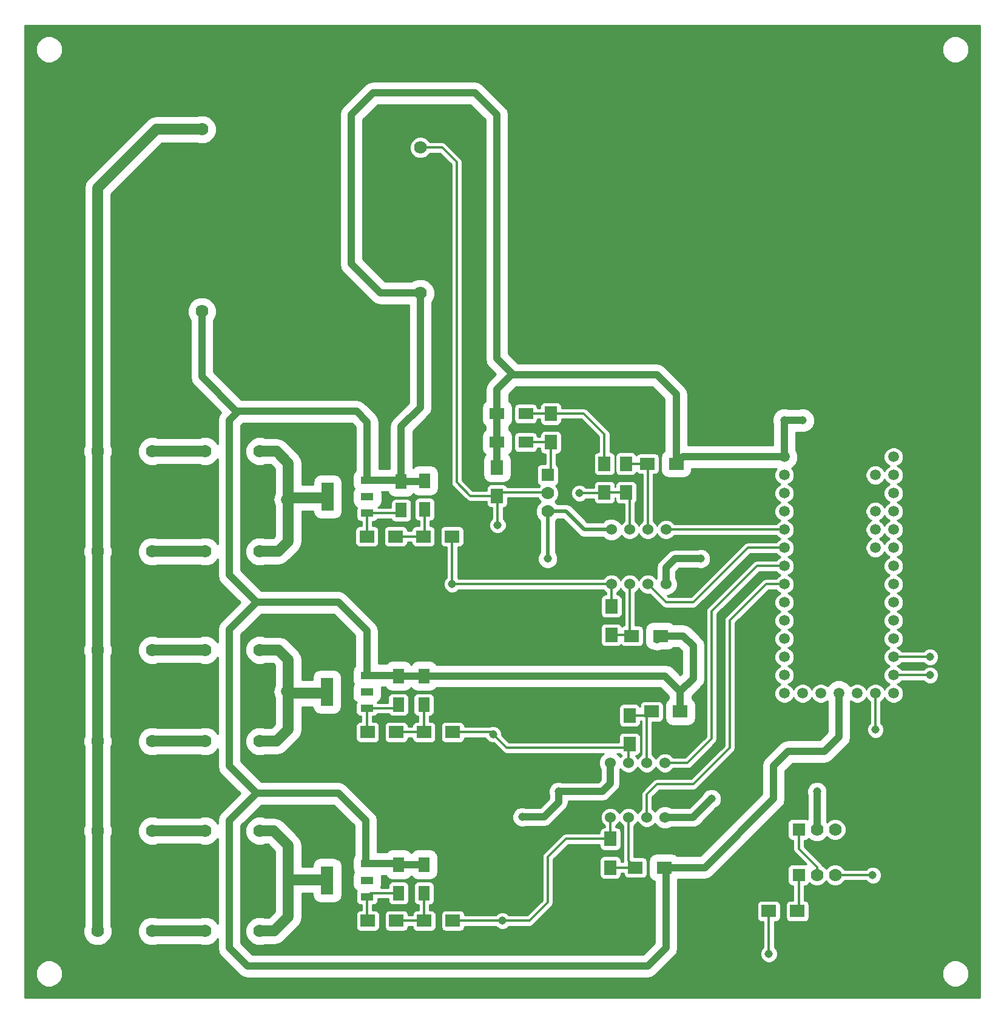
<source format=gbl>
G04 #@! TF.FileFunction,Copper,L2,Bot,Signal*
%FSLAX46Y46*%
G04 Gerber Fmt 4.6, Leading zero omitted, Abs format (unit mm)*
G04 Created by KiCad (PCBNEW (2015-01-16 BZR 5376)-product) date 3/26/2015 6:11:03 PM*
%MOMM*%
G01*
G04 APERTURE LIST*
%ADD10C,0.100000*%
%ADD11C,1.778000*%
%ADD12C,1.143000*%
%ADD13R,1.778000X1.778000*%
%ADD14C,1.500000*%
%ADD15R,2.000000X1.700000*%
%ADD16C,1.780000*%
%ADD17C,1.524000*%
%ADD18R,1.700000X2.000000*%
%ADD19R,1.800000X4.000000*%
%ADD20R,1.800000X1.000000*%
%ADD21R,2.000000X1.600000*%
%ADD22R,1.600000X2.000000*%
%ADD23C,0.300000*%
%ADD24C,1.000000*%
%ADD25C,0.500000*%
%ADD26C,1.500000*%
%ADD27C,0.254000*%
G04 APERTURE END LIST*
D10*
D11*
X33700000Y-93190000D03*
X41320000Y-93190000D03*
D12*
X134112000Y-140716000D03*
X119380000Y-141732000D03*
X116840000Y-144272000D03*
X117856000Y-108204000D03*
X92964000Y-144272000D03*
X98044000Y-140716000D03*
X96520000Y-108204000D03*
X132080000Y-88900000D03*
X129540000Y-88900000D03*
X127390000Y-163400000D03*
X60325000Y-153035000D03*
X60325000Y-99695000D03*
X149860000Y-124460000D03*
X60325000Y-127000000D03*
X149860000Y-121920000D03*
X141870000Y-152400000D03*
X142240000Y-132080000D03*
D11*
X136630000Y-146010000D03*
X134090000Y-146010000D03*
D13*
X131550000Y-146010000D03*
D11*
X33700000Y-107190000D03*
X41320000Y-107190000D03*
X33700000Y-133690000D03*
X41320000Y-133690000D03*
X33700000Y-120940000D03*
X41320000Y-120940000D03*
X33700000Y-160190000D03*
X41320000Y-160190000D03*
X33700000Y-146190000D03*
X41320000Y-146190000D03*
X48700000Y-93190000D03*
X56320000Y-93190000D03*
X48700000Y-120940000D03*
X56320000Y-120940000D03*
X48700000Y-160190000D03*
X56320000Y-160190000D03*
X48700000Y-107190000D03*
X56320000Y-107190000D03*
X48700000Y-133690000D03*
X56320000Y-133690000D03*
X48700000Y-146190000D03*
X56320000Y-146190000D03*
D14*
X129540000Y-93980000D03*
X129540000Y-96520000D03*
X129540000Y-99060000D03*
X129540000Y-101600000D03*
X129540000Y-104140000D03*
X129540000Y-106680000D03*
X129540000Y-109220000D03*
X129540000Y-111760000D03*
X129540000Y-114300000D03*
X129540000Y-116840000D03*
X129540000Y-119380000D03*
X129540000Y-121920000D03*
X129540000Y-124460000D03*
X129540000Y-127000000D03*
X132080000Y-127000000D03*
X134620000Y-127000000D03*
X137160000Y-127000000D03*
X139700000Y-127000000D03*
X142240000Y-127000000D03*
X144780000Y-127000000D03*
X144780000Y-124460000D03*
X144780000Y-121920000D03*
X144780000Y-119380000D03*
X144780000Y-116840000D03*
X144780000Y-114300000D03*
X144780000Y-111760000D03*
X144780000Y-109220000D03*
X144780000Y-106680000D03*
X144780000Y-104140000D03*
X144780000Y-101600000D03*
X144780000Y-99060000D03*
X144780000Y-96520000D03*
X144780000Y-93980000D03*
X142240000Y-96520000D03*
X142240000Y-101600000D03*
X142240000Y-104140000D03*
X142240000Y-106680000D03*
D15*
X131370000Y-157400000D03*
X127370000Y-157400000D03*
D11*
X136630000Y-152360000D03*
X134090000Y-152360000D03*
D13*
X131550000Y-152360000D03*
D11*
X96520000Y-101600000D03*
X96520000Y-99060000D03*
D13*
X96520000Y-96520000D03*
D16*
X78740000Y-50800000D03*
X78740000Y-71120000D03*
X48260000Y-73660000D03*
X48260000Y-48260000D03*
D17*
X105410000Y-111760000D03*
X107950000Y-111760000D03*
X110490000Y-111760000D03*
X113030000Y-111760000D03*
X105410000Y-104140000D03*
X107950000Y-104140000D03*
X110490000Y-104140000D03*
X113030000Y-104140000D03*
X105260000Y-144325000D03*
X107800000Y-144325000D03*
X110340000Y-144325000D03*
X112880000Y-144325000D03*
X105260000Y-136705000D03*
X107800000Y-136705000D03*
X110340000Y-136705000D03*
X112880000Y-136705000D03*
D12*
X89535000Y-103505000D03*
X100965000Y-99060000D03*
X83185000Y-111760000D03*
X88900000Y-132715000D03*
X90170000Y-158750000D03*
D18*
X89450000Y-99440000D03*
X89450000Y-95440000D03*
X96950000Y-91940000D03*
X96950000Y-87940000D03*
D15*
X71287000Y-105091000D03*
X75287000Y-105091000D03*
X71382000Y-132417000D03*
X75382000Y-132417000D03*
X71402000Y-158738000D03*
X75402000Y-158738000D03*
D18*
X104450000Y-94940000D03*
X104450000Y-98940000D03*
D15*
X79161000Y-105091000D03*
X83161000Y-105091000D03*
X79256000Y-132417000D03*
X83256000Y-132417000D03*
X79276000Y-158738000D03*
X83276000Y-158738000D03*
D18*
X107450000Y-98940000D03*
X107450000Y-94940000D03*
X105410000Y-114840000D03*
X105410000Y-118840000D03*
X107950000Y-134080000D03*
X107950000Y-130080000D03*
X105260000Y-147325000D03*
X105260000Y-151325000D03*
D15*
X114450000Y-94940000D03*
X110450000Y-94940000D03*
X112260000Y-118975000D03*
X108260000Y-118975000D03*
X115030000Y-129540000D03*
X111030000Y-129540000D03*
X112760000Y-151325000D03*
X108760000Y-151325000D03*
D19*
X65785000Y-99555000D03*
D20*
X71335000Y-97255000D03*
X71335000Y-99555000D03*
X71335000Y-101855000D03*
D19*
X65728000Y-126777000D03*
D20*
X71278000Y-124477000D03*
X71278000Y-126777000D03*
X71278000Y-129077000D03*
D19*
X65748000Y-153098000D03*
D20*
X71298000Y-150798000D03*
X71298000Y-153098000D03*
X71298000Y-155398000D03*
D21*
X93450000Y-91940000D03*
X89450000Y-91940000D03*
D22*
X76073000Y-101431000D03*
X76073000Y-97431000D03*
X75668000Y-128575000D03*
X75668000Y-124575000D03*
X75688000Y-154896000D03*
X75688000Y-150896000D03*
D21*
X93450000Y-87940000D03*
X89450000Y-87940000D03*
D22*
X79335000Y-101305000D03*
X79335000Y-97305000D03*
X79224000Y-128575000D03*
X79224000Y-124575000D03*
X79244000Y-154896000D03*
X79244000Y-150896000D03*
D23*
X79244000Y-158706000D02*
X79244000Y-154896000D01*
X79276000Y-158738000D02*
X79244000Y-158706000D01*
X75402000Y-158738000D02*
X79276000Y-158738000D01*
D24*
X78740000Y-71120000D02*
X73152000Y-71120000D01*
X89408000Y-80264000D02*
X91694000Y-82550000D01*
X89408000Y-46228000D02*
X89408000Y-80264000D01*
X86360000Y-43180000D02*
X89408000Y-46228000D01*
X72136000Y-43180000D02*
X86360000Y-43180000D01*
X69088000Y-46228000D02*
X72136000Y-43180000D01*
X69088000Y-67056000D02*
X69088000Y-46228000D01*
X73152000Y-71120000D02*
X69088000Y-67056000D01*
X112260000Y-118975000D02*
X115419000Y-118975000D01*
X116840000Y-124904000D02*
X115030000Y-126714000D01*
X116840000Y-120396000D02*
X116840000Y-124904000D01*
X115419000Y-118975000D02*
X116840000Y-120396000D01*
X115030000Y-126714000D02*
X115030000Y-129540000D01*
X112891000Y-124575000D02*
X115030000Y-126714000D01*
X79224000Y-124575000D02*
X112891000Y-124575000D01*
X112760000Y-151325000D02*
X118423000Y-151325000D01*
X137160000Y-133096000D02*
X137160000Y-127000000D01*
X135128000Y-135128000D02*
X137160000Y-133096000D01*
X130048000Y-135128000D02*
X135128000Y-135128000D01*
X128016000Y-137160000D02*
X130048000Y-135128000D01*
X128016000Y-141732000D02*
X128016000Y-137160000D01*
X118423000Y-151325000D02*
X128016000Y-141732000D01*
X48260000Y-73660000D02*
X48260000Y-82804000D01*
X48260000Y-82804000D02*
X53213000Y-87757000D01*
X52070000Y-110490000D02*
X55880000Y-114300000D01*
X55880000Y-114300000D02*
X52070000Y-118110000D01*
X55880000Y-114300000D02*
X67310000Y-114300000D01*
X67310000Y-114300000D02*
X71278000Y-118268000D01*
X71278000Y-118268000D02*
X71278000Y-124302000D01*
X52070000Y-137160000D02*
X55880000Y-140970000D01*
X52070000Y-161290000D02*
X52070000Y-162560000D01*
X52070000Y-144780000D02*
X55880000Y-140970000D01*
X113030000Y-162560000D02*
X113030000Y-151595000D01*
X110490000Y-165100000D02*
X113030000Y-162560000D01*
X55880000Y-165100000D02*
X110490000Y-165100000D01*
X52070000Y-146050000D02*
X52070000Y-161290000D01*
X52070000Y-146050000D02*
X52070000Y-144780000D01*
X52070000Y-162560000D02*
X54610000Y-165100000D01*
X54610000Y-165100000D02*
X55880000Y-165100000D01*
X79244000Y-150896000D02*
X75688000Y-150896000D01*
X129540000Y-88900000D02*
X132080000Y-88900000D01*
X129540000Y-93980000D02*
X129540000Y-88900000D01*
X111760000Y-119475000D02*
X112260000Y-118975000D01*
X112530000Y-119245000D02*
X112260000Y-118975000D01*
X112260000Y-118975000D02*
X112625000Y-118975000D01*
X129540000Y-93980000D02*
X115410000Y-93980000D01*
X115410000Y-93980000D02*
X114450000Y-94940000D01*
X71120000Y-150620000D02*
X71120000Y-144780000D01*
X67310000Y-140970000D02*
X57150000Y-140970000D01*
X67310000Y-140970000D02*
X71120000Y-144780000D01*
X71120000Y-150620000D02*
X71298000Y-150798000D01*
X52070000Y-135890000D02*
X52070000Y-137160000D01*
X52070000Y-118110000D02*
X52070000Y-135890000D01*
X55880000Y-140970000D02*
X57150000Y-140970000D01*
X55880000Y-140970000D02*
X57150000Y-140970000D01*
X113030000Y-151595000D02*
X112760000Y-151325000D01*
X71335000Y-97255000D02*
X71335000Y-89115000D01*
X52070000Y-88900000D02*
X52070000Y-110490000D01*
X53340000Y-87630000D02*
X53213000Y-87757000D01*
X53213000Y-87757000D02*
X52070000Y-88900000D01*
X69850000Y-87630000D02*
X53340000Y-87630000D01*
X71335000Y-89115000D02*
X69850000Y-87630000D01*
X71278000Y-124302000D02*
X71120000Y-124460000D01*
X71120000Y-124460000D02*
X71278000Y-124477000D01*
X89450000Y-87940000D02*
X89450000Y-84540000D01*
X89450000Y-84540000D02*
X91440000Y-82550000D01*
X91440000Y-82550000D02*
X91694000Y-82550000D01*
X91694000Y-82550000D02*
X100330000Y-82550000D01*
X114450000Y-85240000D02*
X114450000Y-94940000D01*
X101600000Y-82550000D02*
X110490000Y-82550000D01*
X110490000Y-82550000D02*
X111760000Y-82550000D01*
X111760000Y-82550000D02*
X114450000Y-85240000D01*
X100330000Y-82550000D02*
X101600000Y-82550000D01*
X78740000Y-87060000D02*
X76073000Y-89727000D01*
X76073000Y-89727000D02*
X76073000Y-97431000D01*
X78740000Y-71120000D02*
X78740000Y-87060000D01*
X89450000Y-87940000D02*
X89450000Y-91940000D01*
X89450000Y-91940000D02*
X89450000Y-95440000D01*
X75897000Y-97255000D02*
X76073000Y-97431000D01*
X71335000Y-97255000D02*
X75897000Y-97255000D01*
X79209000Y-97431000D02*
X79335000Y-97305000D01*
X76073000Y-97431000D02*
X79209000Y-97431000D01*
X75570000Y-124477000D02*
X75668000Y-124575000D01*
X71278000Y-124477000D02*
X75570000Y-124477000D01*
X75668000Y-124575000D02*
X79224000Y-124575000D01*
X75590000Y-150798000D02*
X75688000Y-150896000D01*
X71298000Y-150798000D02*
X75590000Y-150798000D01*
D23*
X75382000Y-132417000D02*
X79256000Y-132417000D01*
X79224000Y-132385000D02*
X79256000Y-132417000D01*
X79224000Y-128575000D02*
X79224000Y-132385000D01*
X75287000Y-105091000D02*
X79161000Y-105091000D01*
X79335000Y-104917000D02*
X79161000Y-105091000D01*
X79335000Y-101305000D02*
X79335000Y-104917000D01*
X93450000Y-87940000D02*
X96950000Y-87940000D01*
X101550000Y-87940000D02*
X104450000Y-90840000D01*
X104450000Y-90840000D02*
X104450000Y-94940000D01*
X96950000Y-87940000D02*
X101550000Y-87940000D01*
X71298000Y-158634000D02*
X71402000Y-158738000D01*
X71298000Y-155398000D02*
X71298000Y-158634000D01*
X71800000Y-154896000D02*
X71298000Y-155398000D01*
X75688000Y-154896000D02*
X71800000Y-154896000D01*
X71278000Y-132313000D02*
X71382000Y-132417000D01*
X71278000Y-129077000D02*
X71278000Y-132313000D01*
X75166000Y-129077000D02*
X75668000Y-128575000D01*
X71278000Y-129077000D02*
X75166000Y-129077000D01*
X75649000Y-101855000D02*
X76073000Y-101431000D01*
X71335000Y-101855000D02*
X75649000Y-101855000D01*
X71287000Y-101903000D02*
X71335000Y-101855000D01*
X71287000Y-105091000D02*
X71287000Y-101903000D01*
X93450000Y-91940000D02*
X96950000Y-91940000D01*
X96950000Y-91940000D02*
X96950000Y-96400000D01*
D25*
X96520000Y-108204000D02*
X96520000Y-101600000D01*
X96520000Y-101600000D02*
X99060000Y-101600000D01*
X101600000Y-104140000D02*
X105410000Y-104140000D01*
X99060000Y-101600000D02*
X101600000Y-104140000D01*
D24*
X98044000Y-140716000D02*
X104140000Y-140716000D01*
X105260000Y-139596000D02*
X105260000Y-136705000D01*
X104140000Y-140716000D02*
X105260000Y-139596000D01*
X92964000Y-144272000D02*
X96012000Y-144272000D01*
X98044000Y-142240000D02*
X98044000Y-140716000D01*
X97028000Y-143256000D02*
X98044000Y-142240000D01*
X96012000Y-144272000D02*
X97028000Y-143256000D01*
D23*
X78740000Y-50800000D02*
X81788000Y-50800000D01*
X85724000Y-99440000D02*
X89450000Y-99440000D01*
X83820000Y-97536000D02*
X85724000Y-99440000D01*
X83820000Y-52832000D02*
X83820000Y-97536000D01*
X81788000Y-50800000D02*
X83820000Y-52832000D01*
X89950000Y-98940000D02*
X89450000Y-99440000D01*
X96950000Y-98940000D02*
X89950000Y-98940000D01*
X89535000Y-99525000D02*
X89450000Y-99440000D01*
X89535000Y-103505000D02*
X89535000Y-99525000D01*
X107800000Y-144325000D02*
X107800000Y-150365000D01*
X107800000Y-150365000D02*
X108760000Y-151325000D01*
X107950000Y-144475000D02*
X107800000Y-144325000D01*
X108760000Y-151325000D02*
X107950000Y-150515000D01*
X105260000Y-151325000D02*
X108760000Y-151325000D01*
X107950000Y-130080000D02*
X110490000Y-130080000D01*
X110490000Y-130080000D02*
X111030000Y-129540000D01*
X110340000Y-129995000D02*
X110340000Y-136705000D01*
X111010000Y-129325000D02*
X110340000Y-129995000D01*
X107950000Y-111760000D02*
X107950000Y-118665000D01*
X107950000Y-118665000D02*
X107775000Y-118840000D01*
X107775000Y-118840000D02*
X105410000Y-118840000D01*
X110490000Y-104140000D02*
X110490000Y-101600000D01*
X110490000Y-101600000D02*
X110490000Y-94980000D01*
X110450000Y-94940000D02*
X110490000Y-94980000D01*
X107450000Y-94940000D02*
X110450000Y-94940000D01*
X105260000Y-144325000D02*
X105260000Y-147325000D01*
X99055000Y-147325000D02*
X105260000Y-147325000D01*
X96520000Y-149860000D02*
X99055000Y-147325000D01*
X96520000Y-156210000D02*
X96520000Y-149860000D01*
X93980000Y-158750000D02*
X96520000Y-156210000D01*
X90170000Y-158750000D02*
X93980000Y-158750000D01*
X90158000Y-158738000D02*
X90170000Y-158750000D01*
X83276000Y-158738000D02*
X90158000Y-158738000D01*
X107800000Y-136705000D02*
X107800000Y-134230000D01*
X107800000Y-134230000D02*
X107950000Y-134080000D01*
X107800000Y-134230000D02*
X107410000Y-134620000D01*
X107410000Y-134620000D02*
X90805000Y-134620000D01*
X90805000Y-134620000D02*
X88900000Y-132715000D01*
X88602000Y-132417000D02*
X88900000Y-132715000D01*
X83256000Y-132417000D02*
X88602000Y-132417000D01*
X107760000Y-136665000D02*
X107800000Y-136705000D01*
X105410000Y-111760000D02*
X105410000Y-114840000D01*
X83185000Y-111760000D02*
X105410000Y-111760000D01*
X83185000Y-105115000D02*
X83161000Y-105091000D01*
X83185000Y-111760000D02*
X83185000Y-105115000D01*
X107950000Y-104140000D02*
X107950000Y-99440000D01*
X107950000Y-99440000D02*
X107450000Y-98940000D01*
X107950000Y-99440000D02*
X107450000Y-98940000D01*
X104450000Y-98940000D02*
X107450000Y-98940000D01*
X104330000Y-99060000D02*
X104450000Y-98940000D01*
X100965000Y-99060000D02*
X104330000Y-99060000D01*
D26*
X41320000Y-146190000D02*
X48700000Y-146190000D01*
X41320000Y-133690000D02*
X48700000Y-133690000D01*
X41320000Y-107190000D02*
X48700000Y-107190000D01*
X41320000Y-160190000D02*
X48700000Y-160190000D01*
X41320000Y-120940000D02*
X48700000Y-120940000D01*
X41320000Y-93190000D02*
X48700000Y-93190000D01*
X33700000Y-107190000D02*
X33700000Y-93190000D01*
X33700000Y-107190000D02*
X33700000Y-120940000D01*
X33700000Y-146190000D02*
X33700000Y-160190000D01*
X33700000Y-133690000D02*
X33700000Y-146190000D01*
X33700000Y-120940000D02*
X33700000Y-133690000D01*
X33670000Y-93160000D02*
X33700000Y-93190000D01*
X41910000Y-48260000D02*
X33700000Y-56470000D01*
X48260000Y-48260000D02*
X41910000Y-48260000D01*
X33700000Y-56470000D02*
X33700000Y-93190000D01*
D23*
X127000000Y-111760000D02*
X121920000Y-116840000D01*
X121920000Y-116840000D02*
X121920000Y-134620000D01*
X121920000Y-134620000D02*
X116840000Y-139700000D01*
X116840000Y-139700000D02*
X111760000Y-139700000D01*
X111760000Y-139700000D02*
X110340000Y-141120000D01*
X110340000Y-141120000D02*
X110340000Y-144325000D01*
X129540000Y-111760000D02*
X127000000Y-111760000D01*
D24*
X113030000Y-111760000D02*
X113030000Y-109474000D01*
X114300000Y-108204000D02*
X117856000Y-108204000D01*
X113030000Y-109474000D02*
X114300000Y-108204000D01*
X112880000Y-144325000D02*
X116787000Y-144325000D01*
X116787000Y-144325000D02*
X119380000Y-141732000D01*
D23*
X112880000Y-136705000D02*
X116025000Y-136705000D01*
X116025000Y-136705000D02*
X119380000Y-133350000D01*
X119380000Y-133350000D02*
X119380000Y-115570000D01*
X119380000Y-115570000D02*
X125730000Y-109220000D01*
X125730000Y-109220000D02*
X129540000Y-109220000D01*
X110490000Y-111760000D02*
X113030000Y-114300000D01*
X124460000Y-106680000D02*
X129540000Y-106680000D01*
X116840000Y-114300000D02*
X124460000Y-106680000D01*
X113030000Y-114300000D02*
X116840000Y-114300000D01*
X113030000Y-104140000D02*
X129540000Y-104140000D01*
X134090000Y-151250000D02*
X131550000Y-148710000D01*
X131550000Y-148710000D02*
X131550000Y-146010000D01*
X134090000Y-152360000D02*
X134090000Y-151250000D01*
X131550000Y-157220000D02*
X131370000Y-157400000D01*
X131550000Y-152360000D02*
X131550000Y-157220000D01*
D24*
X134112000Y-140716000D02*
X134112000Y-145988000D01*
X134112000Y-145988000D02*
X134090000Y-146010000D01*
D26*
X65685000Y-153035000D02*
X65748000Y-153098000D01*
X60325000Y-153035000D02*
X65685000Y-153035000D01*
X58270000Y-146190000D02*
X60325000Y-148245000D01*
X60325000Y-148245000D02*
X60325000Y-153035000D01*
X56320000Y-146190000D02*
X58270000Y-146190000D01*
X58370000Y-160190000D02*
X60325000Y-158235000D01*
X60325000Y-158235000D02*
X60325000Y-153035000D01*
X56320000Y-160190000D02*
X58370000Y-160190000D01*
X65505000Y-127000000D02*
X65728000Y-126777000D01*
X60325000Y-127000000D02*
X65505000Y-127000000D01*
X58700000Y-133690000D02*
X60325000Y-132065000D01*
X60325000Y-132065000D02*
X60325000Y-127000000D01*
X56320000Y-133690000D02*
X58700000Y-133690000D01*
X60070000Y-126745000D02*
X60325000Y-127000000D01*
X58960000Y-120940000D02*
X60325000Y-122305000D01*
X60325000Y-122305000D02*
X60325000Y-127000000D01*
X56320000Y-120940000D02*
X58960000Y-120940000D01*
X56320000Y-107190000D02*
X58926000Y-107190000D01*
X60325000Y-105791000D02*
X60325000Y-99695000D01*
X58926000Y-107190000D02*
X60325000Y-105791000D01*
X56320000Y-93190000D02*
X58646000Y-93190000D01*
X60325000Y-94869000D02*
X60325000Y-99695000D01*
X58646000Y-93190000D02*
X60325000Y-94869000D01*
X60075000Y-99945000D02*
X60325000Y-99695000D01*
X65645000Y-99695000D02*
X65785000Y-99555000D01*
X60325000Y-99695000D02*
X65645000Y-99695000D01*
D23*
X141830000Y-152360000D02*
X141870000Y-152400000D01*
X136630000Y-152360000D02*
X141830000Y-152360000D01*
X127120000Y-157150000D02*
X127370000Y-157400000D01*
X127390000Y-157420000D02*
X127370000Y-157400000D01*
X127390000Y-163400000D02*
X127390000Y-157420000D01*
X142240000Y-127000000D02*
X142240000Y-132080000D01*
X144780000Y-121920000D02*
X149860000Y-121920000D01*
X149860000Y-124460000D02*
X144780000Y-124460000D01*
D27*
G36*
X106851754Y-135677656D02*
X106641524Y-135887520D01*
X106607874Y-135806080D01*
X106207493Y-135405000D01*
X106553978Y-135405000D01*
X106639327Y-135534927D01*
X106850360Y-135677377D01*
X106851754Y-135677656D01*
X106851754Y-135677656D01*
G37*
X106851754Y-135677656D02*
X106641524Y-135887520D01*
X106607874Y-135806080D01*
X106207493Y-135405000D01*
X106553978Y-135405000D01*
X106639327Y-135534927D01*
X106850360Y-135677377D01*
X106851754Y-135677656D01*
G36*
X135533000Y-132422074D02*
X134454074Y-133501000D01*
X130048000Y-133501000D01*
X129425374Y-133624848D01*
X128897537Y-133977537D01*
X126865537Y-136009537D01*
X126512848Y-136537374D01*
X126389000Y-137160000D01*
X126389000Y-141058074D01*
X117749074Y-149698000D01*
X114597579Y-149698000D01*
X114577605Y-149667593D01*
X114203062Y-149414774D01*
X113760000Y-149325921D01*
X111760000Y-149325921D01*
X111330279Y-149409297D01*
X110952593Y-149657395D01*
X110699774Y-150031938D01*
X110610921Y-150475000D01*
X110610921Y-152175000D01*
X110694297Y-152604721D01*
X110942395Y-152982407D01*
X111316938Y-153235226D01*
X111403000Y-153252485D01*
X111403000Y-161886074D01*
X109816074Y-163473000D01*
X80923440Y-163473000D01*
X80923440Y-159588000D01*
X80923440Y-157888000D01*
X80876463Y-157645877D01*
X80736673Y-157433073D01*
X80525640Y-157290623D01*
X80276000Y-157240560D01*
X80029000Y-157240560D01*
X80029000Y-156543440D01*
X80044000Y-156543440D01*
X80286123Y-156496463D01*
X80498927Y-156356673D01*
X80641377Y-156145640D01*
X80691440Y-155896000D01*
X80691440Y-153896000D01*
X80644463Y-153653877D01*
X80504673Y-153441073D01*
X80293640Y-153298623D01*
X80044000Y-153248560D01*
X78444000Y-153248560D01*
X78201877Y-153295537D01*
X77989073Y-153435327D01*
X77846623Y-153646360D01*
X77796560Y-153896000D01*
X77796560Y-155896000D01*
X77843537Y-156138123D01*
X77983327Y-156350927D01*
X78194360Y-156493377D01*
X78444000Y-156543440D01*
X78459000Y-156543440D01*
X78459000Y-157240560D01*
X78276000Y-157240560D01*
X78033877Y-157287537D01*
X77821073Y-157427327D01*
X77678623Y-157638360D01*
X77628560Y-157888000D01*
X77628560Y-157953000D01*
X77049440Y-157953000D01*
X77049440Y-157888000D01*
X77002463Y-157645877D01*
X76862673Y-157433073D01*
X76651640Y-157290623D01*
X76402000Y-157240560D01*
X74402000Y-157240560D01*
X74159877Y-157287537D01*
X73947073Y-157427327D01*
X73804623Y-157638360D01*
X73754560Y-157888000D01*
X73754560Y-159588000D01*
X73801537Y-159830123D01*
X73941327Y-160042927D01*
X74152360Y-160185377D01*
X74402000Y-160235440D01*
X76402000Y-160235440D01*
X76644123Y-160188463D01*
X76856927Y-160048673D01*
X76999377Y-159837640D01*
X77049440Y-159588000D01*
X77049440Y-159523000D01*
X77628560Y-159523000D01*
X77628560Y-159588000D01*
X77675537Y-159830123D01*
X77815327Y-160042927D01*
X78026360Y-160185377D01*
X78276000Y-160235440D01*
X80276000Y-160235440D01*
X80518123Y-160188463D01*
X80730927Y-160048673D01*
X80873377Y-159837640D01*
X80923440Y-159588000D01*
X80923440Y-163473000D01*
X67797079Y-163473000D01*
X67797079Y-155098000D01*
X67797079Y-151098000D01*
X67713703Y-150668279D01*
X67465605Y-150290593D01*
X67091062Y-150037774D01*
X66648000Y-149948921D01*
X64848000Y-149948921D01*
X64418279Y-150032297D01*
X64040593Y-150280395D01*
X63787774Y-150654938D01*
X63698921Y-151098000D01*
X63698921Y-151158000D01*
X62202000Y-151158000D01*
X62202000Y-148245000D01*
X62059122Y-147526703D01*
X61652240Y-146917761D01*
X59597239Y-144862761D01*
X58988297Y-144455878D01*
X58270000Y-144313000D01*
X57056672Y-144313000D01*
X56722767Y-144174350D01*
X55920752Y-144173651D01*
X55179519Y-144479922D01*
X54611915Y-145046537D01*
X54304350Y-145787233D01*
X54303651Y-146589248D01*
X54609922Y-147330481D01*
X55176537Y-147898085D01*
X55917233Y-148205650D01*
X56719248Y-148206349D01*
X57056498Y-148067000D01*
X57492521Y-148067000D01*
X58448000Y-149022478D01*
X58448000Y-153035000D01*
X58448000Y-157457521D01*
X57592521Y-158313000D01*
X57056672Y-158313000D01*
X56722767Y-158174350D01*
X55920752Y-158173651D01*
X55179519Y-158479922D01*
X54611915Y-159046537D01*
X54304350Y-159787233D01*
X54303651Y-160589248D01*
X54609922Y-161330481D01*
X55176537Y-161898085D01*
X55917233Y-162205650D01*
X56719248Y-162206349D01*
X57056498Y-162067000D01*
X58370000Y-162067000D01*
X58370000Y-162066999D01*
X59088297Y-161924122D01*
X59697239Y-161517239D01*
X61652239Y-159562239D01*
X61652240Y-159562239D01*
X61896147Y-159197204D01*
X62059122Y-158953297D01*
X62059122Y-158953296D01*
X62202000Y-158235000D01*
X62202000Y-154912000D01*
X63698921Y-154912000D01*
X63698921Y-155098000D01*
X63782297Y-155527721D01*
X64030395Y-155905407D01*
X64404938Y-156158226D01*
X64848000Y-156247079D01*
X66648000Y-156247079D01*
X67077721Y-156163703D01*
X67455407Y-155915605D01*
X67708226Y-155541062D01*
X67797079Y-155098000D01*
X67797079Y-163473000D01*
X55880000Y-163473000D01*
X55283925Y-163473000D01*
X53697000Y-161886074D01*
X53697000Y-161290000D01*
X53697000Y-146050000D01*
X53697000Y-145453926D01*
X56553926Y-142597000D01*
X57150000Y-142597000D01*
X66636074Y-142597000D01*
X69493000Y-145453926D01*
X69493000Y-149624975D01*
X69337774Y-149854938D01*
X69248921Y-150298000D01*
X69248921Y-151298000D01*
X69332297Y-151727721D01*
X69477224Y-151948347D01*
X69337774Y-152154938D01*
X69248921Y-152598000D01*
X69248921Y-153598000D01*
X69332297Y-154027721D01*
X69580395Y-154405407D01*
X69844350Y-154583579D01*
X69800623Y-154648360D01*
X69750560Y-154898000D01*
X69750560Y-155898000D01*
X69797537Y-156140123D01*
X69937327Y-156352927D01*
X70148360Y-156495377D01*
X70398000Y-156545440D01*
X70513000Y-156545440D01*
X70513000Y-157240560D01*
X70402000Y-157240560D01*
X70159877Y-157287537D01*
X69947073Y-157427327D01*
X69804623Y-157638360D01*
X69754560Y-157888000D01*
X69754560Y-159588000D01*
X69801537Y-159830123D01*
X69941327Y-160042927D01*
X70152360Y-160185377D01*
X70402000Y-160235440D01*
X72402000Y-160235440D01*
X72644123Y-160188463D01*
X72856927Y-160048673D01*
X72999377Y-159837640D01*
X73049440Y-159588000D01*
X73049440Y-157888000D01*
X73002463Y-157645877D01*
X72862673Y-157433073D01*
X72651640Y-157290623D01*
X72402000Y-157240560D01*
X72083000Y-157240560D01*
X72083000Y-156545440D01*
X72198000Y-156545440D01*
X72440123Y-156498463D01*
X72652927Y-156358673D01*
X72795377Y-156147640D01*
X72845440Y-155898000D01*
X72845440Y-155681000D01*
X74240560Y-155681000D01*
X74240560Y-155896000D01*
X74287537Y-156138123D01*
X74427327Y-156350927D01*
X74638360Y-156493377D01*
X74888000Y-156543440D01*
X76488000Y-156543440D01*
X76730123Y-156496463D01*
X76942927Y-156356673D01*
X77085377Y-156145640D01*
X77135440Y-155896000D01*
X77135440Y-153896000D01*
X77088463Y-153653877D01*
X76948673Y-153441073D01*
X76737640Y-153298623D01*
X76488000Y-153248560D01*
X74888000Y-153248560D01*
X74645877Y-153295537D01*
X74433073Y-153435327D01*
X74290623Y-153646360D01*
X74240560Y-153896000D01*
X74240560Y-154111000D01*
X73211017Y-154111000D01*
X73258226Y-154041062D01*
X73347079Y-153598000D01*
X73347079Y-152598000D01*
X73313512Y-152425000D01*
X73887512Y-152425000D01*
X74070395Y-152703407D01*
X74444938Y-152956226D01*
X74888000Y-153045079D01*
X76488000Y-153045079D01*
X76917721Y-152961703D01*
X77295407Y-152713605D01*
X77424066Y-152523000D01*
X77507887Y-152523000D01*
X77626395Y-152703407D01*
X78000938Y-152956226D01*
X78444000Y-153045079D01*
X80044000Y-153045079D01*
X80473721Y-152961703D01*
X80851407Y-152713605D01*
X81104226Y-152339062D01*
X81193079Y-151896000D01*
X81193079Y-149896000D01*
X81109703Y-149466279D01*
X80903440Y-149152279D01*
X80903440Y-133267000D01*
X80903440Y-131567000D01*
X80856463Y-131324877D01*
X80716673Y-131112073D01*
X80505640Y-130969623D01*
X80256000Y-130919560D01*
X80009000Y-130919560D01*
X80009000Y-130222440D01*
X80024000Y-130222440D01*
X80266123Y-130175463D01*
X80478927Y-130035673D01*
X80621377Y-129824640D01*
X80671440Y-129575000D01*
X80671440Y-127575000D01*
X80624463Y-127332877D01*
X80484673Y-127120073D01*
X80273640Y-126977623D01*
X80024000Y-126927560D01*
X78424000Y-126927560D01*
X78181877Y-126974537D01*
X77969073Y-127114327D01*
X77826623Y-127325360D01*
X77776560Y-127575000D01*
X77776560Y-129575000D01*
X77823537Y-129817123D01*
X77963327Y-130029927D01*
X78174360Y-130172377D01*
X78424000Y-130222440D01*
X78439000Y-130222440D01*
X78439000Y-130919560D01*
X78256000Y-130919560D01*
X78013877Y-130966537D01*
X77801073Y-131106327D01*
X77658623Y-131317360D01*
X77608560Y-131567000D01*
X77608560Y-131632000D01*
X77029440Y-131632000D01*
X77029440Y-131567000D01*
X76982463Y-131324877D01*
X76842673Y-131112073D01*
X76631640Y-130969623D01*
X76382000Y-130919560D01*
X74382000Y-130919560D01*
X74139877Y-130966537D01*
X73927073Y-131106327D01*
X73784623Y-131317360D01*
X73734560Y-131567000D01*
X73734560Y-133267000D01*
X73781537Y-133509123D01*
X73921327Y-133721927D01*
X74132360Y-133864377D01*
X74382000Y-133914440D01*
X76382000Y-133914440D01*
X76624123Y-133867463D01*
X76836927Y-133727673D01*
X76979377Y-133516640D01*
X77029440Y-133267000D01*
X77029440Y-133202000D01*
X77608560Y-133202000D01*
X77608560Y-133267000D01*
X77655537Y-133509123D01*
X77795327Y-133721927D01*
X78006360Y-133864377D01*
X78256000Y-133914440D01*
X80256000Y-133914440D01*
X80498123Y-133867463D01*
X80710927Y-133727673D01*
X80853377Y-133516640D01*
X80903440Y-133267000D01*
X80903440Y-149152279D01*
X80861605Y-149088593D01*
X80487062Y-148835774D01*
X80044000Y-148746921D01*
X78444000Y-148746921D01*
X78014279Y-148830297D01*
X77636593Y-149078395D01*
X77507933Y-149269000D01*
X77424112Y-149269000D01*
X77305605Y-149088593D01*
X76931062Y-148835774D01*
X76488000Y-148746921D01*
X74888000Y-148746921D01*
X74458279Y-148830297D01*
X74080593Y-149078395D01*
X74018084Y-149171000D01*
X72747000Y-149171000D01*
X72747000Y-144780005D01*
X72747000Y-144780000D01*
X72747001Y-144780000D01*
X72623152Y-144157374D01*
X72270463Y-143629537D01*
X68460463Y-139819537D01*
X67932626Y-139466848D01*
X67777079Y-139435907D01*
X67777079Y-128777000D01*
X67777079Y-124777000D01*
X67693703Y-124347279D01*
X67445605Y-123969593D01*
X67071062Y-123716774D01*
X66628000Y-123627921D01*
X64828000Y-123627921D01*
X64398279Y-123711297D01*
X64020593Y-123959395D01*
X63767774Y-124333938D01*
X63678921Y-124777000D01*
X63678921Y-125123000D01*
X62202000Y-125123000D01*
X62202000Y-122305000D01*
X62059122Y-121586704D01*
X62059122Y-121586703D01*
X61896147Y-121342795D01*
X61652240Y-120977761D01*
X60287239Y-119612761D01*
X59678297Y-119205878D01*
X58960000Y-119063000D01*
X57056672Y-119063000D01*
X56722767Y-118924350D01*
X55920752Y-118923651D01*
X55179519Y-119229922D01*
X54611915Y-119796537D01*
X54304350Y-120537233D01*
X54303651Y-121339248D01*
X54609922Y-122080481D01*
X55176537Y-122648085D01*
X55917233Y-122955650D01*
X56719248Y-122956349D01*
X57056498Y-122817000D01*
X58182521Y-122817000D01*
X58448000Y-123082478D01*
X58448000Y-125858900D01*
X58335878Y-126026703D01*
X58193001Y-126745000D01*
X58335878Y-127463297D01*
X58448000Y-127631099D01*
X58448000Y-131287522D01*
X57922522Y-131813000D01*
X57056672Y-131813000D01*
X56722767Y-131674350D01*
X55920752Y-131673651D01*
X55179519Y-131979922D01*
X54611915Y-132546537D01*
X54304350Y-133287233D01*
X54303651Y-134089248D01*
X54609922Y-134830481D01*
X55176537Y-135398085D01*
X55917233Y-135705650D01*
X56719248Y-135706349D01*
X57056498Y-135567000D01*
X58700000Y-135567000D01*
X58700000Y-135566999D01*
X59418297Y-135424122D01*
X60027239Y-135017239D01*
X61652239Y-133392239D01*
X62059122Y-132783297D01*
X62201999Y-132065000D01*
X62202000Y-132065000D01*
X62202000Y-128877000D01*
X63698323Y-128877000D01*
X63762297Y-129206721D01*
X64010395Y-129584407D01*
X64384938Y-129837226D01*
X64828000Y-129926079D01*
X66628000Y-129926079D01*
X67057721Y-129842703D01*
X67435407Y-129594605D01*
X67688226Y-129220062D01*
X67777079Y-128777000D01*
X67777079Y-139435907D01*
X67310000Y-139343000D01*
X57150000Y-139343000D01*
X56553926Y-139343000D01*
X53697000Y-136486074D01*
X53697000Y-135890000D01*
X53697000Y-118783926D01*
X56553925Y-115927000D01*
X66636074Y-115927000D01*
X69651000Y-118941925D01*
X69651000Y-123106576D01*
X69570593Y-123159395D01*
X69317774Y-123533938D01*
X69228921Y-123977000D01*
X69228921Y-124977000D01*
X69312297Y-125406721D01*
X69457224Y-125627347D01*
X69317774Y-125833938D01*
X69228921Y-126277000D01*
X69228921Y-127277000D01*
X69312297Y-127706721D01*
X69560395Y-128084407D01*
X69824350Y-128262579D01*
X69780623Y-128327360D01*
X69730560Y-128577000D01*
X69730560Y-129577000D01*
X69777537Y-129819123D01*
X69917327Y-130031927D01*
X70128360Y-130174377D01*
X70378000Y-130224440D01*
X70493000Y-130224440D01*
X70493000Y-130919560D01*
X70382000Y-130919560D01*
X70139877Y-130966537D01*
X69927073Y-131106327D01*
X69784623Y-131317360D01*
X69734560Y-131567000D01*
X69734560Y-133267000D01*
X69781537Y-133509123D01*
X69921327Y-133721927D01*
X70132360Y-133864377D01*
X70382000Y-133914440D01*
X72382000Y-133914440D01*
X72624123Y-133867463D01*
X72836927Y-133727673D01*
X72979377Y-133516640D01*
X73029440Y-133267000D01*
X73029440Y-131567000D01*
X72982463Y-131324877D01*
X72842673Y-131112073D01*
X72631640Y-130969623D01*
X72382000Y-130919560D01*
X72063000Y-130919560D01*
X72063000Y-130224440D01*
X72178000Y-130224440D01*
X72420123Y-130177463D01*
X72632927Y-130037673D01*
X72751508Y-129862000D01*
X74297016Y-129862000D01*
X74407327Y-130029927D01*
X74618360Y-130172377D01*
X74868000Y-130222440D01*
X76468000Y-130222440D01*
X76710123Y-130175463D01*
X76922927Y-130035673D01*
X77065377Y-129824640D01*
X77115440Y-129575000D01*
X77115440Y-127575000D01*
X77068463Y-127332877D01*
X76928673Y-127120073D01*
X76717640Y-126977623D01*
X76468000Y-126927560D01*
X74868000Y-126927560D01*
X74625877Y-126974537D01*
X74413073Y-127114327D01*
X74270623Y-127325360D01*
X74220560Y-127575000D01*
X74220560Y-128292000D01*
X72750297Y-128292000D01*
X72730586Y-128261993D01*
X72985407Y-128094605D01*
X73238226Y-127720062D01*
X73327079Y-127277000D01*
X73327079Y-126277000D01*
X73293512Y-126104000D01*
X73867512Y-126104000D01*
X74050395Y-126382407D01*
X74424938Y-126635226D01*
X74868000Y-126724079D01*
X76468000Y-126724079D01*
X76897721Y-126640703D01*
X77275407Y-126392605D01*
X77404066Y-126202000D01*
X77487887Y-126202000D01*
X77606395Y-126382407D01*
X77980938Y-126635226D01*
X78424000Y-126724079D01*
X80024000Y-126724079D01*
X80453721Y-126640703D01*
X80831407Y-126392605D01*
X80960066Y-126202000D01*
X112217074Y-126202000D01*
X113403000Y-127387926D01*
X113403000Y-127753887D01*
X113222593Y-127872395D01*
X112969774Y-128246938D01*
X112880921Y-128690000D01*
X112880921Y-130390000D01*
X112964297Y-130819721D01*
X113212395Y-131197407D01*
X113586938Y-131450226D01*
X114030000Y-131539079D01*
X116030000Y-131539079D01*
X116459721Y-131455703D01*
X116837407Y-131207605D01*
X117090226Y-130833062D01*
X117179079Y-130390000D01*
X117179079Y-128690000D01*
X117095703Y-128260279D01*
X116847605Y-127882593D01*
X116657000Y-127753933D01*
X116657000Y-127387925D01*
X117990459Y-126054465D01*
X117990463Y-126054463D01*
X117990463Y-126054462D01*
X118343152Y-125526626D01*
X118467000Y-124904000D01*
X118467001Y-124904000D01*
X118467000Y-124903994D01*
X118467000Y-120396000D01*
X118343152Y-119773374D01*
X117990463Y-119245537D01*
X117990459Y-119245534D01*
X116569463Y-117824537D01*
X116041626Y-117471848D01*
X115419000Y-117348000D01*
X114097579Y-117348000D01*
X114077605Y-117317593D01*
X113703062Y-117064774D01*
X113260000Y-116975921D01*
X111260000Y-116975921D01*
X110830279Y-117059297D01*
X110452593Y-117307395D01*
X110199774Y-117681938D01*
X110110921Y-118125000D01*
X110110921Y-119825000D01*
X110194297Y-120254721D01*
X110442395Y-120632407D01*
X110816938Y-120885226D01*
X111076076Y-120937194D01*
X111137374Y-120978152D01*
X111760000Y-121102000D01*
X112382626Y-120978152D01*
X112388721Y-120974079D01*
X113260000Y-120974079D01*
X113689721Y-120890703D01*
X114067407Y-120642605D01*
X114094815Y-120602000D01*
X114745074Y-120602000D01*
X115213000Y-121069925D01*
X115213000Y-124230074D01*
X115030000Y-124413074D01*
X114041463Y-123424537D01*
X113513626Y-123071848D01*
X112891000Y-122948000D01*
X80960112Y-122948000D01*
X80841605Y-122767593D01*
X80808440Y-122745206D01*
X80808440Y-105941000D01*
X80808440Y-104241000D01*
X80761463Y-103998877D01*
X80621673Y-103786073D01*
X80410640Y-103643623D01*
X80161000Y-103593560D01*
X80120000Y-103593560D01*
X80120000Y-102952440D01*
X80135000Y-102952440D01*
X80377123Y-102905463D01*
X80589927Y-102765673D01*
X80732377Y-102554640D01*
X80782440Y-102305000D01*
X80782440Y-100305000D01*
X80735463Y-100062877D01*
X80595673Y-99850073D01*
X80384640Y-99707623D01*
X80135000Y-99657560D01*
X78535000Y-99657560D01*
X78292877Y-99704537D01*
X78080073Y-99844327D01*
X77937623Y-100055360D01*
X77887560Y-100305000D01*
X77887560Y-102305000D01*
X77934537Y-102547123D01*
X78074327Y-102759927D01*
X78285360Y-102902377D01*
X78535000Y-102952440D01*
X78550000Y-102952440D01*
X78550000Y-103593560D01*
X78161000Y-103593560D01*
X77918877Y-103640537D01*
X77706073Y-103780327D01*
X77563623Y-103991360D01*
X77513560Y-104241000D01*
X77513560Y-104306000D01*
X76934440Y-104306000D01*
X76934440Y-104241000D01*
X76887463Y-103998877D01*
X76747673Y-103786073D01*
X76536640Y-103643623D01*
X76287000Y-103593560D01*
X74287000Y-103593560D01*
X74044877Y-103640537D01*
X73832073Y-103780327D01*
X73689623Y-103991360D01*
X73639560Y-104241000D01*
X73639560Y-105941000D01*
X73686537Y-106183123D01*
X73826327Y-106395927D01*
X74037360Y-106538377D01*
X74287000Y-106588440D01*
X76287000Y-106588440D01*
X76529123Y-106541463D01*
X76741927Y-106401673D01*
X76884377Y-106190640D01*
X76934440Y-105941000D01*
X76934440Y-105876000D01*
X77513560Y-105876000D01*
X77513560Y-105941000D01*
X77560537Y-106183123D01*
X77700327Y-106395927D01*
X77911360Y-106538377D01*
X78161000Y-106588440D01*
X80161000Y-106588440D01*
X80403123Y-106541463D01*
X80615927Y-106401673D01*
X80758377Y-106190640D01*
X80808440Y-105941000D01*
X80808440Y-122745206D01*
X80467062Y-122514774D01*
X80024000Y-122425921D01*
X78424000Y-122425921D01*
X77994279Y-122509297D01*
X77616593Y-122757395D01*
X77487933Y-122948000D01*
X77404112Y-122948000D01*
X77285605Y-122767593D01*
X76911062Y-122514774D01*
X76468000Y-122425921D01*
X74868000Y-122425921D01*
X74438279Y-122509297D01*
X74060593Y-122757395D01*
X73998084Y-122850000D01*
X72905000Y-122850000D01*
X72905000Y-118268000D01*
X72781152Y-117645374D01*
X72428463Y-117117537D01*
X72428459Y-117117534D01*
X68460463Y-113149537D01*
X67932626Y-112796848D01*
X67834079Y-112777245D01*
X67834079Y-101555000D01*
X67834079Y-97555000D01*
X67750703Y-97125279D01*
X67502605Y-96747593D01*
X67128062Y-96494774D01*
X66685000Y-96405921D01*
X64885000Y-96405921D01*
X64455279Y-96489297D01*
X64077593Y-96737395D01*
X63824774Y-97111938D01*
X63735921Y-97555000D01*
X63735921Y-97818000D01*
X62202000Y-97818000D01*
X62202000Y-94869000D01*
X62059122Y-94150704D01*
X62059122Y-94150703D01*
X61896147Y-93906795D01*
X61652240Y-93541761D01*
X59973239Y-91862761D01*
X59364297Y-91455878D01*
X58646000Y-91313000D01*
X57056672Y-91313000D01*
X56722767Y-91174350D01*
X55920752Y-91173651D01*
X55179519Y-91479922D01*
X54611915Y-92046537D01*
X54304350Y-92787233D01*
X54303651Y-93589248D01*
X54609922Y-94330481D01*
X55176537Y-94898085D01*
X55917233Y-95205650D01*
X56719248Y-95206349D01*
X57056498Y-95067000D01*
X57868521Y-95067000D01*
X58448000Y-95646478D01*
X58448000Y-99066383D01*
X58340878Y-99226703D01*
X58198001Y-99945000D01*
X58340878Y-100663297D01*
X58448000Y-100823616D01*
X58448000Y-105013521D01*
X58148521Y-105313000D01*
X57056672Y-105313000D01*
X56722767Y-105174350D01*
X55920752Y-105173651D01*
X55179519Y-105479922D01*
X54611915Y-106046537D01*
X54304350Y-106787233D01*
X54303651Y-107589248D01*
X54609922Y-108330481D01*
X55176537Y-108898085D01*
X55917233Y-109205650D01*
X56719248Y-109206349D01*
X57056498Y-109067000D01*
X58926000Y-109067000D01*
X58926000Y-109066999D01*
X59644297Y-108924122D01*
X60253239Y-108517239D01*
X61652239Y-107118239D01*
X61652240Y-107118239D01*
X62059122Y-106509297D01*
X62202000Y-105791000D01*
X62202000Y-101572000D01*
X63739219Y-101572000D01*
X63819297Y-101984721D01*
X64067395Y-102362407D01*
X64441938Y-102615226D01*
X64885000Y-102704079D01*
X66685000Y-102704079D01*
X67114721Y-102620703D01*
X67492407Y-102372605D01*
X67745226Y-101998062D01*
X67834079Y-101555000D01*
X67834079Y-112777245D01*
X67310000Y-112673000D01*
X56553925Y-112673000D01*
X53697000Y-109816074D01*
X53697000Y-89573926D01*
X54013926Y-89257000D01*
X69176074Y-89257000D01*
X69708000Y-89788926D01*
X69708000Y-95884576D01*
X69627593Y-95937395D01*
X69374774Y-96311938D01*
X69285921Y-96755000D01*
X69285921Y-97755000D01*
X69369297Y-98184721D01*
X69514224Y-98405347D01*
X69374774Y-98611938D01*
X69285921Y-99055000D01*
X69285921Y-100055000D01*
X69369297Y-100484721D01*
X69617395Y-100862407D01*
X69881350Y-101040579D01*
X69837623Y-101105360D01*
X69787560Y-101355000D01*
X69787560Y-102355000D01*
X69834537Y-102597123D01*
X69974327Y-102809927D01*
X70185360Y-102952377D01*
X70435000Y-103002440D01*
X70502000Y-103002440D01*
X70502000Y-103593560D01*
X70287000Y-103593560D01*
X70044877Y-103640537D01*
X69832073Y-103780327D01*
X69689623Y-103991360D01*
X69639560Y-104241000D01*
X69639560Y-105941000D01*
X69686537Y-106183123D01*
X69826327Y-106395927D01*
X70037360Y-106538377D01*
X70287000Y-106588440D01*
X72287000Y-106588440D01*
X72529123Y-106541463D01*
X72741927Y-106401673D01*
X72884377Y-106190640D01*
X72934440Y-105941000D01*
X72934440Y-104241000D01*
X72887463Y-103998877D01*
X72747673Y-103786073D01*
X72536640Y-103643623D01*
X72287000Y-103593560D01*
X72072000Y-103593560D01*
X72072000Y-103002440D01*
X72235000Y-103002440D01*
X72477123Y-102955463D01*
X72689927Y-102815673D01*
X72808508Y-102640000D01*
X74666110Y-102640000D01*
X74672537Y-102673123D01*
X74812327Y-102885927D01*
X75023360Y-103028377D01*
X75273000Y-103078440D01*
X76873000Y-103078440D01*
X77115123Y-103031463D01*
X77327927Y-102891673D01*
X77470377Y-102680640D01*
X77520440Y-102431000D01*
X77520440Y-100431000D01*
X77473463Y-100188877D01*
X77333673Y-99976073D01*
X77122640Y-99833623D01*
X76873000Y-99783560D01*
X75273000Y-99783560D01*
X75030877Y-99830537D01*
X74818073Y-99970327D01*
X74675623Y-100181360D01*
X74625560Y-100431000D01*
X74625560Y-101070000D01*
X72807297Y-101070000D01*
X72787586Y-101039993D01*
X73042407Y-100872605D01*
X73295226Y-100498062D01*
X73384079Y-100055000D01*
X73384079Y-99055000D01*
X73350512Y-98882000D01*
X74221274Y-98882000D01*
X74455395Y-99238407D01*
X74829938Y-99491226D01*
X75273000Y-99580079D01*
X76873000Y-99580079D01*
X77302721Y-99496703D01*
X77680407Y-99248605D01*
X77755142Y-99137886D01*
X78091938Y-99365226D01*
X78535000Y-99454079D01*
X80135000Y-99454079D01*
X80564721Y-99370703D01*
X80942407Y-99122605D01*
X81195226Y-98748062D01*
X81284079Y-98305000D01*
X81284079Y-96305000D01*
X81200703Y-95875279D01*
X80952605Y-95497593D01*
X80578062Y-95244774D01*
X80135000Y-95155921D01*
X78535000Y-95155921D01*
X78105279Y-95239297D01*
X77727593Y-95487395D01*
X77700000Y-95528273D01*
X77700000Y-90400925D01*
X79890459Y-88210465D01*
X79890463Y-88210463D01*
X79890463Y-88210462D01*
X80243152Y-87682626D01*
X80367000Y-87060000D01*
X80367001Y-87060000D01*
X80367000Y-87059994D01*
X80367000Y-72345819D01*
X80448932Y-72264030D01*
X80756649Y-71522966D01*
X80757349Y-70720554D01*
X80450926Y-69978954D01*
X79884030Y-69411068D01*
X79142966Y-69103351D01*
X78340554Y-69102651D01*
X77598954Y-69409074D01*
X77514881Y-69493000D01*
X73825926Y-69493000D01*
X70715000Y-66382074D01*
X70715000Y-46901926D01*
X72809926Y-44807000D01*
X85686074Y-44807000D01*
X87781000Y-46901926D01*
X87781000Y-80264000D01*
X87904848Y-80886626D01*
X88257537Y-81414463D01*
X89266074Y-82423000D01*
X88299537Y-83389537D01*
X87946848Y-83917374D01*
X87823000Y-84540000D01*
X87823000Y-86203887D01*
X87642593Y-86322395D01*
X87389774Y-86696938D01*
X87300921Y-87140000D01*
X87300921Y-88740000D01*
X87384297Y-89169721D01*
X87632395Y-89547407D01*
X87823000Y-89676066D01*
X87823000Y-90203887D01*
X87642593Y-90322395D01*
X87389774Y-90696938D01*
X87300921Y-91140000D01*
X87300921Y-92740000D01*
X87384297Y-93169721D01*
X87632395Y-93547407D01*
X87777222Y-93645166D01*
X87539774Y-93996938D01*
X87450921Y-94440000D01*
X87450921Y-96440000D01*
X87534297Y-96869721D01*
X87782395Y-97247407D01*
X88156938Y-97500226D01*
X88600000Y-97589079D01*
X90300000Y-97589079D01*
X90729721Y-97505703D01*
X91107407Y-97257605D01*
X91360226Y-96883062D01*
X91449079Y-96440000D01*
X91449079Y-94440000D01*
X91365703Y-94010279D01*
X91125335Y-93644361D01*
X91257407Y-93557605D01*
X91510226Y-93183062D01*
X91599079Y-92740000D01*
X91599079Y-91140000D01*
X91515703Y-90710279D01*
X91267605Y-90332593D01*
X91077000Y-90203933D01*
X91077000Y-89676112D01*
X91257407Y-89557605D01*
X91510226Y-89183062D01*
X91599079Y-88740000D01*
X91599079Y-87140000D01*
X91515703Y-86710279D01*
X91267605Y-86332593D01*
X91077000Y-86203933D01*
X91077000Y-85213926D01*
X92113926Y-84177000D01*
X100330000Y-84177000D01*
X101600000Y-84177000D01*
X110490000Y-84177000D01*
X111086074Y-84177000D01*
X112823000Y-85913925D01*
X112823000Y-93153887D01*
X112642593Y-93272395D01*
X112389774Y-93646938D01*
X112300921Y-94090000D01*
X112300921Y-95790000D01*
X112384297Y-96219721D01*
X112632395Y-96597407D01*
X113006938Y-96850226D01*
X113450000Y-96939079D01*
X115450000Y-96939079D01*
X115879721Y-96855703D01*
X116257407Y-96607605D01*
X116510226Y-96233062D01*
X116599079Y-95790000D01*
X116599079Y-95607000D01*
X128494197Y-95607000D01*
X128366539Y-95734436D01*
X128155241Y-96243298D01*
X128154760Y-96794285D01*
X128365169Y-97303515D01*
X128754436Y-97693461D01*
X128986870Y-97789976D01*
X128756485Y-97885169D01*
X128366539Y-98274436D01*
X128155241Y-98783298D01*
X128154760Y-99334285D01*
X128365169Y-99843515D01*
X128754436Y-100233461D01*
X128986870Y-100329976D01*
X128756485Y-100425169D01*
X128366539Y-100814436D01*
X128155241Y-101323298D01*
X128154760Y-101874285D01*
X128365169Y-102383515D01*
X128754436Y-102773461D01*
X128986870Y-102869976D01*
X128756485Y-102965169D01*
X128366539Y-103354436D01*
X128366304Y-103355000D01*
X114217201Y-103355000D01*
X114215010Y-103349697D01*
X113822370Y-102956371D01*
X113309100Y-102743243D01*
X112753339Y-102742758D01*
X112239697Y-102954990D01*
X111846371Y-103347630D01*
X111760050Y-103555512D01*
X111675010Y-103349697D01*
X111282370Y-102956371D01*
X111275000Y-102953310D01*
X111275000Y-101600000D01*
X111275000Y-96437440D01*
X111450000Y-96437440D01*
X111692123Y-96390463D01*
X111904927Y-96250673D01*
X112047377Y-96039640D01*
X112097440Y-95790000D01*
X112097440Y-94090000D01*
X112050463Y-93847877D01*
X111910673Y-93635073D01*
X111699640Y-93492623D01*
X111450000Y-93442560D01*
X109450000Y-93442560D01*
X109207877Y-93489537D01*
X108995073Y-93629327D01*
X108911254Y-93753499D01*
X108900463Y-93697877D01*
X108760673Y-93485073D01*
X108549640Y-93342623D01*
X108300000Y-93292560D01*
X106600000Y-93292560D01*
X106357877Y-93339537D01*
X106145073Y-93479327D01*
X106002623Y-93690360D01*
X105952560Y-93940000D01*
X105952560Y-95940000D01*
X105999537Y-96182123D01*
X106139327Y-96394927D01*
X106350360Y-96537377D01*
X106600000Y-96587440D01*
X108300000Y-96587440D01*
X108542123Y-96540463D01*
X108754927Y-96400673D01*
X108897377Y-96189640D01*
X108910388Y-96124757D01*
X108989327Y-96244927D01*
X109200360Y-96387377D01*
X109450000Y-96437440D01*
X109705000Y-96437440D01*
X109705000Y-101600000D01*
X109705000Y-102952798D01*
X109699697Y-102954990D01*
X109306371Y-103347630D01*
X109220050Y-103555512D01*
X109135010Y-103349697D01*
X108742370Y-102956371D01*
X108735000Y-102953310D01*
X108735000Y-100413762D01*
X108754927Y-100400673D01*
X108897377Y-100189640D01*
X108947440Y-99940000D01*
X108947440Y-97940000D01*
X108900463Y-97697877D01*
X108760673Y-97485073D01*
X108549640Y-97342623D01*
X108300000Y-97292560D01*
X106600000Y-97292560D01*
X106357877Y-97339537D01*
X106145073Y-97479327D01*
X106002623Y-97690360D01*
X105952560Y-97940000D01*
X105952560Y-98155000D01*
X105947440Y-98155000D01*
X105947440Y-97940000D01*
X105947440Y-95940000D01*
X105947440Y-93940000D01*
X105900463Y-93697877D01*
X105760673Y-93485073D01*
X105549640Y-93342623D01*
X105300000Y-93292560D01*
X105235000Y-93292560D01*
X105235000Y-90840000D01*
X105175245Y-90539594D01*
X105175245Y-90539593D01*
X105005079Y-90284921D01*
X102105079Y-87384921D01*
X101850407Y-87214755D01*
X101550000Y-87155000D01*
X98447440Y-87155000D01*
X98447440Y-86940000D01*
X98400463Y-86697877D01*
X98260673Y-86485073D01*
X98049640Y-86342623D01*
X97800000Y-86292560D01*
X96100000Y-86292560D01*
X95857877Y-86339537D01*
X95645073Y-86479327D01*
X95502623Y-86690360D01*
X95452560Y-86940000D01*
X95452560Y-87155000D01*
X95097440Y-87155000D01*
X95097440Y-87140000D01*
X95050463Y-86897877D01*
X94910673Y-86685073D01*
X94699640Y-86542623D01*
X94450000Y-86492560D01*
X92450000Y-86492560D01*
X92207877Y-86539537D01*
X91995073Y-86679327D01*
X91852623Y-86890360D01*
X91802560Y-87140000D01*
X91802560Y-88740000D01*
X91849537Y-88982123D01*
X91989327Y-89194927D01*
X92200360Y-89337377D01*
X92450000Y-89387440D01*
X94450000Y-89387440D01*
X94692123Y-89340463D01*
X94904927Y-89200673D01*
X95047377Y-88989640D01*
X95097440Y-88740000D01*
X95097440Y-88725000D01*
X95452560Y-88725000D01*
X95452560Y-88940000D01*
X95499537Y-89182123D01*
X95639327Y-89394927D01*
X95850360Y-89537377D01*
X96100000Y-89587440D01*
X97800000Y-89587440D01*
X98042123Y-89540463D01*
X98254927Y-89400673D01*
X98397377Y-89189640D01*
X98447440Y-88940000D01*
X98447440Y-88725000D01*
X101224842Y-88725000D01*
X103665000Y-91165158D01*
X103665000Y-93292560D01*
X103600000Y-93292560D01*
X103357877Y-93339537D01*
X103145073Y-93479327D01*
X103002623Y-93690360D01*
X102952560Y-93940000D01*
X102952560Y-95940000D01*
X102999537Y-96182123D01*
X103139327Y-96394927D01*
X103350360Y-96537377D01*
X103600000Y-96587440D01*
X105300000Y-96587440D01*
X105542123Y-96540463D01*
X105754927Y-96400673D01*
X105897377Y-96189640D01*
X105947440Y-95940000D01*
X105947440Y-97940000D01*
X105900463Y-97697877D01*
X105760673Y-97485073D01*
X105549640Y-97342623D01*
X105300000Y-97292560D01*
X103600000Y-97292560D01*
X103357877Y-97339537D01*
X103145073Y-97479327D01*
X103002623Y-97690360D01*
X102952560Y-97940000D01*
X102952560Y-98275000D01*
X101886131Y-98275000D01*
X101649320Y-98037775D01*
X101206041Y-97853710D01*
X100726065Y-97853291D01*
X100282465Y-98036582D01*
X99942775Y-98375680D01*
X99758710Y-98818959D01*
X99758291Y-99298935D01*
X99941582Y-99742535D01*
X100280680Y-100082225D01*
X100723959Y-100266290D01*
X101203935Y-100266709D01*
X101647535Y-100083418D01*
X101886369Y-99845000D01*
X102952560Y-99845000D01*
X102952560Y-99940000D01*
X102999537Y-100182123D01*
X103139327Y-100394927D01*
X103350360Y-100537377D01*
X103600000Y-100587440D01*
X105300000Y-100587440D01*
X105542123Y-100540463D01*
X105754927Y-100400673D01*
X105897377Y-100189640D01*
X105947440Y-99940000D01*
X105947440Y-99725000D01*
X105952560Y-99725000D01*
X105952560Y-99940000D01*
X105999537Y-100182123D01*
X106139327Y-100394927D01*
X106350360Y-100537377D01*
X106600000Y-100587440D01*
X107165000Y-100587440D01*
X107165000Y-102952798D01*
X107159697Y-102954990D01*
X106791524Y-103322520D01*
X106757874Y-103241080D01*
X106311271Y-102793697D01*
X105727458Y-102551277D01*
X105095315Y-102550725D01*
X104511080Y-102792126D01*
X104239732Y-103063000D01*
X102046108Y-103063000D01*
X99821554Y-100838446D01*
X99472150Y-100604982D01*
X99060000Y-100523000D01*
X97869553Y-100523000D01*
X97541145Y-100194018D01*
X97811231Y-99924404D01*
X98043735Y-99364472D01*
X98044264Y-98758188D01*
X97812738Y-98197851D01*
X97628969Y-98013761D01*
X97651123Y-98009463D01*
X97863927Y-97869673D01*
X98006377Y-97658640D01*
X98056440Y-97409000D01*
X98056440Y-95631000D01*
X98009463Y-95388877D01*
X97869673Y-95176073D01*
X97735000Y-95085166D01*
X97735000Y-93587440D01*
X97800000Y-93587440D01*
X98042123Y-93540463D01*
X98254927Y-93400673D01*
X98397377Y-93189640D01*
X98447440Y-92940000D01*
X98447440Y-90940000D01*
X98400463Y-90697877D01*
X98260673Y-90485073D01*
X98049640Y-90342623D01*
X97800000Y-90292560D01*
X96100000Y-90292560D01*
X95857877Y-90339537D01*
X95645073Y-90479327D01*
X95502623Y-90690360D01*
X95452560Y-90940000D01*
X95452560Y-91155000D01*
X95097440Y-91155000D01*
X95097440Y-91140000D01*
X95050463Y-90897877D01*
X94910673Y-90685073D01*
X94699640Y-90542623D01*
X94450000Y-90492560D01*
X92450000Y-90492560D01*
X92207877Y-90539537D01*
X91995073Y-90679327D01*
X91852623Y-90890360D01*
X91802560Y-91140000D01*
X91802560Y-92740000D01*
X91849537Y-92982123D01*
X91989327Y-93194927D01*
X92200360Y-93337377D01*
X92450000Y-93387440D01*
X94450000Y-93387440D01*
X94692123Y-93340463D01*
X94904927Y-93200673D01*
X95047377Y-92989640D01*
X95097440Y-92740000D01*
X95097440Y-92725000D01*
X95452560Y-92725000D01*
X95452560Y-92940000D01*
X95499537Y-93182123D01*
X95639327Y-93394927D01*
X95850360Y-93537377D01*
X96100000Y-93587440D01*
X96165000Y-93587440D01*
X96165000Y-94983560D01*
X95631000Y-94983560D01*
X95388877Y-95030537D01*
X95176073Y-95170327D01*
X95033623Y-95381360D01*
X94983560Y-95631000D01*
X94983560Y-97409000D01*
X95030537Y-97651123D01*
X95170327Y-97863927D01*
X95381360Y-98006377D01*
X95412135Y-98012548D01*
X95269435Y-98155000D01*
X90872297Y-98155000D01*
X90760673Y-97985073D01*
X90549640Y-97842623D01*
X90300000Y-97792560D01*
X88600000Y-97792560D01*
X88357877Y-97839537D01*
X88145073Y-97979327D01*
X88002623Y-98190360D01*
X87952560Y-98440000D01*
X87952560Y-98655000D01*
X86049158Y-98655000D01*
X84605000Y-97210842D01*
X84605000Y-52832000D01*
X84545245Y-52531594D01*
X84545245Y-52531593D01*
X84375079Y-52276921D01*
X82343079Y-50244921D01*
X82088407Y-50074755D01*
X81788000Y-50015000D01*
X80065697Y-50015000D01*
X80033586Y-49937285D01*
X79604971Y-49507921D01*
X79044672Y-49275265D01*
X78437989Y-49274735D01*
X77877285Y-49506414D01*
X77447921Y-49935029D01*
X77215265Y-50495328D01*
X77214735Y-51102011D01*
X77446414Y-51662715D01*
X77875029Y-52092079D01*
X78435328Y-52324735D01*
X79042011Y-52325265D01*
X79602715Y-52093586D01*
X80032079Y-51664971D01*
X80065285Y-51585000D01*
X81462842Y-51585000D01*
X83035000Y-53157158D01*
X83035000Y-97536000D01*
X83094755Y-97836407D01*
X83264921Y-98091079D01*
X85168921Y-99995079D01*
X85423594Y-100165245D01*
X85724000Y-100225001D01*
X85724000Y-100225000D01*
X85724005Y-100225000D01*
X87952560Y-100225000D01*
X87952560Y-100440000D01*
X87999537Y-100682123D01*
X88139327Y-100894927D01*
X88350360Y-101037377D01*
X88600000Y-101087440D01*
X88750000Y-101087440D01*
X88750000Y-102583868D01*
X88512775Y-102820680D01*
X88328710Y-103263959D01*
X88328291Y-103743935D01*
X88511582Y-104187535D01*
X88850680Y-104527225D01*
X89293959Y-104711290D01*
X89773935Y-104711709D01*
X90217535Y-104528418D01*
X90557225Y-104189320D01*
X90741290Y-103746041D01*
X90741709Y-103266065D01*
X90558418Y-102822465D01*
X90320000Y-102583630D01*
X90320000Y-101083559D01*
X90542123Y-101040463D01*
X90754927Y-100900673D01*
X90897377Y-100689640D01*
X90947440Y-100440000D01*
X90947440Y-99725000D01*
X95145801Y-99725000D01*
X95227262Y-99922149D01*
X95499091Y-100194453D01*
X95066095Y-100626695D01*
X94804299Y-101257169D01*
X94803703Y-101939836D01*
X95064398Y-102570766D01*
X95443000Y-102950028D01*
X95443000Y-107303067D01*
X95335101Y-107410779D01*
X95121744Y-107924601D01*
X95121258Y-108480958D01*
X95333718Y-108995152D01*
X95726779Y-109388899D01*
X96240601Y-109602256D01*
X96796958Y-109602742D01*
X97311152Y-109390282D01*
X97704899Y-108997221D01*
X97918256Y-108483399D01*
X97918742Y-107927042D01*
X97706282Y-107412848D01*
X97597000Y-107303375D01*
X97597000Y-102949553D01*
X97870028Y-102677000D01*
X98613892Y-102677000D01*
X100838446Y-104901554D01*
X101187850Y-105135018D01*
X101600000Y-105217000D01*
X104239895Y-105217000D01*
X104508729Y-105486303D01*
X105092542Y-105728723D01*
X105724685Y-105729275D01*
X106308920Y-105487874D01*
X106756303Y-105041271D01*
X106791396Y-104956755D01*
X107157630Y-105323629D01*
X107670900Y-105536757D01*
X108226661Y-105537242D01*
X108740303Y-105325010D01*
X109133629Y-104932370D01*
X109219949Y-104724487D01*
X109304990Y-104930303D01*
X109697630Y-105323629D01*
X110210900Y-105536757D01*
X110766661Y-105537242D01*
X111280303Y-105325010D01*
X111673629Y-104932370D01*
X111759949Y-104724487D01*
X111844990Y-104930303D01*
X112237630Y-105323629D01*
X112750900Y-105536757D01*
X113306661Y-105537242D01*
X113820303Y-105325010D01*
X114213629Y-104932370D01*
X114216689Y-104925000D01*
X128366651Y-104925000D01*
X128754436Y-105313461D01*
X128986870Y-105409976D01*
X128756485Y-105505169D01*
X128366539Y-105894436D01*
X128366304Y-105895000D01*
X124460000Y-105895000D01*
X124159593Y-105954755D01*
X123904921Y-106124921D01*
X116514842Y-113515000D01*
X113355158Y-113515000D01*
X113189297Y-113349139D01*
X113344685Y-113349275D01*
X113928920Y-113107874D01*
X114376303Y-112661271D01*
X114618723Y-112077458D01*
X114619275Y-111445315D01*
X114377874Y-110861080D01*
X114357000Y-110840169D01*
X114357000Y-110023662D01*
X114849662Y-109531000D01*
X117404997Y-109531000D01*
X117576601Y-109602256D01*
X118132958Y-109602742D01*
X118647152Y-109390282D01*
X119040899Y-108997221D01*
X119254256Y-108483399D01*
X119254742Y-107927042D01*
X119042282Y-107412848D01*
X118649221Y-107019101D01*
X118135399Y-106805744D01*
X117579042Y-106805258D01*
X117405412Y-106877000D01*
X114300000Y-106877000D01*
X113792179Y-106978012D01*
X113361669Y-107265669D01*
X112091669Y-108535669D01*
X111804012Y-108966179D01*
X111703000Y-109474000D01*
X111703000Y-110839459D01*
X111683697Y-110858729D01*
X111648603Y-110943244D01*
X111282370Y-110576371D01*
X110769100Y-110363243D01*
X110213339Y-110362758D01*
X109699697Y-110574990D01*
X109306371Y-110967630D01*
X109220050Y-111175512D01*
X109135010Y-110969697D01*
X108742370Y-110576371D01*
X108229100Y-110363243D01*
X107673339Y-110362758D01*
X107159697Y-110574990D01*
X106766371Y-110967630D01*
X106680050Y-111175512D01*
X106595010Y-110969697D01*
X106202370Y-110576371D01*
X105689100Y-110363243D01*
X105133339Y-110362758D01*
X104619697Y-110574990D01*
X104226371Y-110967630D01*
X104223310Y-110975000D01*
X84106131Y-110975000D01*
X83970000Y-110838630D01*
X83970000Y-106588440D01*
X84161000Y-106588440D01*
X84403123Y-106541463D01*
X84615927Y-106401673D01*
X84758377Y-106190640D01*
X84808440Y-105941000D01*
X84808440Y-104241000D01*
X84761463Y-103998877D01*
X84621673Y-103786073D01*
X84410640Y-103643623D01*
X84161000Y-103593560D01*
X82161000Y-103593560D01*
X81918877Y-103640537D01*
X81706073Y-103780327D01*
X81563623Y-103991360D01*
X81513560Y-104241000D01*
X81513560Y-105941000D01*
X81560537Y-106183123D01*
X81700327Y-106395927D01*
X81911360Y-106538377D01*
X82161000Y-106588440D01*
X82400000Y-106588440D01*
X82400000Y-110838868D01*
X82162775Y-111075680D01*
X81978710Y-111518959D01*
X81978291Y-111998935D01*
X82161582Y-112442535D01*
X82500680Y-112782225D01*
X82943959Y-112966290D01*
X83423935Y-112966709D01*
X83867535Y-112783418D01*
X84106369Y-112545000D01*
X104222798Y-112545000D01*
X104224990Y-112550303D01*
X104617630Y-112943629D01*
X104625000Y-112946689D01*
X104625000Y-113192560D01*
X104560000Y-113192560D01*
X104317877Y-113239537D01*
X104105073Y-113379327D01*
X103962623Y-113590360D01*
X103912560Y-113840000D01*
X103912560Y-115840000D01*
X103959537Y-116082123D01*
X104099327Y-116294927D01*
X104310360Y-116437377D01*
X104560000Y-116487440D01*
X106260000Y-116487440D01*
X106502123Y-116440463D01*
X106714927Y-116300673D01*
X106857377Y-116089640D01*
X106907440Y-115840000D01*
X106907440Y-113840000D01*
X106860463Y-113597877D01*
X106720673Y-113385073D01*
X106509640Y-113242623D01*
X106260000Y-113192560D01*
X106195000Y-113192560D01*
X106195000Y-112947201D01*
X106200303Y-112945010D01*
X106593629Y-112552370D01*
X106679949Y-112344487D01*
X106764990Y-112550303D01*
X107157630Y-112943629D01*
X107165000Y-112946689D01*
X107165000Y-117495992D01*
X107017877Y-117524537D01*
X106865636Y-117624542D01*
X106860463Y-117597877D01*
X106720673Y-117385073D01*
X106509640Y-117242623D01*
X106260000Y-117192560D01*
X104560000Y-117192560D01*
X104317877Y-117239537D01*
X104105073Y-117379327D01*
X103962623Y-117590360D01*
X103912560Y-117840000D01*
X103912560Y-119840000D01*
X103959537Y-120082123D01*
X104099327Y-120294927D01*
X104310360Y-120437377D01*
X104560000Y-120487440D01*
X106260000Y-120487440D01*
X106502123Y-120440463D01*
X106714927Y-120300673D01*
X106764607Y-120227073D01*
X106799327Y-120279927D01*
X107010360Y-120422377D01*
X107260000Y-120472440D01*
X109260000Y-120472440D01*
X109502123Y-120425463D01*
X109714927Y-120285673D01*
X109857377Y-120074640D01*
X109907440Y-119825000D01*
X109907440Y-118125000D01*
X109860463Y-117882877D01*
X109720673Y-117670073D01*
X109509640Y-117527623D01*
X109260000Y-117477560D01*
X108735000Y-117477560D01*
X108735000Y-112947201D01*
X108740303Y-112945010D01*
X109133629Y-112552370D01*
X109219949Y-112344487D01*
X109304990Y-112550303D01*
X109697630Y-112943629D01*
X110210900Y-113156757D01*
X110766661Y-113157242D01*
X110774036Y-113154194D01*
X112474921Y-114855079D01*
X112729593Y-115025244D01*
X112729594Y-115025245D01*
X113030000Y-115085000D01*
X116840000Y-115085000D01*
X117140406Y-115025245D01*
X117140407Y-115025245D01*
X117395079Y-114855079D01*
X124785158Y-107465000D01*
X128366651Y-107465000D01*
X128754436Y-107853461D01*
X128986870Y-107949976D01*
X128756485Y-108045169D01*
X128366539Y-108434436D01*
X128366304Y-108435000D01*
X125730000Y-108435000D01*
X125429593Y-108494755D01*
X125174921Y-108664921D01*
X118824921Y-115014921D01*
X118654755Y-115269593D01*
X118595000Y-115570000D01*
X118595000Y-133024842D01*
X115699842Y-135920000D01*
X114067201Y-135920000D01*
X114065010Y-135914697D01*
X113672370Y-135521371D01*
X113159100Y-135308243D01*
X112603339Y-135307758D01*
X112089697Y-135519990D01*
X111696371Y-135912630D01*
X111610050Y-136120512D01*
X111525010Y-135914697D01*
X111132370Y-135521371D01*
X111125000Y-135518310D01*
X111125000Y-131037440D01*
X112030000Y-131037440D01*
X112272123Y-130990463D01*
X112484927Y-130850673D01*
X112627377Y-130639640D01*
X112677440Y-130390000D01*
X112677440Y-128690000D01*
X112630463Y-128447877D01*
X112490673Y-128235073D01*
X112279640Y-128092623D01*
X112030000Y-128042560D01*
X110030000Y-128042560D01*
X109787877Y-128089537D01*
X109575073Y-128229327D01*
X109432623Y-128440360D01*
X109382560Y-128690000D01*
X109382560Y-128810623D01*
X109260673Y-128625073D01*
X109049640Y-128482623D01*
X108800000Y-128432560D01*
X107100000Y-128432560D01*
X106857877Y-128479537D01*
X106645073Y-128619327D01*
X106502623Y-128830360D01*
X106452560Y-129080000D01*
X106452560Y-131080000D01*
X106499537Y-131322123D01*
X106639327Y-131534927D01*
X106850360Y-131677377D01*
X107100000Y-131727440D01*
X108800000Y-131727440D01*
X109042123Y-131680463D01*
X109254927Y-131540673D01*
X109397377Y-131329640D01*
X109447440Y-131080000D01*
X109447440Y-130865000D01*
X109555000Y-130865000D01*
X109555000Y-135517798D01*
X109549697Y-135519990D01*
X109156371Y-135912630D01*
X109070050Y-136120512D01*
X108985010Y-135914697D01*
X108798079Y-135727440D01*
X108800000Y-135727440D01*
X109042123Y-135680463D01*
X109254927Y-135540673D01*
X109397377Y-135329640D01*
X109447440Y-135080000D01*
X109447440Y-133080000D01*
X109400463Y-132837877D01*
X109260673Y-132625073D01*
X109049640Y-132482623D01*
X108800000Y-132432560D01*
X107100000Y-132432560D01*
X106857877Y-132479537D01*
X106645073Y-132619327D01*
X106502623Y-132830360D01*
X106452560Y-133080000D01*
X106452560Y-133835000D01*
X91130158Y-133835000D01*
X90106416Y-132811258D01*
X90106709Y-132476065D01*
X89923418Y-132032465D01*
X89584320Y-131692775D01*
X89141041Y-131508710D01*
X88661065Y-131508291D01*
X88361665Y-131632000D01*
X84903440Y-131632000D01*
X84903440Y-131567000D01*
X84856463Y-131324877D01*
X84716673Y-131112073D01*
X84505640Y-130969623D01*
X84256000Y-130919560D01*
X82256000Y-130919560D01*
X82013877Y-130966537D01*
X81801073Y-131106327D01*
X81658623Y-131317360D01*
X81608560Y-131567000D01*
X81608560Y-133267000D01*
X81655537Y-133509123D01*
X81795327Y-133721927D01*
X82006360Y-133864377D01*
X82256000Y-133914440D01*
X84256000Y-133914440D01*
X84498123Y-133867463D01*
X84710927Y-133727673D01*
X84853377Y-133516640D01*
X84903440Y-133267000D01*
X84903440Y-133202000D01*
X87795788Y-133202000D01*
X87876582Y-133397535D01*
X88215680Y-133737225D01*
X88658959Y-133921290D01*
X88996426Y-133921584D01*
X90249921Y-135175079D01*
X90504594Y-135345245D01*
X90805000Y-135405000D01*
X104313122Y-135405000D01*
X103913697Y-135803729D01*
X103671277Y-136387542D01*
X103670725Y-137019685D01*
X103912126Y-137603920D01*
X103933000Y-137624830D01*
X103933000Y-139046338D01*
X103590338Y-139389000D01*
X98495002Y-139389000D01*
X98323399Y-139317744D01*
X97767042Y-139317258D01*
X97252848Y-139529718D01*
X96859101Y-139922779D01*
X96645744Y-140436601D01*
X96645258Y-140992958D01*
X96717000Y-141166587D01*
X96717000Y-141690338D01*
X96089669Y-142317669D01*
X95462338Y-142945000D01*
X93415002Y-142945000D01*
X93243399Y-142873744D01*
X92687042Y-142873258D01*
X92172848Y-143085718D01*
X91779101Y-143478779D01*
X91565744Y-143992601D01*
X91565258Y-144548958D01*
X91777718Y-145063152D01*
X92170779Y-145456899D01*
X92684601Y-145670256D01*
X93240958Y-145670742D01*
X93414587Y-145599000D01*
X96012000Y-145599000D01*
X96519821Y-145497988D01*
X96950331Y-145210331D01*
X97966331Y-144194331D01*
X98982331Y-143178331D01*
X99269988Y-142747821D01*
X99371000Y-142240000D01*
X99371000Y-142043000D01*
X104140000Y-142043000D01*
X104647821Y-141941988D01*
X105078331Y-141654331D01*
X106198331Y-140534331D01*
X106485988Y-140103821D01*
X106587000Y-139596000D01*
X106587000Y-137625540D01*
X106606303Y-137606271D01*
X106641396Y-137521755D01*
X107007630Y-137888629D01*
X107520900Y-138101757D01*
X108076661Y-138102242D01*
X108590303Y-137890010D01*
X108983629Y-137497370D01*
X109069949Y-137289487D01*
X109154990Y-137495303D01*
X109547630Y-137888629D01*
X110060900Y-138101757D01*
X110616661Y-138102242D01*
X111130303Y-137890010D01*
X111523629Y-137497370D01*
X111609949Y-137289487D01*
X111694990Y-137495303D01*
X112087630Y-137888629D01*
X112600900Y-138101757D01*
X113156661Y-138102242D01*
X113670303Y-137890010D01*
X114063629Y-137497370D01*
X114066689Y-137490000D01*
X116025000Y-137490000D01*
X116325406Y-137430245D01*
X116325407Y-137430245D01*
X116580079Y-137260079D01*
X119935075Y-133905081D01*
X119935079Y-133905079D01*
X119935079Y-133905078D01*
X120105245Y-133650406D01*
X120165000Y-133350000D01*
X120165001Y-133350000D01*
X120165000Y-133349994D01*
X120165000Y-115895158D01*
X126055158Y-110005000D01*
X128366651Y-110005000D01*
X128754436Y-110393461D01*
X128986870Y-110489976D01*
X128756485Y-110585169D01*
X128366539Y-110974436D01*
X128366304Y-110975000D01*
X127000000Y-110975000D01*
X126699594Y-111034755D01*
X126444921Y-111204921D01*
X121364921Y-116284921D01*
X121194755Y-116539593D01*
X121135000Y-116840000D01*
X121135000Y-134294842D01*
X116514842Y-138915000D01*
X111760000Y-138915000D01*
X111459593Y-138974755D01*
X111204921Y-139144921D01*
X109784921Y-140564921D01*
X109614755Y-140819593D01*
X109555000Y-141120000D01*
X109555000Y-143137798D01*
X109549697Y-143139990D01*
X109156371Y-143532630D01*
X109070050Y-143740512D01*
X108985010Y-143534697D01*
X108592370Y-143141371D01*
X108079100Y-142928243D01*
X107523339Y-142927758D01*
X107009697Y-143139990D01*
X106616371Y-143532630D01*
X106530050Y-143740512D01*
X106445010Y-143534697D01*
X106052370Y-143141371D01*
X105539100Y-142928243D01*
X104983339Y-142927758D01*
X104469697Y-143139990D01*
X104076371Y-143532630D01*
X103863243Y-144045900D01*
X103862758Y-144601661D01*
X104074990Y-145115303D01*
X104467630Y-145508629D01*
X104475000Y-145511689D01*
X104475000Y-145677560D01*
X104410000Y-145677560D01*
X104167877Y-145724537D01*
X103955073Y-145864327D01*
X103812623Y-146075360D01*
X103762560Y-146325000D01*
X103762560Y-146540000D01*
X99055000Y-146540000D01*
X98754593Y-146599755D01*
X98499921Y-146769921D01*
X95964921Y-149304921D01*
X95794755Y-149559593D01*
X95735000Y-149860000D01*
X95735000Y-155884842D01*
X93654842Y-157965000D01*
X91091131Y-157965000D01*
X90854320Y-157727775D01*
X90411041Y-157543710D01*
X89931065Y-157543291D01*
X89487465Y-157726582D01*
X89260651Y-157953000D01*
X84923440Y-157953000D01*
X84923440Y-157888000D01*
X84876463Y-157645877D01*
X84736673Y-157433073D01*
X84525640Y-157290623D01*
X84276000Y-157240560D01*
X82276000Y-157240560D01*
X82033877Y-157287537D01*
X81821073Y-157427327D01*
X81678623Y-157638360D01*
X81628560Y-157888000D01*
X81628560Y-159588000D01*
X81675537Y-159830123D01*
X81815327Y-160042927D01*
X82026360Y-160185377D01*
X82276000Y-160235440D01*
X84276000Y-160235440D01*
X84518123Y-160188463D01*
X84730927Y-160048673D01*
X84873377Y-159837640D01*
X84923440Y-159588000D01*
X84923440Y-159523000D01*
X89236889Y-159523000D01*
X89485680Y-159772225D01*
X89928959Y-159956290D01*
X90408935Y-159956709D01*
X90852535Y-159773418D01*
X91091369Y-159535000D01*
X93980000Y-159535000D01*
X94280406Y-159475245D01*
X94280407Y-159475245D01*
X94535079Y-159305079D01*
X97075079Y-156765079D01*
X97245244Y-156510407D01*
X97245245Y-156510406D01*
X97305000Y-156210000D01*
X97305000Y-150185158D01*
X99380157Y-148110000D01*
X103762560Y-148110000D01*
X103762560Y-148325000D01*
X103809537Y-148567123D01*
X103949327Y-148779927D01*
X104160360Y-148922377D01*
X104410000Y-148972440D01*
X106110000Y-148972440D01*
X106352123Y-148925463D01*
X106564927Y-148785673D01*
X106707377Y-148574640D01*
X106757440Y-148325000D01*
X106757440Y-146325000D01*
X106710463Y-146082877D01*
X106570673Y-145870073D01*
X106359640Y-145727623D01*
X106110000Y-145677560D01*
X106045000Y-145677560D01*
X106045000Y-145512201D01*
X106050303Y-145510010D01*
X106443629Y-145117370D01*
X106529949Y-144909487D01*
X106614990Y-145115303D01*
X107007630Y-145508629D01*
X107015000Y-145511689D01*
X107015000Y-150365000D01*
X107049809Y-150540000D01*
X106757440Y-150540000D01*
X106757440Y-150325000D01*
X106710463Y-150082877D01*
X106570673Y-149870073D01*
X106359640Y-149727623D01*
X106110000Y-149677560D01*
X104410000Y-149677560D01*
X104167877Y-149724537D01*
X103955073Y-149864327D01*
X103812623Y-150075360D01*
X103762560Y-150325000D01*
X103762560Y-152325000D01*
X103809537Y-152567123D01*
X103949327Y-152779927D01*
X104160360Y-152922377D01*
X104410000Y-152972440D01*
X106110000Y-152972440D01*
X106352123Y-152925463D01*
X106564927Y-152785673D01*
X106707377Y-152574640D01*
X106757440Y-152325000D01*
X106757440Y-152110000D01*
X107112560Y-152110000D01*
X107112560Y-152175000D01*
X107159537Y-152417123D01*
X107299327Y-152629927D01*
X107510360Y-152772377D01*
X107760000Y-152822440D01*
X109760000Y-152822440D01*
X110002123Y-152775463D01*
X110214927Y-152635673D01*
X110357377Y-152424640D01*
X110407440Y-152175000D01*
X110407440Y-150475000D01*
X110360463Y-150232877D01*
X110220673Y-150020073D01*
X110009640Y-149877623D01*
X109760000Y-149827560D01*
X108585000Y-149827560D01*
X108585000Y-145512201D01*
X108590303Y-145510010D01*
X108983629Y-145117370D01*
X109069949Y-144909487D01*
X109154990Y-145115303D01*
X109547630Y-145508629D01*
X110060900Y-145721757D01*
X110616661Y-145722242D01*
X111130303Y-145510010D01*
X111498475Y-145142479D01*
X111532126Y-145223920D01*
X111978729Y-145671303D01*
X112562542Y-145913723D01*
X113194685Y-145914275D01*
X113778920Y-145672874D01*
X113799830Y-145652000D01*
X116516635Y-145652000D01*
X116560601Y-145670256D01*
X117116958Y-145670742D01*
X117631152Y-145458282D01*
X118024899Y-145065221D01*
X118096943Y-144891718D01*
X119999423Y-142989238D01*
X120171152Y-142918282D01*
X120564899Y-142525221D01*
X120778256Y-142011399D01*
X120778742Y-141455042D01*
X120566282Y-140940848D01*
X120173221Y-140547101D01*
X119659399Y-140333744D01*
X119103042Y-140333258D01*
X118588848Y-140545718D01*
X118195101Y-140938779D01*
X118123056Y-141112281D01*
X116237338Y-142998000D01*
X113800540Y-142998000D01*
X113781271Y-142978697D01*
X113197458Y-142736277D01*
X112565315Y-142735725D01*
X111981080Y-142977126D01*
X111533697Y-143423729D01*
X111498603Y-143508244D01*
X111132370Y-143141371D01*
X111125000Y-143138310D01*
X111125000Y-141445158D01*
X112085158Y-140485000D01*
X116840000Y-140485000D01*
X117140406Y-140425245D01*
X117140407Y-140425245D01*
X117395079Y-140255079D01*
X122475079Y-135175079D01*
X122645245Y-134920406D01*
X122705000Y-134620000D01*
X122705000Y-117165158D01*
X127325158Y-112545000D01*
X128366651Y-112545000D01*
X128754436Y-112933461D01*
X128986870Y-113029976D01*
X128756485Y-113125169D01*
X128366539Y-113514436D01*
X128155241Y-114023298D01*
X128154760Y-114574285D01*
X128365169Y-115083515D01*
X128754436Y-115473461D01*
X128986870Y-115569976D01*
X128756485Y-115665169D01*
X128366539Y-116054436D01*
X128155241Y-116563298D01*
X128154760Y-117114285D01*
X128365169Y-117623515D01*
X128754436Y-118013461D01*
X128986870Y-118109976D01*
X128756485Y-118205169D01*
X128366539Y-118594436D01*
X128155241Y-119103298D01*
X128154760Y-119654285D01*
X128365169Y-120163515D01*
X128754436Y-120553461D01*
X128986870Y-120649976D01*
X128756485Y-120745169D01*
X128366539Y-121134436D01*
X128155241Y-121643298D01*
X128154760Y-122194285D01*
X128365169Y-122703515D01*
X128754436Y-123093461D01*
X128986870Y-123189976D01*
X128756485Y-123285169D01*
X128366539Y-123674436D01*
X128155241Y-124183298D01*
X128154760Y-124734285D01*
X128365169Y-125243515D01*
X128754436Y-125633461D01*
X128986870Y-125729976D01*
X128756485Y-125825169D01*
X128366539Y-126214436D01*
X128155241Y-126723298D01*
X128154760Y-127274285D01*
X128365169Y-127783515D01*
X128754436Y-128173461D01*
X129263298Y-128384759D01*
X129814285Y-128385240D01*
X130323515Y-128174831D01*
X130713461Y-127785564D01*
X130809976Y-127553129D01*
X130905169Y-127783515D01*
X131294436Y-128173461D01*
X131803298Y-128384759D01*
X132354285Y-128385240D01*
X132863515Y-128174831D01*
X133253461Y-127785564D01*
X133349976Y-127553129D01*
X133445169Y-127783515D01*
X133834436Y-128173461D01*
X134343298Y-128384759D01*
X134894285Y-128385240D01*
X135403515Y-128174831D01*
X135533000Y-128045571D01*
X135533000Y-132422074D01*
X135533000Y-132422074D01*
G37*
X135533000Y-132422074D02*
X134454074Y-133501000D01*
X130048000Y-133501000D01*
X129425374Y-133624848D01*
X128897537Y-133977537D01*
X126865537Y-136009537D01*
X126512848Y-136537374D01*
X126389000Y-137160000D01*
X126389000Y-141058074D01*
X117749074Y-149698000D01*
X114597579Y-149698000D01*
X114577605Y-149667593D01*
X114203062Y-149414774D01*
X113760000Y-149325921D01*
X111760000Y-149325921D01*
X111330279Y-149409297D01*
X110952593Y-149657395D01*
X110699774Y-150031938D01*
X110610921Y-150475000D01*
X110610921Y-152175000D01*
X110694297Y-152604721D01*
X110942395Y-152982407D01*
X111316938Y-153235226D01*
X111403000Y-153252485D01*
X111403000Y-161886074D01*
X109816074Y-163473000D01*
X80923440Y-163473000D01*
X80923440Y-159588000D01*
X80923440Y-157888000D01*
X80876463Y-157645877D01*
X80736673Y-157433073D01*
X80525640Y-157290623D01*
X80276000Y-157240560D01*
X80029000Y-157240560D01*
X80029000Y-156543440D01*
X80044000Y-156543440D01*
X80286123Y-156496463D01*
X80498927Y-156356673D01*
X80641377Y-156145640D01*
X80691440Y-155896000D01*
X80691440Y-153896000D01*
X80644463Y-153653877D01*
X80504673Y-153441073D01*
X80293640Y-153298623D01*
X80044000Y-153248560D01*
X78444000Y-153248560D01*
X78201877Y-153295537D01*
X77989073Y-153435327D01*
X77846623Y-153646360D01*
X77796560Y-153896000D01*
X77796560Y-155896000D01*
X77843537Y-156138123D01*
X77983327Y-156350927D01*
X78194360Y-156493377D01*
X78444000Y-156543440D01*
X78459000Y-156543440D01*
X78459000Y-157240560D01*
X78276000Y-157240560D01*
X78033877Y-157287537D01*
X77821073Y-157427327D01*
X77678623Y-157638360D01*
X77628560Y-157888000D01*
X77628560Y-157953000D01*
X77049440Y-157953000D01*
X77049440Y-157888000D01*
X77002463Y-157645877D01*
X76862673Y-157433073D01*
X76651640Y-157290623D01*
X76402000Y-157240560D01*
X74402000Y-157240560D01*
X74159877Y-157287537D01*
X73947073Y-157427327D01*
X73804623Y-157638360D01*
X73754560Y-157888000D01*
X73754560Y-159588000D01*
X73801537Y-159830123D01*
X73941327Y-160042927D01*
X74152360Y-160185377D01*
X74402000Y-160235440D01*
X76402000Y-160235440D01*
X76644123Y-160188463D01*
X76856927Y-160048673D01*
X76999377Y-159837640D01*
X77049440Y-159588000D01*
X77049440Y-159523000D01*
X77628560Y-159523000D01*
X77628560Y-159588000D01*
X77675537Y-159830123D01*
X77815327Y-160042927D01*
X78026360Y-160185377D01*
X78276000Y-160235440D01*
X80276000Y-160235440D01*
X80518123Y-160188463D01*
X80730927Y-160048673D01*
X80873377Y-159837640D01*
X80923440Y-159588000D01*
X80923440Y-163473000D01*
X67797079Y-163473000D01*
X67797079Y-155098000D01*
X67797079Y-151098000D01*
X67713703Y-150668279D01*
X67465605Y-150290593D01*
X67091062Y-150037774D01*
X66648000Y-149948921D01*
X64848000Y-149948921D01*
X64418279Y-150032297D01*
X64040593Y-150280395D01*
X63787774Y-150654938D01*
X63698921Y-151098000D01*
X63698921Y-151158000D01*
X62202000Y-151158000D01*
X62202000Y-148245000D01*
X62059122Y-147526703D01*
X61652240Y-146917761D01*
X59597239Y-144862761D01*
X58988297Y-144455878D01*
X58270000Y-144313000D01*
X57056672Y-144313000D01*
X56722767Y-144174350D01*
X55920752Y-144173651D01*
X55179519Y-144479922D01*
X54611915Y-145046537D01*
X54304350Y-145787233D01*
X54303651Y-146589248D01*
X54609922Y-147330481D01*
X55176537Y-147898085D01*
X55917233Y-148205650D01*
X56719248Y-148206349D01*
X57056498Y-148067000D01*
X57492521Y-148067000D01*
X58448000Y-149022478D01*
X58448000Y-153035000D01*
X58448000Y-157457521D01*
X57592521Y-158313000D01*
X57056672Y-158313000D01*
X56722767Y-158174350D01*
X55920752Y-158173651D01*
X55179519Y-158479922D01*
X54611915Y-159046537D01*
X54304350Y-159787233D01*
X54303651Y-160589248D01*
X54609922Y-161330481D01*
X55176537Y-161898085D01*
X55917233Y-162205650D01*
X56719248Y-162206349D01*
X57056498Y-162067000D01*
X58370000Y-162067000D01*
X58370000Y-162066999D01*
X59088297Y-161924122D01*
X59697239Y-161517239D01*
X61652239Y-159562239D01*
X61652240Y-159562239D01*
X61896147Y-159197204D01*
X62059122Y-158953297D01*
X62059122Y-158953296D01*
X62202000Y-158235000D01*
X62202000Y-154912000D01*
X63698921Y-154912000D01*
X63698921Y-155098000D01*
X63782297Y-155527721D01*
X64030395Y-155905407D01*
X64404938Y-156158226D01*
X64848000Y-156247079D01*
X66648000Y-156247079D01*
X67077721Y-156163703D01*
X67455407Y-155915605D01*
X67708226Y-155541062D01*
X67797079Y-155098000D01*
X67797079Y-163473000D01*
X55880000Y-163473000D01*
X55283925Y-163473000D01*
X53697000Y-161886074D01*
X53697000Y-161290000D01*
X53697000Y-146050000D01*
X53697000Y-145453926D01*
X56553926Y-142597000D01*
X57150000Y-142597000D01*
X66636074Y-142597000D01*
X69493000Y-145453926D01*
X69493000Y-149624975D01*
X69337774Y-149854938D01*
X69248921Y-150298000D01*
X69248921Y-151298000D01*
X69332297Y-151727721D01*
X69477224Y-151948347D01*
X69337774Y-152154938D01*
X69248921Y-152598000D01*
X69248921Y-153598000D01*
X69332297Y-154027721D01*
X69580395Y-154405407D01*
X69844350Y-154583579D01*
X69800623Y-154648360D01*
X69750560Y-154898000D01*
X69750560Y-155898000D01*
X69797537Y-156140123D01*
X69937327Y-156352927D01*
X70148360Y-156495377D01*
X70398000Y-156545440D01*
X70513000Y-156545440D01*
X70513000Y-157240560D01*
X70402000Y-157240560D01*
X70159877Y-157287537D01*
X69947073Y-157427327D01*
X69804623Y-157638360D01*
X69754560Y-157888000D01*
X69754560Y-159588000D01*
X69801537Y-159830123D01*
X69941327Y-160042927D01*
X70152360Y-160185377D01*
X70402000Y-160235440D01*
X72402000Y-160235440D01*
X72644123Y-160188463D01*
X72856927Y-160048673D01*
X72999377Y-159837640D01*
X73049440Y-159588000D01*
X73049440Y-157888000D01*
X73002463Y-157645877D01*
X72862673Y-157433073D01*
X72651640Y-157290623D01*
X72402000Y-157240560D01*
X72083000Y-157240560D01*
X72083000Y-156545440D01*
X72198000Y-156545440D01*
X72440123Y-156498463D01*
X72652927Y-156358673D01*
X72795377Y-156147640D01*
X72845440Y-155898000D01*
X72845440Y-155681000D01*
X74240560Y-155681000D01*
X74240560Y-155896000D01*
X74287537Y-156138123D01*
X74427327Y-156350927D01*
X74638360Y-156493377D01*
X74888000Y-156543440D01*
X76488000Y-156543440D01*
X76730123Y-156496463D01*
X76942927Y-156356673D01*
X77085377Y-156145640D01*
X77135440Y-155896000D01*
X77135440Y-153896000D01*
X77088463Y-153653877D01*
X76948673Y-153441073D01*
X76737640Y-153298623D01*
X76488000Y-153248560D01*
X74888000Y-153248560D01*
X74645877Y-153295537D01*
X74433073Y-153435327D01*
X74290623Y-153646360D01*
X74240560Y-153896000D01*
X74240560Y-154111000D01*
X73211017Y-154111000D01*
X73258226Y-154041062D01*
X73347079Y-153598000D01*
X73347079Y-152598000D01*
X73313512Y-152425000D01*
X73887512Y-152425000D01*
X74070395Y-152703407D01*
X74444938Y-152956226D01*
X74888000Y-153045079D01*
X76488000Y-153045079D01*
X76917721Y-152961703D01*
X77295407Y-152713605D01*
X77424066Y-152523000D01*
X77507887Y-152523000D01*
X77626395Y-152703407D01*
X78000938Y-152956226D01*
X78444000Y-153045079D01*
X80044000Y-153045079D01*
X80473721Y-152961703D01*
X80851407Y-152713605D01*
X81104226Y-152339062D01*
X81193079Y-151896000D01*
X81193079Y-149896000D01*
X81109703Y-149466279D01*
X80903440Y-149152279D01*
X80903440Y-133267000D01*
X80903440Y-131567000D01*
X80856463Y-131324877D01*
X80716673Y-131112073D01*
X80505640Y-130969623D01*
X80256000Y-130919560D01*
X80009000Y-130919560D01*
X80009000Y-130222440D01*
X80024000Y-130222440D01*
X80266123Y-130175463D01*
X80478927Y-130035673D01*
X80621377Y-129824640D01*
X80671440Y-129575000D01*
X80671440Y-127575000D01*
X80624463Y-127332877D01*
X80484673Y-127120073D01*
X80273640Y-126977623D01*
X80024000Y-126927560D01*
X78424000Y-126927560D01*
X78181877Y-126974537D01*
X77969073Y-127114327D01*
X77826623Y-127325360D01*
X77776560Y-127575000D01*
X77776560Y-129575000D01*
X77823537Y-129817123D01*
X77963327Y-130029927D01*
X78174360Y-130172377D01*
X78424000Y-130222440D01*
X78439000Y-130222440D01*
X78439000Y-130919560D01*
X78256000Y-130919560D01*
X78013877Y-130966537D01*
X77801073Y-131106327D01*
X77658623Y-131317360D01*
X77608560Y-131567000D01*
X77608560Y-131632000D01*
X77029440Y-131632000D01*
X77029440Y-131567000D01*
X76982463Y-131324877D01*
X76842673Y-131112073D01*
X76631640Y-130969623D01*
X76382000Y-130919560D01*
X74382000Y-130919560D01*
X74139877Y-130966537D01*
X73927073Y-131106327D01*
X73784623Y-131317360D01*
X73734560Y-131567000D01*
X73734560Y-133267000D01*
X73781537Y-133509123D01*
X73921327Y-133721927D01*
X74132360Y-133864377D01*
X74382000Y-133914440D01*
X76382000Y-133914440D01*
X76624123Y-133867463D01*
X76836927Y-133727673D01*
X76979377Y-133516640D01*
X77029440Y-133267000D01*
X77029440Y-133202000D01*
X77608560Y-133202000D01*
X77608560Y-133267000D01*
X77655537Y-133509123D01*
X77795327Y-133721927D01*
X78006360Y-133864377D01*
X78256000Y-133914440D01*
X80256000Y-133914440D01*
X80498123Y-133867463D01*
X80710927Y-133727673D01*
X80853377Y-133516640D01*
X80903440Y-133267000D01*
X80903440Y-149152279D01*
X80861605Y-149088593D01*
X80487062Y-148835774D01*
X80044000Y-148746921D01*
X78444000Y-148746921D01*
X78014279Y-148830297D01*
X77636593Y-149078395D01*
X77507933Y-149269000D01*
X77424112Y-149269000D01*
X77305605Y-149088593D01*
X76931062Y-148835774D01*
X76488000Y-148746921D01*
X74888000Y-148746921D01*
X74458279Y-148830297D01*
X74080593Y-149078395D01*
X74018084Y-149171000D01*
X72747000Y-149171000D01*
X72747000Y-144780005D01*
X72747000Y-144780000D01*
X72747001Y-144780000D01*
X72623152Y-144157374D01*
X72270463Y-143629537D01*
X68460463Y-139819537D01*
X67932626Y-139466848D01*
X67777079Y-139435907D01*
X67777079Y-128777000D01*
X67777079Y-124777000D01*
X67693703Y-124347279D01*
X67445605Y-123969593D01*
X67071062Y-123716774D01*
X66628000Y-123627921D01*
X64828000Y-123627921D01*
X64398279Y-123711297D01*
X64020593Y-123959395D01*
X63767774Y-124333938D01*
X63678921Y-124777000D01*
X63678921Y-125123000D01*
X62202000Y-125123000D01*
X62202000Y-122305000D01*
X62059122Y-121586704D01*
X62059122Y-121586703D01*
X61896147Y-121342795D01*
X61652240Y-120977761D01*
X60287239Y-119612761D01*
X59678297Y-119205878D01*
X58960000Y-119063000D01*
X57056672Y-119063000D01*
X56722767Y-118924350D01*
X55920752Y-118923651D01*
X55179519Y-119229922D01*
X54611915Y-119796537D01*
X54304350Y-120537233D01*
X54303651Y-121339248D01*
X54609922Y-122080481D01*
X55176537Y-122648085D01*
X55917233Y-122955650D01*
X56719248Y-122956349D01*
X57056498Y-122817000D01*
X58182521Y-122817000D01*
X58448000Y-123082478D01*
X58448000Y-125858900D01*
X58335878Y-126026703D01*
X58193001Y-126745000D01*
X58335878Y-127463297D01*
X58448000Y-127631099D01*
X58448000Y-131287522D01*
X57922522Y-131813000D01*
X57056672Y-131813000D01*
X56722767Y-131674350D01*
X55920752Y-131673651D01*
X55179519Y-131979922D01*
X54611915Y-132546537D01*
X54304350Y-133287233D01*
X54303651Y-134089248D01*
X54609922Y-134830481D01*
X55176537Y-135398085D01*
X55917233Y-135705650D01*
X56719248Y-135706349D01*
X57056498Y-135567000D01*
X58700000Y-135567000D01*
X58700000Y-135566999D01*
X59418297Y-135424122D01*
X60027239Y-135017239D01*
X61652239Y-133392239D01*
X62059122Y-132783297D01*
X62201999Y-132065000D01*
X62202000Y-132065000D01*
X62202000Y-128877000D01*
X63698323Y-128877000D01*
X63762297Y-129206721D01*
X64010395Y-129584407D01*
X64384938Y-129837226D01*
X64828000Y-129926079D01*
X66628000Y-129926079D01*
X67057721Y-129842703D01*
X67435407Y-129594605D01*
X67688226Y-129220062D01*
X67777079Y-128777000D01*
X67777079Y-139435907D01*
X67310000Y-139343000D01*
X57150000Y-139343000D01*
X56553926Y-139343000D01*
X53697000Y-136486074D01*
X53697000Y-135890000D01*
X53697000Y-118783926D01*
X56553925Y-115927000D01*
X66636074Y-115927000D01*
X69651000Y-118941925D01*
X69651000Y-123106576D01*
X69570593Y-123159395D01*
X69317774Y-123533938D01*
X69228921Y-123977000D01*
X69228921Y-124977000D01*
X69312297Y-125406721D01*
X69457224Y-125627347D01*
X69317774Y-125833938D01*
X69228921Y-126277000D01*
X69228921Y-127277000D01*
X69312297Y-127706721D01*
X69560395Y-128084407D01*
X69824350Y-128262579D01*
X69780623Y-128327360D01*
X69730560Y-128577000D01*
X69730560Y-129577000D01*
X69777537Y-129819123D01*
X69917327Y-130031927D01*
X70128360Y-130174377D01*
X70378000Y-130224440D01*
X70493000Y-130224440D01*
X70493000Y-130919560D01*
X70382000Y-130919560D01*
X70139877Y-130966537D01*
X69927073Y-131106327D01*
X69784623Y-131317360D01*
X69734560Y-131567000D01*
X69734560Y-133267000D01*
X69781537Y-133509123D01*
X69921327Y-133721927D01*
X70132360Y-133864377D01*
X70382000Y-133914440D01*
X72382000Y-133914440D01*
X72624123Y-133867463D01*
X72836927Y-133727673D01*
X72979377Y-133516640D01*
X73029440Y-133267000D01*
X73029440Y-131567000D01*
X72982463Y-131324877D01*
X72842673Y-131112073D01*
X72631640Y-130969623D01*
X72382000Y-130919560D01*
X72063000Y-130919560D01*
X72063000Y-130224440D01*
X72178000Y-130224440D01*
X72420123Y-130177463D01*
X72632927Y-130037673D01*
X72751508Y-129862000D01*
X74297016Y-129862000D01*
X74407327Y-130029927D01*
X74618360Y-130172377D01*
X74868000Y-130222440D01*
X76468000Y-130222440D01*
X76710123Y-130175463D01*
X76922927Y-130035673D01*
X77065377Y-129824640D01*
X77115440Y-129575000D01*
X77115440Y-127575000D01*
X77068463Y-127332877D01*
X76928673Y-127120073D01*
X76717640Y-126977623D01*
X76468000Y-126927560D01*
X74868000Y-126927560D01*
X74625877Y-126974537D01*
X74413073Y-127114327D01*
X74270623Y-127325360D01*
X74220560Y-127575000D01*
X74220560Y-128292000D01*
X72750297Y-128292000D01*
X72730586Y-128261993D01*
X72985407Y-128094605D01*
X73238226Y-127720062D01*
X73327079Y-127277000D01*
X73327079Y-126277000D01*
X73293512Y-126104000D01*
X73867512Y-126104000D01*
X74050395Y-126382407D01*
X74424938Y-126635226D01*
X74868000Y-126724079D01*
X76468000Y-126724079D01*
X76897721Y-126640703D01*
X77275407Y-126392605D01*
X77404066Y-126202000D01*
X77487887Y-126202000D01*
X77606395Y-126382407D01*
X77980938Y-126635226D01*
X78424000Y-126724079D01*
X80024000Y-126724079D01*
X80453721Y-126640703D01*
X80831407Y-126392605D01*
X80960066Y-126202000D01*
X112217074Y-126202000D01*
X113403000Y-127387926D01*
X113403000Y-127753887D01*
X113222593Y-127872395D01*
X112969774Y-128246938D01*
X112880921Y-128690000D01*
X112880921Y-130390000D01*
X112964297Y-130819721D01*
X113212395Y-131197407D01*
X113586938Y-131450226D01*
X114030000Y-131539079D01*
X116030000Y-131539079D01*
X116459721Y-131455703D01*
X116837407Y-131207605D01*
X117090226Y-130833062D01*
X117179079Y-130390000D01*
X117179079Y-128690000D01*
X117095703Y-128260279D01*
X116847605Y-127882593D01*
X116657000Y-127753933D01*
X116657000Y-127387925D01*
X117990459Y-126054465D01*
X117990463Y-126054463D01*
X117990463Y-126054462D01*
X118343152Y-125526626D01*
X118467000Y-124904000D01*
X118467001Y-124904000D01*
X118467000Y-124903994D01*
X118467000Y-120396000D01*
X118343152Y-119773374D01*
X117990463Y-119245537D01*
X117990459Y-119245534D01*
X116569463Y-117824537D01*
X116041626Y-117471848D01*
X115419000Y-117348000D01*
X114097579Y-117348000D01*
X114077605Y-117317593D01*
X113703062Y-117064774D01*
X113260000Y-116975921D01*
X111260000Y-116975921D01*
X110830279Y-117059297D01*
X110452593Y-117307395D01*
X110199774Y-117681938D01*
X110110921Y-118125000D01*
X110110921Y-119825000D01*
X110194297Y-120254721D01*
X110442395Y-120632407D01*
X110816938Y-120885226D01*
X111076076Y-120937194D01*
X111137374Y-120978152D01*
X111760000Y-121102000D01*
X112382626Y-120978152D01*
X112388721Y-120974079D01*
X113260000Y-120974079D01*
X113689721Y-120890703D01*
X114067407Y-120642605D01*
X114094815Y-120602000D01*
X114745074Y-120602000D01*
X115213000Y-121069925D01*
X115213000Y-124230074D01*
X115030000Y-124413074D01*
X114041463Y-123424537D01*
X113513626Y-123071848D01*
X112891000Y-122948000D01*
X80960112Y-122948000D01*
X80841605Y-122767593D01*
X80808440Y-122745206D01*
X80808440Y-105941000D01*
X80808440Y-104241000D01*
X80761463Y-103998877D01*
X80621673Y-103786073D01*
X80410640Y-103643623D01*
X80161000Y-103593560D01*
X80120000Y-103593560D01*
X80120000Y-102952440D01*
X80135000Y-102952440D01*
X80377123Y-102905463D01*
X80589927Y-102765673D01*
X80732377Y-102554640D01*
X80782440Y-102305000D01*
X80782440Y-100305000D01*
X80735463Y-100062877D01*
X80595673Y-99850073D01*
X80384640Y-99707623D01*
X80135000Y-99657560D01*
X78535000Y-99657560D01*
X78292877Y-99704537D01*
X78080073Y-99844327D01*
X77937623Y-100055360D01*
X77887560Y-100305000D01*
X77887560Y-102305000D01*
X77934537Y-102547123D01*
X78074327Y-102759927D01*
X78285360Y-102902377D01*
X78535000Y-102952440D01*
X78550000Y-102952440D01*
X78550000Y-103593560D01*
X78161000Y-103593560D01*
X77918877Y-103640537D01*
X77706073Y-103780327D01*
X77563623Y-103991360D01*
X77513560Y-104241000D01*
X77513560Y-104306000D01*
X76934440Y-104306000D01*
X76934440Y-104241000D01*
X76887463Y-103998877D01*
X76747673Y-103786073D01*
X76536640Y-103643623D01*
X76287000Y-103593560D01*
X74287000Y-103593560D01*
X74044877Y-103640537D01*
X73832073Y-103780327D01*
X73689623Y-103991360D01*
X73639560Y-104241000D01*
X73639560Y-105941000D01*
X73686537Y-106183123D01*
X73826327Y-106395927D01*
X74037360Y-106538377D01*
X74287000Y-106588440D01*
X76287000Y-106588440D01*
X76529123Y-106541463D01*
X76741927Y-106401673D01*
X76884377Y-106190640D01*
X76934440Y-105941000D01*
X76934440Y-105876000D01*
X77513560Y-105876000D01*
X77513560Y-105941000D01*
X77560537Y-106183123D01*
X77700327Y-106395927D01*
X77911360Y-106538377D01*
X78161000Y-106588440D01*
X80161000Y-106588440D01*
X80403123Y-106541463D01*
X80615927Y-106401673D01*
X80758377Y-106190640D01*
X80808440Y-105941000D01*
X80808440Y-122745206D01*
X80467062Y-122514774D01*
X80024000Y-122425921D01*
X78424000Y-122425921D01*
X77994279Y-122509297D01*
X77616593Y-122757395D01*
X77487933Y-122948000D01*
X77404112Y-122948000D01*
X77285605Y-122767593D01*
X76911062Y-122514774D01*
X76468000Y-122425921D01*
X74868000Y-122425921D01*
X74438279Y-122509297D01*
X74060593Y-122757395D01*
X73998084Y-122850000D01*
X72905000Y-122850000D01*
X72905000Y-118268000D01*
X72781152Y-117645374D01*
X72428463Y-117117537D01*
X72428459Y-117117534D01*
X68460463Y-113149537D01*
X67932626Y-112796848D01*
X67834079Y-112777245D01*
X67834079Y-101555000D01*
X67834079Y-97555000D01*
X67750703Y-97125279D01*
X67502605Y-96747593D01*
X67128062Y-96494774D01*
X66685000Y-96405921D01*
X64885000Y-96405921D01*
X64455279Y-96489297D01*
X64077593Y-96737395D01*
X63824774Y-97111938D01*
X63735921Y-97555000D01*
X63735921Y-97818000D01*
X62202000Y-97818000D01*
X62202000Y-94869000D01*
X62059122Y-94150704D01*
X62059122Y-94150703D01*
X61896147Y-93906795D01*
X61652240Y-93541761D01*
X59973239Y-91862761D01*
X59364297Y-91455878D01*
X58646000Y-91313000D01*
X57056672Y-91313000D01*
X56722767Y-91174350D01*
X55920752Y-91173651D01*
X55179519Y-91479922D01*
X54611915Y-92046537D01*
X54304350Y-92787233D01*
X54303651Y-93589248D01*
X54609922Y-94330481D01*
X55176537Y-94898085D01*
X55917233Y-95205650D01*
X56719248Y-95206349D01*
X57056498Y-95067000D01*
X57868521Y-95067000D01*
X58448000Y-95646478D01*
X58448000Y-99066383D01*
X58340878Y-99226703D01*
X58198001Y-99945000D01*
X58340878Y-100663297D01*
X58448000Y-100823616D01*
X58448000Y-105013521D01*
X58148521Y-105313000D01*
X57056672Y-105313000D01*
X56722767Y-105174350D01*
X55920752Y-105173651D01*
X55179519Y-105479922D01*
X54611915Y-106046537D01*
X54304350Y-106787233D01*
X54303651Y-107589248D01*
X54609922Y-108330481D01*
X55176537Y-108898085D01*
X55917233Y-109205650D01*
X56719248Y-109206349D01*
X57056498Y-109067000D01*
X58926000Y-109067000D01*
X58926000Y-109066999D01*
X59644297Y-108924122D01*
X60253239Y-108517239D01*
X61652239Y-107118239D01*
X61652240Y-107118239D01*
X62059122Y-106509297D01*
X62202000Y-105791000D01*
X62202000Y-101572000D01*
X63739219Y-101572000D01*
X63819297Y-101984721D01*
X64067395Y-102362407D01*
X64441938Y-102615226D01*
X64885000Y-102704079D01*
X66685000Y-102704079D01*
X67114721Y-102620703D01*
X67492407Y-102372605D01*
X67745226Y-101998062D01*
X67834079Y-101555000D01*
X67834079Y-112777245D01*
X67310000Y-112673000D01*
X56553925Y-112673000D01*
X53697000Y-109816074D01*
X53697000Y-89573926D01*
X54013926Y-89257000D01*
X69176074Y-89257000D01*
X69708000Y-89788926D01*
X69708000Y-95884576D01*
X69627593Y-95937395D01*
X69374774Y-96311938D01*
X69285921Y-96755000D01*
X69285921Y-97755000D01*
X69369297Y-98184721D01*
X69514224Y-98405347D01*
X69374774Y-98611938D01*
X69285921Y-99055000D01*
X69285921Y-100055000D01*
X69369297Y-100484721D01*
X69617395Y-100862407D01*
X69881350Y-101040579D01*
X69837623Y-101105360D01*
X69787560Y-101355000D01*
X69787560Y-102355000D01*
X69834537Y-102597123D01*
X69974327Y-102809927D01*
X70185360Y-102952377D01*
X70435000Y-103002440D01*
X70502000Y-103002440D01*
X70502000Y-103593560D01*
X70287000Y-103593560D01*
X70044877Y-103640537D01*
X69832073Y-103780327D01*
X69689623Y-103991360D01*
X69639560Y-104241000D01*
X69639560Y-105941000D01*
X69686537Y-106183123D01*
X69826327Y-106395927D01*
X70037360Y-106538377D01*
X70287000Y-106588440D01*
X72287000Y-106588440D01*
X72529123Y-106541463D01*
X72741927Y-106401673D01*
X72884377Y-106190640D01*
X72934440Y-105941000D01*
X72934440Y-104241000D01*
X72887463Y-103998877D01*
X72747673Y-103786073D01*
X72536640Y-103643623D01*
X72287000Y-103593560D01*
X72072000Y-103593560D01*
X72072000Y-103002440D01*
X72235000Y-103002440D01*
X72477123Y-102955463D01*
X72689927Y-102815673D01*
X72808508Y-102640000D01*
X74666110Y-102640000D01*
X74672537Y-102673123D01*
X74812327Y-102885927D01*
X75023360Y-103028377D01*
X75273000Y-103078440D01*
X76873000Y-103078440D01*
X77115123Y-103031463D01*
X77327927Y-102891673D01*
X77470377Y-102680640D01*
X77520440Y-102431000D01*
X77520440Y-100431000D01*
X77473463Y-100188877D01*
X77333673Y-99976073D01*
X77122640Y-99833623D01*
X76873000Y-99783560D01*
X75273000Y-99783560D01*
X75030877Y-99830537D01*
X74818073Y-99970327D01*
X74675623Y-100181360D01*
X74625560Y-100431000D01*
X74625560Y-101070000D01*
X72807297Y-101070000D01*
X72787586Y-101039993D01*
X73042407Y-100872605D01*
X73295226Y-100498062D01*
X73384079Y-100055000D01*
X73384079Y-99055000D01*
X73350512Y-98882000D01*
X74221274Y-98882000D01*
X74455395Y-99238407D01*
X74829938Y-99491226D01*
X75273000Y-99580079D01*
X76873000Y-99580079D01*
X77302721Y-99496703D01*
X77680407Y-99248605D01*
X77755142Y-99137886D01*
X78091938Y-99365226D01*
X78535000Y-99454079D01*
X80135000Y-99454079D01*
X80564721Y-99370703D01*
X80942407Y-99122605D01*
X81195226Y-98748062D01*
X81284079Y-98305000D01*
X81284079Y-96305000D01*
X81200703Y-95875279D01*
X80952605Y-95497593D01*
X80578062Y-95244774D01*
X80135000Y-95155921D01*
X78535000Y-95155921D01*
X78105279Y-95239297D01*
X77727593Y-95487395D01*
X77700000Y-95528273D01*
X77700000Y-90400925D01*
X79890459Y-88210465D01*
X79890463Y-88210463D01*
X79890463Y-88210462D01*
X80243152Y-87682626D01*
X80367000Y-87060000D01*
X80367001Y-87060000D01*
X80367000Y-87059994D01*
X80367000Y-72345819D01*
X80448932Y-72264030D01*
X80756649Y-71522966D01*
X80757349Y-70720554D01*
X80450926Y-69978954D01*
X79884030Y-69411068D01*
X79142966Y-69103351D01*
X78340554Y-69102651D01*
X77598954Y-69409074D01*
X77514881Y-69493000D01*
X73825926Y-69493000D01*
X70715000Y-66382074D01*
X70715000Y-46901926D01*
X72809926Y-44807000D01*
X85686074Y-44807000D01*
X87781000Y-46901926D01*
X87781000Y-80264000D01*
X87904848Y-80886626D01*
X88257537Y-81414463D01*
X89266074Y-82423000D01*
X88299537Y-83389537D01*
X87946848Y-83917374D01*
X87823000Y-84540000D01*
X87823000Y-86203887D01*
X87642593Y-86322395D01*
X87389774Y-86696938D01*
X87300921Y-87140000D01*
X87300921Y-88740000D01*
X87384297Y-89169721D01*
X87632395Y-89547407D01*
X87823000Y-89676066D01*
X87823000Y-90203887D01*
X87642593Y-90322395D01*
X87389774Y-90696938D01*
X87300921Y-91140000D01*
X87300921Y-92740000D01*
X87384297Y-93169721D01*
X87632395Y-93547407D01*
X87777222Y-93645166D01*
X87539774Y-93996938D01*
X87450921Y-94440000D01*
X87450921Y-96440000D01*
X87534297Y-96869721D01*
X87782395Y-97247407D01*
X88156938Y-97500226D01*
X88600000Y-97589079D01*
X90300000Y-97589079D01*
X90729721Y-97505703D01*
X91107407Y-97257605D01*
X91360226Y-96883062D01*
X91449079Y-96440000D01*
X91449079Y-94440000D01*
X91365703Y-94010279D01*
X91125335Y-93644361D01*
X91257407Y-93557605D01*
X91510226Y-93183062D01*
X91599079Y-92740000D01*
X91599079Y-91140000D01*
X91515703Y-90710279D01*
X91267605Y-90332593D01*
X91077000Y-90203933D01*
X91077000Y-89676112D01*
X91257407Y-89557605D01*
X91510226Y-89183062D01*
X91599079Y-88740000D01*
X91599079Y-87140000D01*
X91515703Y-86710279D01*
X91267605Y-86332593D01*
X91077000Y-86203933D01*
X91077000Y-85213926D01*
X92113926Y-84177000D01*
X100330000Y-84177000D01*
X101600000Y-84177000D01*
X110490000Y-84177000D01*
X111086074Y-84177000D01*
X112823000Y-85913925D01*
X112823000Y-93153887D01*
X112642593Y-93272395D01*
X112389774Y-93646938D01*
X112300921Y-94090000D01*
X112300921Y-95790000D01*
X112384297Y-96219721D01*
X112632395Y-96597407D01*
X113006938Y-96850226D01*
X113450000Y-96939079D01*
X115450000Y-96939079D01*
X115879721Y-96855703D01*
X116257407Y-96607605D01*
X116510226Y-96233062D01*
X116599079Y-95790000D01*
X116599079Y-95607000D01*
X128494197Y-95607000D01*
X128366539Y-95734436D01*
X128155241Y-96243298D01*
X128154760Y-96794285D01*
X128365169Y-97303515D01*
X128754436Y-97693461D01*
X128986870Y-97789976D01*
X128756485Y-97885169D01*
X128366539Y-98274436D01*
X128155241Y-98783298D01*
X128154760Y-99334285D01*
X128365169Y-99843515D01*
X128754436Y-100233461D01*
X128986870Y-100329976D01*
X128756485Y-100425169D01*
X128366539Y-100814436D01*
X128155241Y-101323298D01*
X128154760Y-101874285D01*
X128365169Y-102383515D01*
X128754436Y-102773461D01*
X128986870Y-102869976D01*
X128756485Y-102965169D01*
X128366539Y-103354436D01*
X128366304Y-103355000D01*
X114217201Y-103355000D01*
X114215010Y-103349697D01*
X113822370Y-102956371D01*
X113309100Y-102743243D01*
X112753339Y-102742758D01*
X112239697Y-102954990D01*
X111846371Y-103347630D01*
X111760050Y-103555512D01*
X111675010Y-103349697D01*
X111282370Y-102956371D01*
X111275000Y-102953310D01*
X111275000Y-101600000D01*
X111275000Y-96437440D01*
X111450000Y-96437440D01*
X111692123Y-96390463D01*
X111904927Y-96250673D01*
X112047377Y-96039640D01*
X112097440Y-95790000D01*
X112097440Y-94090000D01*
X112050463Y-93847877D01*
X111910673Y-93635073D01*
X111699640Y-93492623D01*
X111450000Y-93442560D01*
X109450000Y-93442560D01*
X109207877Y-93489537D01*
X108995073Y-93629327D01*
X108911254Y-93753499D01*
X108900463Y-93697877D01*
X108760673Y-93485073D01*
X108549640Y-93342623D01*
X108300000Y-93292560D01*
X106600000Y-93292560D01*
X106357877Y-93339537D01*
X106145073Y-93479327D01*
X106002623Y-93690360D01*
X105952560Y-93940000D01*
X105952560Y-95940000D01*
X105999537Y-96182123D01*
X106139327Y-96394927D01*
X106350360Y-96537377D01*
X106600000Y-96587440D01*
X108300000Y-96587440D01*
X108542123Y-96540463D01*
X108754927Y-96400673D01*
X108897377Y-96189640D01*
X108910388Y-96124757D01*
X108989327Y-96244927D01*
X109200360Y-96387377D01*
X109450000Y-96437440D01*
X109705000Y-96437440D01*
X109705000Y-101600000D01*
X109705000Y-102952798D01*
X109699697Y-102954990D01*
X109306371Y-103347630D01*
X109220050Y-103555512D01*
X109135010Y-103349697D01*
X108742370Y-102956371D01*
X108735000Y-102953310D01*
X108735000Y-100413762D01*
X108754927Y-100400673D01*
X108897377Y-100189640D01*
X108947440Y-99940000D01*
X108947440Y-97940000D01*
X108900463Y-97697877D01*
X108760673Y-97485073D01*
X108549640Y-97342623D01*
X108300000Y-97292560D01*
X106600000Y-97292560D01*
X106357877Y-97339537D01*
X106145073Y-97479327D01*
X106002623Y-97690360D01*
X105952560Y-97940000D01*
X105952560Y-98155000D01*
X105947440Y-98155000D01*
X105947440Y-97940000D01*
X105947440Y-95940000D01*
X105947440Y-93940000D01*
X105900463Y-93697877D01*
X105760673Y-93485073D01*
X105549640Y-93342623D01*
X105300000Y-93292560D01*
X105235000Y-93292560D01*
X105235000Y-90840000D01*
X105175245Y-90539594D01*
X105175245Y-90539593D01*
X105005079Y-90284921D01*
X102105079Y-87384921D01*
X101850407Y-87214755D01*
X101550000Y-87155000D01*
X98447440Y-87155000D01*
X98447440Y-86940000D01*
X98400463Y-86697877D01*
X98260673Y-86485073D01*
X98049640Y-86342623D01*
X97800000Y-86292560D01*
X96100000Y-86292560D01*
X95857877Y-86339537D01*
X95645073Y-86479327D01*
X95502623Y-86690360D01*
X95452560Y-86940000D01*
X95452560Y-87155000D01*
X95097440Y-87155000D01*
X95097440Y-87140000D01*
X95050463Y-86897877D01*
X94910673Y-86685073D01*
X94699640Y-86542623D01*
X94450000Y-86492560D01*
X92450000Y-86492560D01*
X92207877Y-86539537D01*
X91995073Y-86679327D01*
X91852623Y-86890360D01*
X91802560Y-87140000D01*
X91802560Y-88740000D01*
X91849537Y-88982123D01*
X91989327Y-89194927D01*
X92200360Y-89337377D01*
X92450000Y-89387440D01*
X94450000Y-89387440D01*
X94692123Y-89340463D01*
X94904927Y-89200673D01*
X95047377Y-88989640D01*
X95097440Y-88740000D01*
X95097440Y-88725000D01*
X95452560Y-88725000D01*
X95452560Y-88940000D01*
X95499537Y-89182123D01*
X95639327Y-89394927D01*
X95850360Y-89537377D01*
X96100000Y-89587440D01*
X97800000Y-89587440D01*
X98042123Y-89540463D01*
X98254927Y-89400673D01*
X98397377Y-89189640D01*
X98447440Y-88940000D01*
X98447440Y-88725000D01*
X101224842Y-88725000D01*
X103665000Y-91165158D01*
X103665000Y-93292560D01*
X103600000Y-93292560D01*
X103357877Y-93339537D01*
X103145073Y-93479327D01*
X103002623Y-93690360D01*
X102952560Y-93940000D01*
X102952560Y-95940000D01*
X102999537Y-96182123D01*
X103139327Y-96394927D01*
X103350360Y-96537377D01*
X103600000Y-96587440D01*
X105300000Y-96587440D01*
X105542123Y-96540463D01*
X105754927Y-96400673D01*
X105897377Y-96189640D01*
X105947440Y-95940000D01*
X105947440Y-97940000D01*
X105900463Y-97697877D01*
X105760673Y-97485073D01*
X105549640Y-97342623D01*
X105300000Y-97292560D01*
X103600000Y-97292560D01*
X103357877Y-97339537D01*
X103145073Y-97479327D01*
X103002623Y-97690360D01*
X102952560Y-97940000D01*
X102952560Y-98275000D01*
X101886131Y-98275000D01*
X101649320Y-98037775D01*
X101206041Y-97853710D01*
X100726065Y-97853291D01*
X100282465Y-98036582D01*
X99942775Y-98375680D01*
X99758710Y-98818959D01*
X99758291Y-99298935D01*
X99941582Y-99742535D01*
X100280680Y-100082225D01*
X100723959Y-100266290D01*
X101203935Y-100266709D01*
X101647535Y-100083418D01*
X101886369Y-99845000D01*
X102952560Y-99845000D01*
X102952560Y-99940000D01*
X102999537Y-100182123D01*
X103139327Y-100394927D01*
X103350360Y-100537377D01*
X103600000Y-100587440D01*
X105300000Y-100587440D01*
X105542123Y-100540463D01*
X105754927Y-100400673D01*
X105897377Y-100189640D01*
X105947440Y-99940000D01*
X105947440Y-99725000D01*
X105952560Y-99725000D01*
X105952560Y-99940000D01*
X105999537Y-100182123D01*
X106139327Y-100394927D01*
X106350360Y-100537377D01*
X106600000Y-100587440D01*
X107165000Y-100587440D01*
X107165000Y-102952798D01*
X107159697Y-102954990D01*
X106791524Y-103322520D01*
X106757874Y-103241080D01*
X106311271Y-102793697D01*
X105727458Y-102551277D01*
X105095315Y-102550725D01*
X104511080Y-102792126D01*
X104239732Y-103063000D01*
X102046108Y-103063000D01*
X99821554Y-100838446D01*
X99472150Y-100604982D01*
X99060000Y-100523000D01*
X97869553Y-100523000D01*
X97541145Y-100194018D01*
X97811231Y-99924404D01*
X98043735Y-99364472D01*
X98044264Y-98758188D01*
X97812738Y-98197851D01*
X97628969Y-98013761D01*
X97651123Y-98009463D01*
X97863927Y-97869673D01*
X98006377Y-97658640D01*
X98056440Y-97409000D01*
X98056440Y-95631000D01*
X98009463Y-95388877D01*
X97869673Y-95176073D01*
X97735000Y-95085166D01*
X97735000Y-93587440D01*
X97800000Y-93587440D01*
X98042123Y-93540463D01*
X98254927Y-93400673D01*
X98397377Y-93189640D01*
X98447440Y-92940000D01*
X98447440Y-90940000D01*
X98400463Y-90697877D01*
X98260673Y-90485073D01*
X98049640Y-90342623D01*
X97800000Y-90292560D01*
X96100000Y-90292560D01*
X95857877Y-90339537D01*
X95645073Y-90479327D01*
X95502623Y-90690360D01*
X95452560Y-90940000D01*
X95452560Y-91155000D01*
X95097440Y-91155000D01*
X95097440Y-91140000D01*
X95050463Y-90897877D01*
X94910673Y-90685073D01*
X94699640Y-90542623D01*
X94450000Y-90492560D01*
X92450000Y-90492560D01*
X92207877Y-90539537D01*
X91995073Y-90679327D01*
X91852623Y-90890360D01*
X91802560Y-91140000D01*
X91802560Y-92740000D01*
X91849537Y-92982123D01*
X91989327Y-93194927D01*
X92200360Y-93337377D01*
X92450000Y-93387440D01*
X94450000Y-93387440D01*
X94692123Y-93340463D01*
X94904927Y-93200673D01*
X95047377Y-92989640D01*
X95097440Y-92740000D01*
X95097440Y-92725000D01*
X95452560Y-92725000D01*
X95452560Y-92940000D01*
X95499537Y-93182123D01*
X95639327Y-93394927D01*
X95850360Y-93537377D01*
X96100000Y-93587440D01*
X96165000Y-93587440D01*
X96165000Y-94983560D01*
X95631000Y-94983560D01*
X95388877Y-95030537D01*
X95176073Y-95170327D01*
X95033623Y-95381360D01*
X94983560Y-95631000D01*
X94983560Y-97409000D01*
X95030537Y-97651123D01*
X95170327Y-97863927D01*
X95381360Y-98006377D01*
X95412135Y-98012548D01*
X95269435Y-98155000D01*
X90872297Y-98155000D01*
X90760673Y-97985073D01*
X90549640Y-97842623D01*
X90300000Y-97792560D01*
X88600000Y-97792560D01*
X88357877Y-97839537D01*
X88145073Y-97979327D01*
X88002623Y-98190360D01*
X87952560Y-98440000D01*
X87952560Y-98655000D01*
X86049158Y-98655000D01*
X84605000Y-97210842D01*
X84605000Y-52832000D01*
X84545245Y-52531594D01*
X84545245Y-52531593D01*
X84375079Y-52276921D01*
X82343079Y-50244921D01*
X82088407Y-50074755D01*
X81788000Y-50015000D01*
X80065697Y-50015000D01*
X80033586Y-49937285D01*
X79604971Y-49507921D01*
X79044672Y-49275265D01*
X78437989Y-49274735D01*
X77877285Y-49506414D01*
X77447921Y-49935029D01*
X77215265Y-50495328D01*
X77214735Y-51102011D01*
X77446414Y-51662715D01*
X77875029Y-52092079D01*
X78435328Y-52324735D01*
X79042011Y-52325265D01*
X79602715Y-52093586D01*
X80032079Y-51664971D01*
X80065285Y-51585000D01*
X81462842Y-51585000D01*
X83035000Y-53157158D01*
X83035000Y-97536000D01*
X83094755Y-97836407D01*
X83264921Y-98091079D01*
X85168921Y-99995079D01*
X85423594Y-100165245D01*
X85724000Y-100225001D01*
X85724000Y-100225000D01*
X85724005Y-100225000D01*
X87952560Y-100225000D01*
X87952560Y-100440000D01*
X87999537Y-100682123D01*
X88139327Y-100894927D01*
X88350360Y-101037377D01*
X88600000Y-101087440D01*
X88750000Y-101087440D01*
X88750000Y-102583868D01*
X88512775Y-102820680D01*
X88328710Y-103263959D01*
X88328291Y-103743935D01*
X88511582Y-104187535D01*
X88850680Y-104527225D01*
X89293959Y-104711290D01*
X89773935Y-104711709D01*
X90217535Y-104528418D01*
X90557225Y-104189320D01*
X90741290Y-103746041D01*
X90741709Y-103266065D01*
X90558418Y-102822465D01*
X90320000Y-102583630D01*
X90320000Y-101083559D01*
X90542123Y-101040463D01*
X90754927Y-100900673D01*
X90897377Y-100689640D01*
X90947440Y-100440000D01*
X90947440Y-99725000D01*
X95145801Y-99725000D01*
X95227262Y-99922149D01*
X95499091Y-100194453D01*
X95066095Y-100626695D01*
X94804299Y-101257169D01*
X94803703Y-101939836D01*
X95064398Y-102570766D01*
X95443000Y-102950028D01*
X95443000Y-107303067D01*
X95335101Y-107410779D01*
X95121744Y-107924601D01*
X95121258Y-108480958D01*
X95333718Y-108995152D01*
X95726779Y-109388899D01*
X96240601Y-109602256D01*
X96796958Y-109602742D01*
X97311152Y-109390282D01*
X97704899Y-108997221D01*
X97918256Y-108483399D01*
X97918742Y-107927042D01*
X97706282Y-107412848D01*
X97597000Y-107303375D01*
X97597000Y-102949553D01*
X97870028Y-102677000D01*
X98613892Y-102677000D01*
X100838446Y-104901554D01*
X101187850Y-105135018D01*
X101600000Y-105217000D01*
X104239895Y-105217000D01*
X104508729Y-105486303D01*
X105092542Y-105728723D01*
X105724685Y-105729275D01*
X106308920Y-105487874D01*
X106756303Y-105041271D01*
X106791396Y-104956755D01*
X107157630Y-105323629D01*
X107670900Y-105536757D01*
X108226661Y-105537242D01*
X108740303Y-105325010D01*
X109133629Y-104932370D01*
X109219949Y-104724487D01*
X109304990Y-104930303D01*
X109697630Y-105323629D01*
X110210900Y-105536757D01*
X110766661Y-105537242D01*
X111280303Y-105325010D01*
X111673629Y-104932370D01*
X111759949Y-104724487D01*
X111844990Y-104930303D01*
X112237630Y-105323629D01*
X112750900Y-105536757D01*
X113306661Y-105537242D01*
X113820303Y-105325010D01*
X114213629Y-104932370D01*
X114216689Y-104925000D01*
X128366651Y-104925000D01*
X128754436Y-105313461D01*
X128986870Y-105409976D01*
X128756485Y-105505169D01*
X128366539Y-105894436D01*
X128366304Y-105895000D01*
X124460000Y-105895000D01*
X124159593Y-105954755D01*
X123904921Y-106124921D01*
X116514842Y-113515000D01*
X113355158Y-113515000D01*
X113189297Y-113349139D01*
X113344685Y-113349275D01*
X113928920Y-113107874D01*
X114376303Y-112661271D01*
X114618723Y-112077458D01*
X114619275Y-111445315D01*
X114377874Y-110861080D01*
X114357000Y-110840169D01*
X114357000Y-110023662D01*
X114849662Y-109531000D01*
X117404997Y-109531000D01*
X117576601Y-109602256D01*
X118132958Y-109602742D01*
X118647152Y-109390282D01*
X119040899Y-108997221D01*
X119254256Y-108483399D01*
X119254742Y-107927042D01*
X119042282Y-107412848D01*
X118649221Y-107019101D01*
X118135399Y-106805744D01*
X117579042Y-106805258D01*
X117405412Y-106877000D01*
X114300000Y-106877000D01*
X113792179Y-106978012D01*
X113361669Y-107265669D01*
X112091669Y-108535669D01*
X111804012Y-108966179D01*
X111703000Y-109474000D01*
X111703000Y-110839459D01*
X111683697Y-110858729D01*
X111648603Y-110943244D01*
X111282370Y-110576371D01*
X110769100Y-110363243D01*
X110213339Y-110362758D01*
X109699697Y-110574990D01*
X109306371Y-110967630D01*
X109220050Y-111175512D01*
X109135010Y-110969697D01*
X108742370Y-110576371D01*
X108229100Y-110363243D01*
X107673339Y-110362758D01*
X107159697Y-110574990D01*
X106766371Y-110967630D01*
X106680050Y-111175512D01*
X106595010Y-110969697D01*
X106202370Y-110576371D01*
X105689100Y-110363243D01*
X105133339Y-110362758D01*
X104619697Y-110574990D01*
X104226371Y-110967630D01*
X104223310Y-110975000D01*
X84106131Y-110975000D01*
X83970000Y-110838630D01*
X83970000Y-106588440D01*
X84161000Y-106588440D01*
X84403123Y-106541463D01*
X84615927Y-106401673D01*
X84758377Y-106190640D01*
X84808440Y-105941000D01*
X84808440Y-104241000D01*
X84761463Y-103998877D01*
X84621673Y-103786073D01*
X84410640Y-103643623D01*
X84161000Y-103593560D01*
X82161000Y-103593560D01*
X81918877Y-103640537D01*
X81706073Y-103780327D01*
X81563623Y-103991360D01*
X81513560Y-104241000D01*
X81513560Y-105941000D01*
X81560537Y-106183123D01*
X81700327Y-106395927D01*
X81911360Y-106538377D01*
X82161000Y-106588440D01*
X82400000Y-106588440D01*
X82400000Y-110838868D01*
X82162775Y-111075680D01*
X81978710Y-111518959D01*
X81978291Y-111998935D01*
X82161582Y-112442535D01*
X82500680Y-112782225D01*
X82943959Y-112966290D01*
X83423935Y-112966709D01*
X83867535Y-112783418D01*
X84106369Y-112545000D01*
X104222798Y-112545000D01*
X104224990Y-112550303D01*
X104617630Y-112943629D01*
X104625000Y-112946689D01*
X104625000Y-113192560D01*
X104560000Y-113192560D01*
X104317877Y-113239537D01*
X104105073Y-113379327D01*
X103962623Y-113590360D01*
X103912560Y-113840000D01*
X103912560Y-115840000D01*
X103959537Y-116082123D01*
X104099327Y-116294927D01*
X104310360Y-116437377D01*
X104560000Y-116487440D01*
X106260000Y-116487440D01*
X106502123Y-116440463D01*
X106714927Y-116300673D01*
X106857377Y-116089640D01*
X106907440Y-115840000D01*
X106907440Y-113840000D01*
X106860463Y-113597877D01*
X106720673Y-113385073D01*
X106509640Y-113242623D01*
X106260000Y-113192560D01*
X106195000Y-113192560D01*
X106195000Y-112947201D01*
X106200303Y-112945010D01*
X106593629Y-112552370D01*
X106679949Y-112344487D01*
X106764990Y-112550303D01*
X107157630Y-112943629D01*
X107165000Y-112946689D01*
X107165000Y-117495992D01*
X107017877Y-117524537D01*
X106865636Y-117624542D01*
X106860463Y-117597877D01*
X106720673Y-117385073D01*
X106509640Y-117242623D01*
X106260000Y-117192560D01*
X104560000Y-117192560D01*
X104317877Y-117239537D01*
X104105073Y-117379327D01*
X103962623Y-117590360D01*
X103912560Y-117840000D01*
X103912560Y-119840000D01*
X103959537Y-120082123D01*
X104099327Y-120294927D01*
X104310360Y-120437377D01*
X104560000Y-120487440D01*
X106260000Y-120487440D01*
X106502123Y-120440463D01*
X106714927Y-120300673D01*
X106764607Y-120227073D01*
X106799327Y-120279927D01*
X107010360Y-120422377D01*
X107260000Y-120472440D01*
X109260000Y-120472440D01*
X109502123Y-120425463D01*
X109714927Y-120285673D01*
X109857377Y-120074640D01*
X109907440Y-119825000D01*
X109907440Y-118125000D01*
X109860463Y-117882877D01*
X109720673Y-117670073D01*
X109509640Y-117527623D01*
X109260000Y-117477560D01*
X108735000Y-117477560D01*
X108735000Y-112947201D01*
X108740303Y-112945010D01*
X109133629Y-112552370D01*
X109219949Y-112344487D01*
X109304990Y-112550303D01*
X109697630Y-112943629D01*
X110210900Y-113156757D01*
X110766661Y-113157242D01*
X110774036Y-113154194D01*
X112474921Y-114855079D01*
X112729593Y-115025244D01*
X112729594Y-115025245D01*
X113030000Y-115085000D01*
X116840000Y-115085000D01*
X117140406Y-115025245D01*
X117140407Y-115025245D01*
X117395079Y-114855079D01*
X124785158Y-107465000D01*
X128366651Y-107465000D01*
X128754436Y-107853461D01*
X128986870Y-107949976D01*
X128756485Y-108045169D01*
X128366539Y-108434436D01*
X128366304Y-108435000D01*
X125730000Y-108435000D01*
X125429593Y-108494755D01*
X125174921Y-108664921D01*
X118824921Y-115014921D01*
X118654755Y-115269593D01*
X118595000Y-115570000D01*
X118595000Y-133024842D01*
X115699842Y-135920000D01*
X114067201Y-135920000D01*
X114065010Y-135914697D01*
X113672370Y-135521371D01*
X113159100Y-135308243D01*
X112603339Y-135307758D01*
X112089697Y-135519990D01*
X111696371Y-135912630D01*
X111610050Y-136120512D01*
X111525010Y-135914697D01*
X111132370Y-135521371D01*
X111125000Y-135518310D01*
X111125000Y-131037440D01*
X112030000Y-131037440D01*
X112272123Y-130990463D01*
X112484927Y-130850673D01*
X112627377Y-130639640D01*
X112677440Y-130390000D01*
X112677440Y-128690000D01*
X112630463Y-128447877D01*
X112490673Y-128235073D01*
X112279640Y-128092623D01*
X112030000Y-128042560D01*
X110030000Y-128042560D01*
X109787877Y-128089537D01*
X109575073Y-128229327D01*
X109432623Y-128440360D01*
X109382560Y-128690000D01*
X109382560Y-128810623D01*
X109260673Y-128625073D01*
X109049640Y-128482623D01*
X108800000Y-128432560D01*
X107100000Y-128432560D01*
X106857877Y-128479537D01*
X106645073Y-128619327D01*
X106502623Y-128830360D01*
X106452560Y-129080000D01*
X106452560Y-131080000D01*
X106499537Y-131322123D01*
X106639327Y-131534927D01*
X106850360Y-131677377D01*
X107100000Y-131727440D01*
X108800000Y-131727440D01*
X109042123Y-131680463D01*
X109254927Y-131540673D01*
X109397377Y-131329640D01*
X109447440Y-131080000D01*
X109447440Y-130865000D01*
X109555000Y-130865000D01*
X109555000Y-135517798D01*
X109549697Y-135519990D01*
X109156371Y-135912630D01*
X109070050Y-136120512D01*
X108985010Y-135914697D01*
X108798079Y-135727440D01*
X108800000Y-135727440D01*
X109042123Y-135680463D01*
X109254927Y-135540673D01*
X109397377Y-135329640D01*
X109447440Y-135080000D01*
X109447440Y-133080000D01*
X109400463Y-132837877D01*
X109260673Y-132625073D01*
X109049640Y-132482623D01*
X108800000Y-132432560D01*
X107100000Y-132432560D01*
X106857877Y-132479537D01*
X106645073Y-132619327D01*
X106502623Y-132830360D01*
X106452560Y-133080000D01*
X106452560Y-133835000D01*
X91130158Y-133835000D01*
X90106416Y-132811258D01*
X90106709Y-132476065D01*
X89923418Y-132032465D01*
X89584320Y-131692775D01*
X89141041Y-131508710D01*
X88661065Y-131508291D01*
X88361665Y-131632000D01*
X84903440Y-131632000D01*
X84903440Y-131567000D01*
X84856463Y-131324877D01*
X84716673Y-131112073D01*
X84505640Y-130969623D01*
X84256000Y-130919560D01*
X82256000Y-130919560D01*
X82013877Y-130966537D01*
X81801073Y-131106327D01*
X81658623Y-131317360D01*
X81608560Y-131567000D01*
X81608560Y-133267000D01*
X81655537Y-133509123D01*
X81795327Y-133721927D01*
X82006360Y-133864377D01*
X82256000Y-133914440D01*
X84256000Y-133914440D01*
X84498123Y-133867463D01*
X84710927Y-133727673D01*
X84853377Y-133516640D01*
X84903440Y-133267000D01*
X84903440Y-133202000D01*
X87795788Y-133202000D01*
X87876582Y-133397535D01*
X88215680Y-133737225D01*
X88658959Y-133921290D01*
X88996426Y-133921584D01*
X90249921Y-135175079D01*
X90504594Y-135345245D01*
X90805000Y-135405000D01*
X104313122Y-135405000D01*
X103913697Y-135803729D01*
X103671277Y-136387542D01*
X103670725Y-137019685D01*
X103912126Y-137603920D01*
X103933000Y-137624830D01*
X103933000Y-139046338D01*
X103590338Y-139389000D01*
X98495002Y-139389000D01*
X98323399Y-139317744D01*
X97767042Y-139317258D01*
X97252848Y-139529718D01*
X96859101Y-139922779D01*
X96645744Y-140436601D01*
X96645258Y-140992958D01*
X96717000Y-141166587D01*
X96717000Y-141690338D01*
X96089669Y-142317669D01*
X95462338Y-142945000D01*
X93415002Y-142945000D01*
X93243399Y-142873744D01*
X92687042Y-142873258D01*
X92172848Y-143085718D01*
X91779101Y-143478779D01*
X91565744Y-143992601D01*
X91565258Y-144548958D01*
X91777718Y-145063152D01*
X92170779Y-145456899D01*
X92684601Y-145670256D01*
X93240958Y-145670742D01*
X93414587Y-145599000D01*
X96012000Y-145599000D01*
X96519821Y-145497988D01*
X96950331Y-145210331D01*
X97966331Y-144194331D01*
X98982331Y-143178331D01*
X99269988Y-142747821D01*
X99371000Y-142240000D01*
X99371000Y-142043000D01*
X104140000Y-142043000D01*
X104647821Y-141941988D01*
X105078331Y-141654331D01*
X106198331Y-140534331D01*
X106485988Y-140103821D01*
X106587000Y-139596000D01*
X106587000Y-137625540D01*
X106606303Y-137606271D01*
X106641396Y-137521755D01*
X107007630Y-137888629D01*
X107520900Y-138101757D01*
X108076661Y-138102242D01*
X108590303Y-137890010D01*
X108983629Y-137497370D01*
X109069949Y-137289487D01*
X109154990Y-137495303D01*
X109547630Y-137888629D01*
X110060900Y-138101757D01*
X110616661Y-138102242D01*
X111130303Y-137890010D01*
X111523629Y-137497370D01*
X111609949Y-137289487D01*
X111694990Y-137495303D01*
X112087630Y-137888629D01*
X112600900Y-138101757D01*
X113156661Y-138102242D01*
X113670303Y-137890010D01*
X114063629Y-137497370D01*
X114066689Y-137490000D01*
X116025000Y-137490000D01*
X116325406Y-137430245D01*
X116325407Y-137430245D01*
X116580079Y-137260079D01*
X119935075Y-133905081D01*
X119935079Y-133905079D01*
X119935079Y-133905078D01*
X120105245Y-133650406D01*
X120165000Y-133350000D01*
X120165001Y-133350000D01*
X120165000Y-133349994D01*
X120165000Y-115895158D01*
X126055158Y-110005000D01*
X128366651Y-110005000D01*
X128754436Y-110393461D01*
X128986870Y-110489976D01*
X128756485Y-110585169D01*
X128366539Y-110974436D01*
X128366304Y-110975000D01*
X127000000Y-110975000D01*
X126699594Y-111034755D01*
X126444921Y-111204921D01*
X121364921Y-116284921D01*
X121194755Y-116539593D01*
X121135000Y-116840000D01*
X121135000Y-134294842D01*
X116514842Y-138915000D01*
X111760000Y-138915000D01*
X111459593Y-138974755D01*
X111204921Y-139144921D01*
X109784921Y-140564921D01*
X109614755Y-140819593D01*
X109555000Y-141120000D01*
X109555000Y-143137798D01*
X109549697Y-143139990D01*
X109156371Y-143532630D01*
X109070050Y-143740512D01*
X108985010Y-143534697D01*
X108592370Y-143141371D01*
X108079100Y-142928243D01*
X107523339Y-142927758D01*
X107009697Y-143139990D01*
X106616371Y-143532630D01*
X106530050Y-143740512D01*
X106445010Y-143534697D01*
X106052370Y-143141371D01*
X105539100Y-142928243D01*
X104983339Y-142927758D01*
X104469697Y-143139990D01*
X104076371Y-143532630D01*
X103863243Y-144045900D01*
X103862758Y-144601661D01*
X104074990Y-145115303D01*
X104467630Y-145508629D01*
X104475000Y-145511689D01*
X104475000Y-145677560D01*
X104410000Y-145677560D01*
X104167877Y-145724537D01*
X103955073Y-145864327D01*
X103812623Y-146075360D01*
X103762560Y-146325000D01*
X103762560Y-146540000D01*
X99055000Y-146540000D01*
X98754593Y-146599755D01*
X98499921Y-146769921D01*
X95964921Y-149304921D01*
X95794755Y-149559593D01*
X95735000Y-149860000D01*
X95735000Y-155884842D01*
X93654842Y-157965000D01*
X91091131Y-157965000D01*
X90854320Y-157727775D01*
X90411041Y-157543710D01*
X89931065Y-157543291D01*
X89487465Y-157726582D01*
X89260651Y-157953000D01*
X84923440Y-157953000D01*
X84923440Y-157888000D01*
X84876463Y-157645877D01*
X84736673Y-157433073D01*
X84525640Y-157290623D01*
X84276000Y-157240560D01*
X82276000Y-157240560D01*
X82033877Y-157287537D01*
X81821073Y-157427327D01*
X81678623Y-157638360D01*
X81628560Y-157888000D01*
X81628560Y-159588000D01*
X81675537Y-159830123D01*
X81815327Y-160042927D01*
X82026360Y-160185377D01*
X82276000Y-160235440D01*
X84276000Y-160235440D01*
X84518123Y-160188463D01*
X84730927Y-160048673D01*
X84873377Y-159837640D01*
X84923440Y-159588000D01*
X84923440Y-159523000D01*
X89236889Y-159523000D01*
X89485680Y-159772225D01*
X89928959Y-159956290D01*
X90408935Y-159956709D01*
X90852535Y-159773418D01*
X91091369Y-159535000D01*
X93980000Y-159535000D01*
X94280406Y-159475245D01*
X94280407Y-159475245D01*
X94535079Y-159305079D01*
X97075079Y-156765079D01*
X97245244Y-156510407D01*
X97245245Y-156510406D01*
X97305000Y-156210000D01*
X97305000Y-150185158D01*
X99380157Y-148110000D01*
X103762560Y-148110000D01*
X103762560Y-148325000D01*
X103809537Y-148567123D01*
X103949327Y-148779927D01*
X104160360Y-148922377D01*
X104410000Y-148972440D01*
X106110000Y-148972440D01*
X106352123Y-148925463D01*
X106564927Y-148785673D01*
X106707377Y-148574640D01*
X106757440Y-148325000D01*
X106757440Y-146325000D01*
X106710463Y-146082877D01*
X106570673Y-145870073D01*
X106359640Y-145727623D01*
X106110000Y-145677560D01*
X106045000Y-145677560D01*
X106045000Y-145512201D01*
X106050303Y-145510010D01*
X106443629Y-145117370D01*
X106529949Y-144909487D01*
X106614990Y-145115303D01*
X107007630Y-145508629D01*
X107015000Y-145511689D01*
X107015000Y-150365000D01*
X107049809Y-150540000D01*
X106757440Y-150540000D01*
X106757440Y-150325000D01*
X106710463Y-150082877D01*
X106570673Y-149870073D01*
X106359640Y-149727623D01*
X106110000Y-149677560D01*
X104410000Y-149677560D01*
X104167877Y-149724537D01*
X103955073Y-149864327D01*
X103812623Y-150075360D01*
X103762560Y-150325000D01*
X103762560Y-152325000D01*
X103809537Y-152567123D01*
X103949327Y-152779927D01*
X104160360Y-152922377D01*
X104410000Y-152972440D01*
X106110000Y-152972440D01*
X106352123Y-152925463D01*
X106564927Y-152785673D01*
X106707377Y-152574640D01*
X106757440Y-152325000D01*
X106757440Y-152110000D01*
X107112560Y-152110000D01*
X107112560Y-152175000D01*
X107159537Y-152417123D01*
X107299327Y-152629927D01*
X107510360Y-152772377D01*
X107760000Y-152822440D01*
X109760000Y-152822440D01*
X110002123Y-152775463D01*
X110214927Y-152635673D01*
X110357377Y-152424640D01*
X110407440Y-152175000D01*
X110407440Y-150475000D01*
X110360463Y-150232877D01*
X110220673Y-150020073D01*
X110009640Y-149877623D01*
X109760000Y-149827560D01*
X108585000Y-149827560D01*
X108585000Y-145512201D01*
X108590303Y-145510010D01*
X108983629Y-145117370D01*
X109069949Y-144909487D01*
X109154990Y-145115303D01*
X109547630Y-145508629D01*
X110060900Y-145721757D01*
X110616661Y-145722242D01*
X111130303Y-145510010D01*
X111498475Y-145142479D01*
X111532126Y-145223920D01*
X111978729Y-145671303D01*
X112562542Y-145913723D01*
X113194685Y-145914275D01*
X113778920Y-145672874D01*
X113799830Y-145652000D01*
X116516635Y-145652000D01*
X116560601Y-145670256D01*
X117116958Y-145670742D01*
X117631152Y-145458282D01*
X118024899Y-145065221D01*
X118096943Y-144891718D01*
X119999423Y-142989238D01*
X120171152Y-142918282D01*
X120564899Y-142525221D01*
X120778256Y-142011399D01*
X120778742Y-141455042D01*
X120566282Y-140940848D01*
X120173221Y-140547101D01*
X119659399Y-140333744D01*
X119103042Y-140333258D01*
X118588848Y-140545718D01*
X118195101Y-140938779D01*
X118123056Y-141112281D01*
X116237338Y-142998000D01*
X113800540Y-142998000D01*
X113781271Y-142978697D01*
X113197458Y-142736277D01*
X112565315Y-142735725D01*
X111981080Y-142977126D01*
X111533697Y-143423729D01*
X111498603Y-143508244D01*
X111132370Y-143141371D01*
X111125000Y-143138310D01*
X111125000Y-141445158D01*
X112085158Y-140485000D01*
X116840000Y-140485000D01*
X117140406Y-140425245D01*
X117140407Y-140425245D01*
X117395079Y-140255079D01*
X122475079Y-135175079D01*
X122645245Y-134920406D01*
X122705000Y-134620000D01*
X122705000Y-117165158D01*
X127325158Y-112545000D01*
X128366651Y-112545000D01*
X128754436Y-112933461D01*
X128986870Y-113029976D01*
X128756485Y-113125169D01*
X128366539Y-113514436D01*
X128155241Y-114023298D01*
X128154760Y-114574285D01*
X128365169Y-115083515D01*
X128754436Y-115473461D01*
X128986870Y-115569976D01*
X128756485Y-115665169D01*
X128366539Y-116054436D01*
X128155241Y-116563298D01*
X128154760Y-117114285D01*
X128365169Y-117623515D01*
X128754436Y-118013461D01*
X128986870Y-118109976D01*
X128756485Y-118205169D01*
X128366539Y-118594436D01*
X128155241Y-119103298D01*
X128154760Y-119654285D01*
X128365169Y-120163515D01*
X128754436Y-120553461D01*
X128986870Y-120649976D01*
X128756485Y-120745169D01*
X128366539Y-121134436D01*
X128155241Y-121643298D01*
X128154760Y-122194285D01*
X128365169Y-122703515D01*
X128754436Y-123093461D01*
X128986870Y-123189976D01*
X128756485Y-123285169D01*
X128366539Y-123674436D01*
X128155241Y-124183298D01*
X128154760Y-124734285D01*
X128365169Y-125243515D01*
X128754436Y-125633461D01*
X128986870Y-125729976D01*
X128756485Y-125825169D01*
X128366539Y-126214436D01*
X128155241Y-126723298D01*
X128154760Y-127274285D01*
X128365169Y-127783515D01*
X128754436Y-128173461D01*
X129263298Y-128384759D01*
X129814285Y-128385240D01*
X130323515Y-128174831D01*
X130713461Y-127785564D01*
X130809976Y-127553129D01*
X130905169Y-127783515D01*
X131294436Y-128173461D01*
X131803298Y-128384759D01*
X132354285Y-128385240D01*
X132863515Y-128174831D01*
X133253461Y-127785564D01*
X133349976Y-127553129D01*
X133445169Y-127783515D01*
X133834436Y-128173461D01*
X134343298Y-128384759D01*
X134894285Y-128385240D01*
X135403515Y-128174831D01*
X135533000Y-128045571D01*
X135533000Y-132422074D01*
G36*
X144226870Y-102869976D02*
X143996485Y-102965169D01*
X143606539Y-103354436D01*
X143516622Y-103570978D01*
X143452460Y-103416077D01*
X143437737Y-103411922D01*
X143414831Y-103356485D01*
X143025564Y-102966539D01*
X142968207Y-102942722D01*
X142963923Y-102927540D01*
X142814489Y-102874357D01*
X142963923Y-102812460D01*
X142968077Y-102797737D01*
X143023515Y-102774831D01*
X143413461Y-102385564D01*
X143437277Y-102328207D01*
X143452460Y-102323923D01*
X143511731Y-102157378D01*
X143605169Y-102383515D01*
X143994436Y-102773461D01*
X144226870Y-102869976D01*
X144226870Y-102869976D01*
G37*
X144226870Y-102869976D02*
X143996485Y-102965169D01*
X143606539Y-103354436D01*
X143516622Y-103570978D01*
X143452460Y-103416077D01*
X143437737Y-103411922D01*
X143414831Y-103356485D01*
X143025564Y-102966539D01*
X142968207Y-102942722D01*
X142963923Y-102927540D01*
X142814489Y-102874357D01*
X142963923Y-102812460D01*
X142968077Y-102797737D01*
X143023515Y-102774831D01*
X143413461Y-102385564D01*
X143437277Y-102328207D01*
X143452460Y-102323923D01*
X143511731Y-102157378D01*
X143605169Y-102383515D01*
X143994436Y-102773461D01*
X144226870Y-102869976D01*
G36*
X144226870Y-105409976D02*
X143996485Y-105505169D01*
X143606539Y-105894436D01*
X143516622Y-106110978D01*
X143452460Y-105956077D01*
X143437737Y-105951922D01*
X143414831Y-105896485D01*
X143025564Y-105506539D01*
X142968207Y-105482722D01*
X142963923Y-105467540D01*
X142814489Y-105414357D01*
X142963923Y-105352460D01*
X142968077Y-105337737D01*
X143023515Y-105314831D01*
X143413461Y-104925564D01*
X143437277Y-104868207D01*
X143452460Y-104863923D01*
X143511731Y-104697378D01*
X143605169Y-104923515D01*
X143994436Y-105313461D01*
X144226870Y-105409976D01*
X144226870Y-105409976D01*
G37*
X144226870Y-105409976D02*
X143996485Y-105505169D01*
X143606539Y-105894436D01*
X143516622Y-106110978D01*
X143452460Y-105956077D01*
X143437737Y-105951922D01*
X143414831Y-105896485D01*
X143025564Y-105506539D01*
X142968207Y-105482722D01*
X142963923Y-105467540D01*
X142814489Y-105414357D01*
X142963923Y-105352460D01*
X142968077Y-105337737D01*
X143023515Y-105314831D01*
X143413461Y-104925564D01*
X143437277Y-104868207D01*
X143452460Y-104863923D01*
X143511731Y-104697378D01*
X143605169Y-104923515D01*
X143994436Y-105313461D01*
X144226870Y-105409976D01*
G36*
X156795000Y-169495000D02*
X155301006Y-169495000D01*
X155301006Y-165742759D01*
X155301006Y-36710759D01*
X155014686Y-36017809D01*
X154484979Y-35487178D01*
X153792531Y-35199648D01*
X153042759Y-35198994D01*
X152349809Y-35485314D01*
X151819178Y-36015021D01*
X151531648Y-36707469D01*
X151530994Y-37457241D01*
X151817314Y-38150191D01*
X152347021Y-38680822D01*
X153039469Y-38968352D01*
X153789241Y-38969006D01*
X154482191Y-38682686D01*
X155012822Y-38152979D01*
X155300352Y-37460531D01*
X155301006Y-36710759D01*
X155301006Y-165742759D01*
X155014686Y-165049809D01*
X154484979Y-164519178D01*
X153792531Y-164231648D01*
X153042759Y-164230994D01*
X152349809Y-164517314D01*
X151819178Y-165047021D01*
X151531648Y-165739469D01*
X151530994Y-166489241D01*
X151817314Y-167182191D01*
X152347021Y-167712822D01*
X153039469Y-168000352D01*
X153789241Y-168001006D01*
X154482191Y-167714686D01*
X155012822Y-167184979D01*
X155300352Y-166492531D01*
X155301006Y-165742759D01*
X155301006Y-169495000D01*
X151066709Y-169495000D01*
X151066709Y-124221065D01*
X150883418Y-123777465D01*
X150544320Y-123437775D01*
X150101041Y-123253710D01*
X149621065Y-123253291D01*
X149177465Y-123436582D01*
X148938630Y-123675000D01*
X145953348Y-123675000D01*
X145565564Y-123286539D01*
X145333129Y-123190023D01*
X145563515Y-123094831D01*
X145953461Y-122705564D01*
X145953695Y-122705000D01*
X148938868Y-122705000D01*
X149175680Y-122942225D01*
X149618959Y-123126290D01*
X150098935Y-123126709D01*
X150542535Y-122943418D01*
X150882225Y-122604320D01*
X151066290Y-122161041D01*
X151066709Y-121681065D01*
X150883418Y-121237465D01*
X150544320Y-120897775D01*
X150101041Y-120713710D01*
X149621065Y-120713291D01*
X149177465Y-120896582D01*
X148938630Y-121135000D01*
X145953348Y-121135000D01*
X145565564Y-120746539D01*
X145333129Y-120650023D01*
X145563515Y-120554831D01*
X145953461Y-120165564D01*
X146164759Y-119656702D01*
X146165240Y-119105715D01*
X145954831Y-118596485D01*
X145565564Y-118206539D01*
X145333129Y-118110023D01*
X145563515Y-118014831D01*
X145953461Y-117625564D01*
X146164759Y-117116702D01*
X146165240Y-116565715D01*
X145954831Y-116056485D01*
X145565564Y-115666539D01*
X145333129Y-115570023D01*
X145563515Y-115474831D01*
X145953461Y-115085564D01*
X146164759Y-114576702D01*
X146165240Y-114025715D01*
X145954831Y-113516485D01*
X145565564Y-113126539D01*
X145333129Y-113030023D01*
X145563515Y-112934831D01*
X145953461Y-112545564D01*
X146164759Y-112036702D01*
X146165240Y-111485715D01*
X145954831Y-110976485D01*
X145565564Y-110586539D01*
X145333129Y-110490023D01*
X145563515Y-110394831D01*
X145953461Y-110005564D01*
X146164759Y-109496702D01*
X146165240Y-108945715D01*
X145954831Y-108436485D01*
X145565564Y-108046539D01*
X145333129Y-107950023D01*
X145563515Y-107854831D01*
X145953461Y-107465564D01*
X146164759Y-106956702D01*
X146165240Y-106405715D01*
X145954831Y-105896485D01*
X145565564Y-105506539D01*
X145333129Y-105410023D01*
X145563515Y-105314831D01*
X145953461Y-104925564D01*
X146164759Y-104416702D01*
X146165240Y-103865715D01*
X145954831Y-103356485D01*
X145565564Y-102966539D01*
X145333129Y-102870023D01*
X145563515Y-102774831D01*
X145953461Y-102385564D01*
X146164759Y-101876702D01*
X146165240Y-101325715D01*
X145954831Y-100816485D01*
X145565564Y-100426539D01*
X145333129Y-100330023D01*
X145563515Y-100234831D01*
X145953461Y-99845564D01*
X146164759Y-99336702D01*
X146165240Y-98785715D01*
X145954831Y-98276485D01*
X145565564Y-97886539D01*
X145333129Y-97790023D01*
X145563515Y-97694831D01*
X145953461Y-97305564D01*
X146164759Y-96796702D01*
X146165240Y-96245715D01*
X145954831Y-95736485D01*
X145565564Y-95346539D01*
X145333129Y-95250023D01*
X145563515Y-95154831D01*
X145953461Y-94765564D01*
X146164759Y-94256702D01*
X146165240Y-93705715D01*
X145954831Y-93196485D01*
X145565564Y-92806539D01*
X145056702Y-92595241D01*
X144505715Y-92594760D01*
X143996485Y-92805169D01*
X143606539Y-93194436D01*
X143395241Y-93703298D01*
X143394760Y-94254285D01*
X143605169Y-94763515D01*
X143994436Y-95153461D01*
X144226870Y-95249976D01*
X143996485Y-95345169D01*
X143606539Y-95734436D01*
X143516622Y-95950978D01*
X143452460Y-95796077D01*
X143437737Y-95791922D01*
X143414831Y-95736485D01*
X143025564Y-95346539D01*
X142968207Y-95322722D01*
X142963923Y-95307540D01*
X142738067Y-95227160D01*
X142516702Y-95135241D01*
X142479698Y-95135208D01*
X142444829Y-95122799D01*
X142205402Y-95134969D01*
X141965715Y-95134760D01*
X141931514Y-95148891D01*
X141894552Y-95150770D01*
X141516077Y-95307540D01*
X141511922Y-95322262D01*
X141456485Y-95345169D01*
X141066539Y-95734436D01*
X141042722Y-95791792D01*
X141027540Y-95796077D01*
X140947160Y-96021932D01*
X140855241Y-96243298D01*
X140855208Y-96280301D01*
X140842799Y-96315171D01*
X140854969Y-96554597D01*
X140854760Y-96794285D01*
X140868891Y-96828485D01*
X140870770Y-96865448D01*
X141027540Y-97243923D01*
X141042262Y-97248077D01*
X141065169Y-97303515D01*
X141454436Y-97693461D01*
X141511792Y-97717277D01*
X141516077Y-97732460D01*
X141741932Y-97812839D01*
X141963298Y-97904759D01*
X142000301Y-97904791D01*
X142035171Y-97917201D01*
X142274597Y-97905030D01*
X142514285Y-97905240D01*
X142548485Y-97891108D01*
X142585448Y-97889230D01*
X142963923Y-97732460D01*
X142968077Y-97717737D01*
X143023515Y-97694831D01*
X143413461Y-97305564D01*
X143437277Y-97248207D01*
X143452460Y-97243923D01*
X143511731Y-97077378D01*
X143605169Y-97303515D01*
X143994436Y-97693461D01*
X144226870Y-97789976D01*
X143996485Y-97885169D01*
X143606539Y-98274436D01*
X143395241Y-98783298D01*
X143394760Y-99334285D01*
X143605169Y-99843515D01*
X143994436Y-100233461D01*
X144226870Y-100329976D01*
X143996485Y-100425169D01*
X143606539Y-100814436D01*
X143516622Y-101030978D01*
X143452460Y-100876077D01*
X143437737Y-100871922D01*
X143414831Y-100816485D01*
X143025564Y-100426539D01*
X142968207Y-100402722D01*
X142963923Y-100387540D01*
X142738067Y-100307160D01*
X142516702Y-100215241D01*
X142479698Y-100215208D01*
X142444829Y-100202799D01*
X142205402Y-100214969D01*
X141965715Y-100214760D01*
X141931514Y-100228891D01*
X141894552Y-100230770D01*
X141516077Y-100387540D01*
X141511922Y-100402262D01*
X141456485Y-100425169D01*
X141066539Y-100814436D01*
X141042722Y-100871792D01*
X141027540Y-100876077D01*
X140947160Y-101101932D01*
X140855241Y-101323298D01*
X140855208Y-101360301D01*
X140842799Y-101395171D01*
X140854969Y-101634597D01*
X140854760Y-101874285D01*
X140868891Y-101908485D01*
X140870770Y-101945448D01*
X141027540Y-102323923D01*
X141042262Y-102328077D01*
X141065169Y-102383515D01*
X141454436Y-102773461D01*
X141511792Y-102797277D01*
X141516077Y-102812460D01*
X141665510Y-102865642D01*
X141516077Y-102927540D01*
X141511922Y-102942262D01*
X141456485Y-102965169D01*
X141066539Y-103354436D01*
X141042722Y-103411792D01*
X141027540Y-103416077D01*
X140947160Y-103641932D01*
X140855241Y-103863298D01*
X140855208Y-103900301D01*
X140842799Y-103935171D01*
X140854969Y-104174597D01*
X140854760Y-104414285D01*
X140868891Y-104448485D01*
X140870770Y-104485448D01*
X141027540Y-104863923D01*
X141042262Y-104868077D01*
X141065169Y-104923515D01*
X141454436Y-105313461D01*
X141511792Y-105337277D01*
X141516077Y-105352460D01*
X141665510Y-105405642D01*
X141516077Y-105467540D01*
X141511922Y-105482262D01*
X141456485Y-105505169D01*
X141066539Y-105894436D01*
X141042722Y-105951792D01*
X141027540Y-105956077D01*
X140947160Y-106181932D01*
X140855241Y-106403298D01*
X140855208Y-106440301D01*
X140842799Y-106475171D01*
X140854969Y-106714597D01*
X140854760Y-106954285D01*
X140868891Y-106988485D01*
X140870770Y-107025448D01*
X141027540Y-107403923D01*
X141042262Y-107408077D01*
X141065169Y-107463515D01*
X141454436Y-107853461D01*
X141511792Y-107877277D01*
X141516077Y-107892460D01*
X141741932Y-107972839D01*
X141963298Y-108064759D01*
X142000301Y-108064791D01*
X142035171Y-108077201D01*
X142274597Y-108065030D01*
X142514285Y-108065240D01*
X142548485Y-108051108D01*
X142585448Y-108049230D01*
X142963923Y-107892460D01*
X142968077Y-107877737D01*
X143023515Y-107854831D01*
X143413461Y-107465564D01*
X143437277Y-107408207D01*
X143452460Y-107403923D01*
X143511731Y-107237378D01*
X143605169Y-107463515D01*
X143994436Y-107853461D01*
X144226870Y-107949976D01*
X143996485Y-108045169D01*
X143606539Y-108434436D01*
X143395241Y-108943298D01*
X143394760Y-109494285D01*
X143605169Y-110003515D01*
X143994436Y-110393461D01*
X144226870Y-110489976D01*
X143996485Y-110585169D01*
X143606539Y-110974436D01*
X143395241Y-111483298D01*
X143394760Y-112034285D01*
X143605169Y-112543515D01*
X143994436Y-112933461D01*
X144226870Y-113029976D01*
X143996485Y-113125169D01*
X143606539Y-113514436D01*
X143395241Y-114023298D01*
X143394760Y-114574285D01*
X143605169Y-115083515D01*
X143994436Y-115473461D01*
X144226870Y-115569976D01*
X143996485Y-115665169D01*
X143606539Y-116054436D01*
X143395241Y-116563298D01*
X143394760Y-117114285D01*
X143605169Y-117623515D01*
X143994436Y-118013461D01*
X144226870Y-118109976D01*
X143996485Y-118205169D01*
X143606539Y-118594436D01*
X143395241Y-119103298D01*
X143394760Y-119654285D01*
X143605169Y-120163515D01*
X143994436Y-120553461D01*
X144226870Y-120649976D01*
X143996485Y-120745169D01*
X143606539Y-121134436D01*
X143395241Y-121643298D01*
X143394760Y-122194285D01*
X143605169Y-122703515D01*
X143994436Y-123093461D01*
X144226870Y-123189976D01*
X143996485Y-123285169D01*
X143606539Y-123674436D01*
X143395241Y-124183298D01*
X143394760Y-124734285D01*
X143605169Y-125243515D01*
X143994436Y-125633461D01*
X144226870Y-125729976D01*
X143996485Y-125825169D01*
X143606539Y-126214436D01*
X143510023Y-126446870D01*
X143414831Y-126216485D01*
X143025564Y-125826539D01*
X142516702Y-125615241D01*
X141965715Y-125614760D01*
X141456485Y-125825169D01*
X141066539Y-126214436D01*
X140970023Y-126446870D01*
X140874831Y-126216485D01*
X140485564Y-125826539D01*
X139976702Y-125615241D01*
X139425715Y-125614760D01*
X138916485Y-125825169D01*
X138767102Y-125974291D01*
X138752171Y-125938154D01*
X138224624Y-125409684D01*
X137534996Y-125123326D01*
X136788280Y-125122675D01*
X136098154Y-125407829D01*
X135569684Y-125935376D01*
X135553388Y-125974620D01*
X135405564Y-125826539D01*
X134896702Y-125615241D01*
X134345715Y-125614760D01*
X133836485Y-125825169D01*
X133446539Y-126214436D01*
X133350023Y-126446870D01*
X133254831Y-126216485D01*
X132865564Y-125826539D01*
X132356702Y-125615241D01*
X131805715Y-125614760D01*
X131296485Y-125825169D01*
X130906539Y-126214436D01*
X130810023Y-126446870D01*
X130714831Y-126216485D01*
X130325564Y-125826539D01*
X130093129Y-125730023D01*
X130323515Y-125634831D01*
X130713461Y-125245564D01*
X130924759Y-124736702D01*
X130925240Y-124185715D01*
X130714831Y-123676485D01*
X130325564Y-123286539D01*
X130093129Y-123190023D01*
X130323515Y-123094831D01*
X130713461Y-122705564D01*
X130924759Y-122196702D01*
X130925240Y-121645715D01*
X130714831Y-121136485D01*
X130325564Y-120746539D01*
X130093129Y-120650023D01*
X130323515Y-120554831D01*
X130713461Y-120165564D01*
X130924759Y-119656702D01*
X130925240Y-119105715D01*
X130714831Y-118596485D01*
X130325564Y-118206539D01*
X130093129Y-118110023D01*
X130323515Y-118014831D01*
X130713461Y-117625564D01*
X130924759Y-117116702D01*
X130925240Y-116565715D01*
X130714831Y-116056485D01*
X130325564Y-115666539D01*
X130093129Y-115570023D01*
X130323515Y-115474831D01*
X130713461Y-115085564D01*
X130924759Y-114576702D01*
X130925240Y-114025715D01*
X130714831Y-113516485D01*
X130325564Y-113126539D01*
X130093129Y-113030023D01*
X130323515Y-112934831D01*
X130713461Y-112545564D01*
X130924759Y-112036702D01*
X130925240Y-111485715D01*
X130714831Y-110976485D01*
X130325564Y-110586539D01*
X130093129Y-110490023D01*
X130323515Y-110394831D01*
X130713461Y-110005564D01*
X130924759Y-109496702D01*
X130925240Y-108945715D01*
X130714831Y-108436485D01*
X130325564Y-108046539D01*
X130093129Y-107950023D01*
X130323515Y-107854831D01*
X130713461Y-107465564D01*
X130924759Y-106956702D01*
X130925240Y-106405715D01*
X130714831Y-105896485D01*
X130325564Y-105506539D01*
X130093129Y-105410023D01*
X130323515Y-105314831D01*
X130713461Y-104925564D01*
X130924759Y-104416702D01*
X130925240Y-103865715D01*
X130714831Y-103356485D01*
X130325564Y-102966539D01*
X130093129Y-102870023D01*
X130323515Y-102774831D01*
X130713461Y-102385564D01*
X130924759Y-101876702D01*
X130925240Y-101325715D01*
X130714831Y-100816485D01*
X130325564Y-100426539D01*
X130093129Y-100330023D01*
X130323515Y-100234831D01*
X130713461Y-99845564D01*
X130924759Y-99336702D01*
X130925240Y-98785715D01*
X130714831Y-98276485D01*
X130325564Y-97886539D01*
X130093129Y-97790023D01*
X130323515Y-97694831D01*
X130713461Y-97305564D01*
X130924759Y-96796702D01*
X130925240Y-96245715D01*
X130714831Y-95736485D01*
X130565708Y-95587102D01*
X130601846Y-95572171D01*
X131130316Y-95044624D01*
X131416674Y-94354996D01*
X131417325Y-93608280D01*
X131167000Y-93002446D01*
X131167000Y-90527000D01*
X131569184Y-90527000D01*
X131740665Y-90598205D01*
X132416370Y-90598795D01*
X133040866Y-90340758D01*
X133519079Y-89863379D01*
X133778205Y-89239335D01*
X133778795Y-88563630D01*
X133520758Y-87939134D01*
X133043379Y-87460921D01*
X132419335Y-87201795D01*
X131743630Y-87201205D01*
X131569873Y-87273000D01*
X130050815Y-87273000D01*
X129879335Y-87201795D01*
X129203630Y-87201205D01*
X128579134Y-87459242D01*
X128100921Y-87936621D01*
X127841795Y-88560665D01*
X127841205Y-89236370D01*
X127913000Y-89410126D01*
X127913000Y-92353000D01*
X116077000Y-92353000D01*
X116077000Y-85240000D01*
X115953152Y-84617374D01*
X115600463Y-84089537D01*
X115600459Y-84089534D01*
X112910463Y-81399537D01*
X112382626Y-81046848D01*
X111760000Y-80923000D01*
X110490000Y-80923000D01*
X101600000Y-80923000D01*
X100330000Y-80923000D01*
X92367926Y-80923000D01*
X91035000Y-79590074D01*
X91035000Y-46228000D01*
X90911152Y-45605374D01*
X90558463Y-45077537D01*
X87510463Y-42029537D01*
X86982626Y-41676848D01*
X86360000Y-41553000D01*
X72136000Y-41553000D01*
X71513374Y-41676848D01*
X70985537Y-42029537D01*
X67937537Y-45077537D01*
X67584848Y-45605374D01*
X67461000Y-46228000D01*
X67461000Y-67056000D01*
X67584848Y-67678626D01*
X67937537Y-68206463D01*
X72001537Y-72270463D01*
X72529374Y-72623152D01*
X73152000Y-72747000D01*
X77113000Y-72747000D01*
X77113000Y-86386074D01*
X74922537Y-88576537D01*
X74569848Y-89104374D01*
X74446000Y-89727000D01*
X74446000Y-95628000D01*
X72962000Y-95628000D01*
X72962000Y-89115000D01*
X72838152Y-88492374D01*
X72485463Y-87964537D01*
X71000463Y-86479537D01*
X70472626Y-86126848D01*
X69850000Y-86003000D01*
X53759925Y-86003000D01*
X49887000Y-82130074D01*
X49887000Y-74885819D01*
X49968932Y-74804030D01*
X50276649Y-74062966D01*
X50277349Y-73260554D01*
X50277349Y-47860554D01*
X49970926Y-47118954D01*
X49404030Y-46551068D01*
X48662966Y-46243351D01*
X47860554Y-46242651D01*
X47520883Y-46383000D01*
X41910000Y-46383000D01*
X41191703Y-46525878D01*
X40582760Y-46932761D01*
X32372761Y-55142761D01*
X31965878Y-55751703D01*
X31823000Y-56470000D01*
X31823000Y-92453327D01*
X31684350Y-92787233D01*
X31683651Y-93589248D01*
X31823000Y-93926498D01*
X31823000Y-106453327D01*
X31684350Y-106787233D01*
X31683651Y-107589248D01*
X31823000Y-107926498D01*
X31823000Y-120203327D01*
X31684350Y-120537233D01*
X31683651Y-121339248D01*
X31823000Y-121676498D01*
X31823000Y-132953327D01*
X31684350Y-133287233D01*
X31683651Y-134089248D01*
X31823000Y-134426498D01*
X31823000Y-145453327D01*
X31684350Y-145787233D01*
X31683651Y-146589248D01*
X31823000Y-146926498D01*
X31823000Y-159453327D01*
X31684350Y-159787233D01*
X31683651Y-160589248D01*
X31989922Y-161330481D01*
X32556537Y-161898085D01*
X33297233Y-162205650D01*
X34099248Y-162206349D01*
X34840481Y-161900078D01*
X35408085Y-161333463D01*
X35715650Y-160592767D01*
X35716349Y-159790752D01*
X35577000Y-159453501D01*
X35577000Y-146926672D01*
X35715650Y-146592767D01*
X35716349Y-145790752D01*
X35577000Y-145453501D01*
X35577000Y-134426672D01*
X35715650Y-134092767D01*
X35716349Y-133290752D01*
X35577000Y-132953501D01*
X35577000Y-121676672D01*
X35715650Y-121342767D01*
X35716349Y-120540752D01*
X35577000Y-120203501D01*
X35577000Y-107926672D01*
X35715650Y-107592767D01*
X35716349Y-106790752D01*
X35577000Y-106453501D01*
X35577000Y-93926672D01*
X35715650Y-93592767D01*
X35716349Y-92790752D01*
X35577000Y-92453501D01*
X35577000Y-57247478D01*
X42687478Y-50137000D01*
X47520722Y-50137000D01*
X47857034Y-50276649D01*
X48659446Y-50277349D01*
X49401046Y-49970926D01*
X49968932Y-49404030D01*
X50276649Y-48662966D01*
X50277349Y-47860554D01*
X50277349Y-73260554D01*
X49970926Y-72518954D01*
X49404030Y-71951068D01*
X48662966Y-71643351D01*
X47860554Y-71642651D01*
X47118954Y-71949074D01*
X46551068Y-72515970D01*
X46243351Y-73257034D01*
X46242651Y-74059446D01*
X46549074Y-74801046D01*
X46633000Y-74885118D01*
X46633000Y-82804000D01*
X46756848Y-83426626D01*
X47109537Y-83954463D01*
X50913558Y-87758484D01*
X50566848Y-88277374D01*
X50443000Y-88900000D01*
X50443000Y-92129196D01*
X50410078Y-92049519D01*
X49843463Y-91481915D01*
X49102767Y-91174350D01*
X48300752Y-91173651D01*
X47963501Y-91313000D01*
X42056672Y-91313000D01*
X41722767Y-91174350D01*
X40920752Y-91173651D01*
X40179519Y-91479922D01*
X39611915Y-92046537D01*
X39304350Y-92787233D01*
X39303651Y-93589248D01*
X39609922Y-94330481D01*
X40176537Y-94898085D01*
X40917233Y-95205650D01*
X41719248Y-95206349D01*
X42056498Y-95067000D01*
X47963327Y-95067000D01*
X48297233Y-95205650D01*
X49099248Y-95206349D01*
X49840481Y-94900078D01*
X50408085Y-94333463D01*
X50443000Y-94249378D01*
X50443000Y-106129196D01*
X50410078Y-106049519D01*
X49843463Y-105481915D01*
X49102767Y-105174350D01*
X48300752Y-105173651D01*
X47963501Y-105313000D01*
X42056672Y-105313000D01*
X41722767Y-105174350D01*
X40920752Y-105173651D01*
X40179519Y-105479922D01*
X39611915Y-106046537D01*
X39304350Y-106787233D01*
X39303651Y-107589248D01*
X39609922Y-108330481D01*
X40176537Y-108898085D01*
X40917233Y-109205650D01*
X41719248Y-109206349D01*
X42056498Y-109067000D01*
X47963327Y-109067000D01*
X48297233Y-109205650D01*
X49099248Y-109206349D01*
X49840481Y-108900078D01*
X50408085Y-108333463D01*
X50443000Y-108249378D01*
X50443000Y-110490000D01*
X50566848Y-111112626D01*
X50919537Y-111640463D01*
X53579074Y-114300000D01*
X50919537Y-116959537D01*
X50566848Y-117487374D01*
X50443000Y-118110000D01*
X50443000Y-119879196D01*
X50410078Y-119799519D01*
X49843463Y-119231915D01*
X49102767Y-118924350D01*
X48300752Y-118923651D01*
X47963501Y-119063000D01*
X42056672Y-119063000D01*
X41722767Y-118924350D01*
X40920752Y-118923651D01*
X40179519Y-119229922D01*
X39611915Y-119796537D01*
X39304350Y-120537233D01*
X39303651Y-121339248D01*
X39609922Y-122080481D01*
X40176537Y-122648085D01*
X40917233Y-122955650D01*
X41719248Y-122956349D01*
X42056498Y-122817000D01*
X47963327Y-122817000D01*
X48297233Y-122955650D01*
X49099248Y-122956349D01*
X49840481Y-122650078D01*
X50408085Y-122083463D01*
X50443000Y-121999378D01*
X50443000Y-132629196D01*
X50410078Y-132549519D01*
X49843463Y-131981915D01*
X49102767Y-131674350D01*
X48300752Y-131673651D01*
X47963501Y-131813000D01*
X42056672Y-131813000D01*
X41722767Y-131674350D01*
X40920752Y-131673651D01*
X40179519Y-131979922D01*
X39611915Y-132546537D01*
X39304350Y-133287233D01*
X39303651Y-134089248D01*
X39609922Y-134830481D01*
X40176537Y-135398085D01*
X40917233Y-135705650D01*
X41719248Y-135706349D01*
X42056498Y-135567000D01*
X47963327Y-135567000D01*
X48297233Y-135705650D01*
X49099248Y-135706349D01*
X49840481Y-135400078D01*
X50408085Y-134833463D01*
X50443000Y-134749378D01*
X50443000Y-135890000D01*
X50443000Y-137160000D01*
X50566848Y-137782626D01*
X50919537Y-138310463D01*
X53579074Y-140969999D01*
X50919537Y-143629537D01*
X50566848Y-144157374D01*
X50443000Y-144780000D01*
X50443000Y-145129196D01*
X50410078Y-145049519D01*
X49843463Y-144481915D01*
X49102767Y-144174350D01*
X48300752Y-144173651D01*
X47963501Y-144313000D01*
X42056672Y-144313000D01*
X41722767Y-144174350D01*
X40920752Y-144173651D01*
X40179519Y-144479922D01*
X39611915Y-145046537D01*
X39304350Y-145787233D01*
X39303651Y-146589248D01*
X39609922Y-147330481D01*
X40176537Y-147898085D01*
X40917233Y-148205650D01*
X41719248Y-148206349D01*
X42056498Y-148067000D01*
X47963327Y-148067000D01*
X48297233Y-148205650D01*
X49099248Y-148206349D01*
X49840481Y-147900078D01*
X50408085Y-147333463D01*
X50443000Y-147249378D01*
X50443000Y-159129196D01*
X50410078Y-159049519D01*
X49843463Y-158481915D01*
X49102767Y-158174350D01*
X48300752Y-158173651D01*
X47963501Y-158313000D01*
X42056672Y-158313000D01*
X41722767Y-158174350D01*
X40920752Y-158173651D01*
X40179519Y-158479922D01*
X39611915Y-159046537D01*
X39304350Y-159787233D01*
X39303651Y-160589248D01*
X39609922Y-161330481D01*
X40176537Y-161898085D01*
X40917233Y-162205650D01*
X41719248Y-162206349D01*
X42056498Y-162067000D01*
X47963327Y-162067000D01*
X48297233Y-162205650D01*
X49099248Y-162206349D01*
X49840481Y-161900078D01*
X50408085Y-161333463D01*
X50443000Y-161249378D01*
X50443000Y-161290000D01*
X50443000Y-162560000D01*
X50566848Y-163182626D01*
X50919537Y-163710463D01*
X53459534Y-166250459D01*
X53459537Y-166250463D01*
X53987374Y-166603152D01*
X54610000Y-166727000D01*
X55880000Y-166727000D01*
X110490000Y-166727000D01*
X111112626Y-166603152D01*
X111640463Y-166250463D01*
X114180459Y-163710465D01*
X114180462Y-163710463D01*
X114180463Y-163710463D01*
X114533152Y-163182626D01*
X114657000Y-162560000D01*
X114657000Y-152952000D01*
X118423000Y-152952000D01*
X119045626Y-152828152D01*
X119573463Y-152475463D01*
X129166463Y-142882463D01*
X129519152Y-142354626D01*
X129643000Y-141732000D01*
X129643001Y-141732000D01*
X129643000Y-141731994D01*
X129643000Y-137833926D01*
X130721926Y-136755000D01*
X135128000Y-136755000D01*
X135750626Y-136631152D01*
X136278463Y-136278463D01*
X138310463Y-134246463D01*
X138663152Y-133718626D01*
X138787000Y-133096000D01*
X138787000Y-128045802D01*
X138914436Y-128173461D01*
X139423298Y-128384759D01*
X139974285Y-128385240D01*
X140483515Y-128174831D01*
X140873461Y-127785564D01*
X140969976Y-127553129D01*
X141065169Y-127783515D01*
X141454436Y-128173461D01*
X141455000Y-128173695D01*
X141455000Y-131158868D01*
X141217775Y-131395680D01*
X141033710Y-131838959D01*
X141033291Y-132318935D01*
X141216582Y-132762535D01*
X141555680Y-133102225D01*
X141998959Y-133286290D01*
X142478935Y-133286709D01*
X142922535Y-133103418D01*
X143262225Y-132764320D01*
X143446290Y-132321041D01*
X143446709Y-131841065D01*
X143263418Y-131397465D01*
X143025000Y-131158630D01*
X143025000Y-128173348D01*
X143413461Y-127785564D01*
X143509976Y-127553129D01*
X143605169Y-127783515D01*
X143994436Y-128173461D01*
X144503298Y-128384759D01*
X145054285Y-128385240D01*
X145563515Y-128174831D01*
X145953461Y-127785564D01*
X146164759Y-127276702D01*
X146165240Y-126725715D01*
X145954831Y-126216485D01*
X145565564Y-125826539D01*
X145333129Y-125730023D01*
X145563515Y-125634831D01*
X145953461Y-125245564D01*
X145953695Y-125245000D01*
X148938868Y-125245000D01*
X149175680Y-125482225D01*
X149618959Y-125666290D01*
X150098935Y-125666709D01*
X150542535Y-125483418D01*
X150882225Y-125144320D01*
X151066290Y-124701041D01*
X151066709Y-124221065D01*
X151066709Y-169495000D01*
X143076709Y-169495000D01*
X143076709Y-152161065D01*
X142893418Y-151717465D01*
X142554320Y-151377775D01*
X142111041Y-151193710D01*
X141631065Y-151193291D01*
X141187465Y-151376582D01*
X140988700Y-151575000D01*
X137954615Y-151575000D01*
X137922738Y-151497851D01*
X137494404Y-151068769D01*
X136934472Y-150836265D01*
X136328188Y-150835736D01*
X135767851Y-151067262D01*
X135359664Y-151474737D01*
X134954404Y-151068769D01*
X134828556Y-151016512D01*
X134828555Y-151016512D01*
X134815245Y-150949594D01*
X134815244Y-150949593D01*
X134645079Y-150694921D01*
X132335000Y-148384842D01*
X132335000Y-147546440D01*
X132439000Y-147546440D01*
X132681123Y-147499463D01*
X132893927Y-147359673D01*
X132941818Y-147288723D01*
X133116695Y-147463905D01*
X133747169Y-147725701D01*
X134429836Y-147726297D01*
X135060766Y-147465602D01*
X135495981Y-147031145D01*
X135765596Y-147301231D01*
X136325528Y-147533735D01*
X136931812Y-147534264D01*
X137492149Y-147302738D01*
X137921231Y-146874404D01*
X138153735Y-146314472D01*
X138154264Y-145708188D01*
X137922738Y-145147851D01*
X137494404Y-144718769D01*
X136934472Y-144486265D01*
X136328188Y-144485736D01*
X135767851Y-144717262D01*
X135495546Y-144989091D01*
X135439000Y-144932445D01*
X135439000Y-141167002D01*
X135510256Y-140995399D01*
X135510742Y-140439042D01*
X135298282Y-139924848D01*
X134905221Y-139531101D01*
X134391399Y-139317744D01*
X133835042Y-139317258D01*
X133320848Y-139529718D01*
X132927101Y-139922779D01*
X132713744Y-140436601D01*
X132713258Y-140992958D01*
X132785000Y-141166587D01*
X132785000Y-144588667D01*
X132688640Y-144523623D01*
X132439000Y-144473560D01*
X130661000Y-144473560D01*
X130418877Y-144520537D01*
X130206073Y-144660327D01*
X130063623Y-144871360D01*
X130013560Y-145121000D01*
X130013560Y-146899000D01*
X130060537Y-147141123D01*
X130200327Y-147353927D01*
X130411360Y-147496377D01*
X130661000Y-147546440D01*
X130765000Y-147546440D01*
X130765000Y-148710000D01*
X130824755Y-149010407D01*
X130994921Y-149265079D01*
X132582099Y-150852257D01*
X132439000Y-150823560D01*
X130661000Y-150823560D01*
X130418877Y-150870537D01*
X130206073Y-151010327D01*
X130063623Y-151221360D01*
X130013560Y-151471000D01*
X130013560Y-153249000D01*
X130060537Y-153491123D01*
X130200327Y-153703927D01*
X130411360Y-153846377D01*
X130661000Y-153896440D01*
X130765000Y-153896440D01*
X130765000Y-155902560D01*
X130370000Y-155902560D01*
X130127877Y-155949537D01*
X129915073Y-156089327D01*
X129772623Y-156300360D01*
X129722560Y-156550000D01*
X129722560Y-158250000D01*
X129769537Y-158492123D01*
X129909327Y-158704927D01*
X130120360Y-158847377D01*
X130370000Y-158897440D01*
X132370000Y-158897440D01*
X132612123Y-158850463D01*
X132824927Y-158710673D01*
X132967377Y-158499640D01*
X133017440Y-158250000D01*
X133017440Y-156550000D01*
X132970463Y-156307877D01*
X132830673Y-156095073D01*
X132619640Y-155952623D01*
X132370000Y-155902560D01*
X132335000Y-155902560D01*
X132335000Y-153896440D01*
X132439000Y-153896440D01*
X132681123Y-153849463D01*
X132893927Y-153709673D01*
X133036377Y-153498640D01*
X133042548Y-153467864D01*
X133225596Y-153651231D01*
X133785528Y-153883735D01*
X134391812Y-153884264D01*
X134952149Y-153652738D01*
X135360335Y-153245262D01*
X135765596Y-153651231D01*
X136325528Y-153883735D01*
X136931812Y-153884264D01*
X137492149Y-153652738D01*
X137921231Y-153224404D01*
X137954202Y-153145000D01*
X140908938Y-153145000D01*
X141185680Y-153422225D01*
X141628959Y-153606290D01*
X142108935Y-153606709D01*
X142552535Y-153423418D01*
X142892225Y-153084320D01*
X143076290Y-152641041D01*
X143076709Y-152161065D01*
X143076709Y-169495000D01*
X129017440Y-169495000D01*
X129017440Y-158250000D01*
X129017440Y-156550000D01*
X128970463Y-156307877D01*
X128830673Y-156095073D01*
X128619640Y-155952623D01*
X128370000Y-155902560D01*
X126370000Y-155902560D01*
X126127877Y-155949537D01*
X125915073Y-156089327D01*
X125772623Y-156300360D01*
X125722560Y-156550000D01*
X125722560Y-158250000D01*
X125769537Y-158492123D01*
X125909327Y-158704927D01*
X126120360Y-158847377D01*
X126370000Y-158897440D01*
X126605000Y-158897440D01*
X126605000Y-162478868D01*
X126367775Y-162715680D01*
X126183710Y-163158959D01*
X126183291Y-163638935D01*
X126366582Y-164082535D01*
X126705680Y-164422225D01*
X127148959Y-164606290D01*
X127628935Y-164606709D01*
X128072535Y-164423418D01*
X128412225Y-164084320D01*
X128596290Y-163641041D01*
X128596709Y-163161065D01*
X128413418Y-162717465D01*
X128175000Y-162478630D01*
X128175000Y-158897440D01*
X128370000Y-158897440D01*
X128612123Y-158850463D01*
X128824927Y-158710673D01*
X128967377Y-158499640D01*
X129017440Y-158250000D01*
X129017440Y-169495000D01*
X28809006Y-169495000D01*
X28809006Y-165742759D01*
X28809006Y-36710759D01*
X28522686Y-36017809D01*
X27992979Y-35487178D01*
X27300531Y-35199648D01*
X26550759Y-35198994D01*
X25857809Y-35485314D01*
X25327178Y-36015021D01*
X25039648Y-36707469D01*
X25038994Y-37457241D01*
X25325314Y-38150191D01*
X25855021Y-38680822D01*
X26547469Y-38968352D01*
X27297241Y-38969006D01*
X27990191Y-38682686D01*
X28520822Y-38152979D01*
X28808352Y-37460531D01*
X28809006Y-36710759D01*
X28809006Y-165742759D01*
X28522686Y-165049809D01*
X27992979Y-164519178D01*
X27300531Y-164231648D01*
X26550759Y-164230994D01*
X25857809Y-164517314D01*
X25327178Y-165047021D01*
X25039648Y-165739469D01*
X25038994Y-166489241D01*
X25325314Y-167182191D01*
X25855021Y-167712822D01*
X26547469Y-168000352D01*
X27297241Y-168001006D01*
X27990191Y-167714686D01*
X28520822Y-167184979D01*
X28808352Y-166492531D01*
X28809006Y-165742759D01*
X28809006Y-169495000D01*
X23545000Y-169495000D01*
X23545000Y-33705000D01*
X156795000Y-33705000D01*
X156795000Y-169495000D01*
X156795000Y-169495000D01*
G37*
X156795000Y-169495000D02*
X155301006Y-169495000D01*
X155301006Y-165742759D01*
X155301006Y-36710759D01*
X155014686Y-36017809D01*
X154484979Y-35487178D01*
X153792531Y-35199648D01*
X153042759Y-35198994D01*
X152349809Y-35485314D01*
X151819178Y-36015021D01*
X151531648Y-36707469D01*
X151530994Y-37457241D01*
X151817314Y-38150191D01*
X152347021Y-38680822D01*
X153039469Y-38968352D01*
X153789241Y-38969006D01*
X154482191Y-38682686D01*
X155012822Y-38152979D01*
X155300352Y-37460531D01*
X155301006Y-36710759D01*
X155301006Y-165742759D01*
X155014686Y-165049809D01*
X154484979Y-164519178D01*
X153792531Y-164231648D01*
X153042759Y-164230994D01*
X152349809Y-164517314D01*
X151819178Y-165047021D01*
X151531648Y-165739469D01*
X151530994Y-166489241D01*
X151817314Y-167182191D01*
X152347021Y-167712822D01*
X153039469Y-168000352D01*
X153789241Y-168001006D01*
X154482191Y-167714686D01*
X155012822Y-167184979D01*
X155300352Y-166492531D01*
X155301006Y-165742759D01*
X155301006Y-169495000D01*
X151066709Y-169495000D01*
X151066709Y-124221065D01*
X150883418Y-123777465D01*
X150544320Y-123437775D01*
X150101041Y-123253710D01*
X149621065Y-123253291D01*
X149177465Y-123436582D01*
X148938630Y-123675000D01*
X145953348Y-123675000D01*
X145565564Y-123286539D01*
X145333129Y-123190023D01*
X145563515Y-123094831D01*
X145953461Y-122705564D01*
X145953695Y-122705000D01*
X148938868Y-122705000D01*
X149175680Y-122942225D01*
X149618959Y-123126290D01*
X150098935Y-123126709D01*
X150542535Y-122943418D01*
X150882225Y-122604320D01*
X151066290Y-122161041D01*
X151066709Y-121681065D01*
X150883418Y-121237465D01*
X150544320Y-120897775D01*
X150101041Y-120713710D01*
X149621065Y-120713291D01*
X149177465Y-120896582D01*
X148938630Y-121135000D01*
X145953348Y-121135000D01*
X145565564Y-120746539D01*
X145333129Y-120650023D01*
X145563515Y-120554831D01*
X145953461Y-120165564D01*
X146164759Y-119656702D01*
X146165240Y-119105715D01*
X145954831Y-118596485D01*
X145565564Y-118206539D01*
X145333129Y-118110023D01*
X145563515Y-118014831D01*
X145953461Y-117625564D01*
X146164759Y-117116702D01*
X146165240Y-116565715D01*
X145954831Y-116056485D01*
X145565564Y-115666539D01*
X145333129Y-115570023D01*
X145563515Y-115474831D01*
X145953461Y-115085564D01*
X146164759Y-114576702D01*
X146165240Y-114025715D01*
X145954831Y-113516485D01*
X145565564Y-113126539D01*
X145333129Y-113030023D01*
X145563515Y-112934831D01*
X145953461Y-112545564D01*
X146164759Y-112036702D01*
X146165240Y-111485715D01*
X145954831Y-110976485D01*
X145565564Y-110586539D01*
X145333129Y-110490023D01*
X145563515Y-110394831D01*
X145953461Y-110005564D01*
X146164759Y-109496702D01*
X146165240Y-108945715D01*
X145954831Y-108436485D01*
X145565564Y-108046539D01*
X145333129Y-107950023D01*
X145563515Y-107854831D01*
X145953461Y-107465564D01*
X146164759Y-106956702D01*
X146165240Y-106405715D01*
X145954831Y-105896485D01*
X145565564Y-105506539D01*
X145333129Y-105410023D01*
X145563515Y-105314831D01*
X145953461Y-104925564D01*
X146164759Y-104416702D01*
X146165240Y-103865715D01*
X145954831Y-103356485D01*
X145565564Y-102966539D01*
X145333129Y-102870023D01*
X145563515Y-102774831D01*
X145953461Y-102385564D01*
X146164759Y-101876702D01*
X146165240Y-101325715D01*
X145954831Y-100816485D01*
X145565564Y-100426539D01*
X145333129Y-100330023D01*
X145563515Y-100234831D01*
X145953461Y-99845564D01*
X146164759Y-99336702D01*
X146165240Y-98785715D01*
X145954831Y-98276485D01*
X145565564Y-97886539D01*
X145333129Y-97790023D01*
X145563515Y-97694831D01*
X145953461Y-97305564D01*
X146164759Y-96796702D01*
X146165240Y-96245715D01*
X145954831Y-95736485D01*
X145565564Y-95346539D01*
X145333129Y-95250023D01*
X145563515Y-95154831D01*
X145953461Y-94765564D01*
X146164759Y-94256702D01*
X146165240Y-93705715D01*
X145954831Y-93196485D01*
X145565564Y-92806539D01*
X145056702Y-92595241D01*
X144505715Y-92594760D01*
X143996485Y-92805169D01*
X143606539Y-93194436D01*
X143395241Y-93703298D01*
X143394760Y-94254285D01*
X143605169Y-94763515D01*
X143994436Y-95153461D01*
X144226870Y-95249976D01*
X143996485Y-95345169D01*
X143606539Y-95734436D01*
X143516622Y-95950978D01*
X143452460Y-95796077D01*
X143437737Y-95791922D01*
X143414831Y-95736485D01*
X143025564Y-95346539D01*
X142968207Y-95322722D01*
X142963923Y-95307540D01*
X142738067Y-95227160D01*
X142516702Y-95135241D01*
X142479698Y-95135208D01*
X142444829Y-95122799D01*
X142205402Y-95134969D01*
X141965715Y-95134760D01*
X141931514Y-95148891D01*
X141894552Y-95150770D01*
X141516077Y-95307540D01*
X141511922Y-95322262D01*
X141456485Y-95345169D01*
X141066539Y-95734436D01*
X141042722Y-95791792D01*
X141027540Y-95796077D01*
X140947160Y-96021932D01*
X140855241Y-96243298D01*
X140855208Y-96280301D01*
X140842799Y-96315171D01*
X140854969Y-96554597D01*
X140854760Y-96794285D01*
X140868891Y-96828485D01*
X140870770Y-96865448D01*
X141027540Y-97243923D01*
X141042262Y-97248077D01*
X141065169Y-97303515D01*
X141454436Y-97693461D01*
X141511792Y-97717277D01*
X141516077Y-97732460D01*
X141741932Y-97812839D01*
X141963298Y-97904759D01*
X142000301Y-97904791D01*
X142035171Y-97917201D01*
X142274597Y-97905030D01*
X142514285Y-97905240D01*
X142548485Y-97891108D01*
X142585448Y-97889230D01*
X142963923Y-97732460D01*
X142968077Y-97717737D01*
X143023515Y-97694831D01*
X143413461Y-97305564D01*
X143437277Y-97248207D01*
X143452460Y-97243923D01*
X143511731Y-97077378D01*
X143605169Y-97303515D01*
X143994436Y-97693461D01*
X144226870Y-97789976D01*
X143996485Y-97885169D01*
X143606539Y-98274436D01*
X143395241Y-98783298D01*
X143394760Y-99334285D01*
X143605169Y-99843515D01*
X143994436Y-100233461D01*
X144226870Y-100329976D01*
X143996485Y-100425169D01*
X143606539Y-100814436D01*
X143516622Y-101030978D01*
X143452460Y-100876077D01*
X143437737Y-100871922D01*
X143414831Y-100816485D01*
X143025564Y-100426539D01*
X142968207Y-100402722D01*
X142963923Y-100387540D01*
X142738067Y-100307160D01*
X142516702Y-100215241D01*
X142479698Y-100215208D01*
X142444829Y-100202799D01*
X142205402Y-100214969D01*
X141965715Y-100214760D01*
X141931514Y-100228891D01*
X141894552Y-100230770D01*
X141516077Y-100387540D01*
X141511922Y-100402262D01*
X141456485Y-100425169D01*
X141066539Y-100814436D01*
X141042722Y-100871792D01*
X141027540Y-100876077D01*
X140947160Y-101101932D01*
X140855241Y-101323298D01*
X140855208Y-101360301D01*
X140842799Y-101395171D01*
X140854969Y-101634597D01*
X140854760Y-101874285D01*
X140868891Y-101908485D01*
X140870770Y-101945448D01*
X141027540Y-102323923D01*
X141042262Y-102328077D01*
X141065169Y-102383515D01*
X141454436Y-102773461D01*
X141511792Y-102797277D01*
X141516077Y-102812460D01*
X141665510Y-102865642D01*
X141516077Y-102927540D01*
X141511922Y-102942262D01*
X141456485Y-102965169D01*
X141066539Y-103354436D01*
X141042722Y-103411792D01*
X141027540Y-103416077D01*
X140947160Y-103641932D01*
X140855241Y-103863298D01*
X140855208Y-103900301D01*
X140842799Y-103935171D01*
X140854969Y-104174597D01*
X140854760Y-104414285D01*
X140868891Y-104448485D01*
X140870770Y-104485448D01*
X141027540Y-104863923D01*
X141042262Y-104868077D01*
X141065169Y-104923515D01*
X141454436Y-105313461D01*
X141511792Y-105337277D01*
X141516077Y-105352460D01*
X141665510Y-105405642D01*
X141516077Y-105467540D01*
X141511922Y-105482262D01*
X141456485Y-105505169D01*
X141066539Y-105894436D01*
X141042722Y-105951792D01*
X141027540Y-105956077D01*
X140947160Y-106181932D01*
X140855241Y-106403298D01*
X140855208Y-106440301D01*
X140842799Y-106475171D01*
X140854969Y-106714597D01*
X140854760Y-106954285D01*
X140868891Y-106988485D01*
X140870770Y-107025448D01*
X141027540Y-107403923D01*
X141042262Y-107408077D01*
X141065169Y-107463515D01*
X141454436Y-107853461D01*
X141511792Y-107877277D01*
X141516077Y-107892460D01*
X141741932Y-107972839D01*
X141963298Y-108064759D01*
X142000301Y-108064791D01*
X142035171Y-108077201D01*
X142274597Y-108065030D01*
X142514285Y-108065240D01*
X142548485Y-108051108D01*
X142585448Y-108049230D01*
X142963923Y-107892460D01*
X142968077Y-107877737D01*
X143023515Y-107854831D01*
X143413461Y-107465564D01*
X143437277Y-107408207D01*
X143452460Y-107403923D01*
X143511731Y-107237378D01*
X143605169Y-107463515D01*
X143994436Y-107853461D01*
X144226870Y-107949976D01*
X143996485Y-108045169D01*
X143606539Y-108434436D01*
X143395241Y-108943298D01*
X143394760Y-109494285D01*
X143605169Y-110003515D01*
X143994436Y-110393461D01*
X144226870Y-110489976D01*
X143996485Y-110585169D01*
X143606539Y-110974436D01*
X143395241Y-111483298D01*
X143394760Y-112034285D01*
X143605169Y-112543515D01*
X143994436Y-112933461D01*
X144226870Y-113029976D01*
X143996485Y-113125169D01*
X143606539Y-113514436D01*
X143395241Y-114023298D01*
X143394760Y-114574285D01*
X143605169Y-115083515D01*
X143994436Y-115473461D01*
X144226870Y-115569976D01*
X143996485Y-115665169D01*
X143606539Y-116054436D01*
X143395241Y-116563298D01*
X143394760Y-117114285D01*
X143605169Y-117623515D01*
X143994436Y-118013461D01*
X144226870Y-118109976D01*
X143996485Y-118205169D01*
X143606539Y-118594436D01*
X143395241Y-119103298D01*
X143394760Y-119654285D01*
X143605169Y-120163515D01*
X143994436Y-120553461D01*
X144226870Y-120649976D01*
X143996485Y-120745169D01*
X143606539Y-121134436D01*
X143395241Y-121643298D01*
X143394760Y-122194285D01*
X143605169Y-122703515D01*
X143994436Y-123093461D01*
X144226870Y-123189976D01*
X143996485Y-123285169D01*
X143606539Y-123674436D01*
X143395241Y-124183298D01*
X143394760Y-124734285D01*
X143605169Y-125243515D01*
X143994436Y-125633461D01*
X144226870Y-125729976D01*
X143996485Y-125825169D01*
X143606539Y-126214436D01*
X143510023Y-126446870D01*
X143414831Y-126216485D01*
X143025564Y-125826539D01*
X142516702Y-125615241D01*
X141965715Y-125614760D01*
X141456485Y-125825169D01*
X141066539Y-126214436D01*
X140970023Y-126446870D01*
X140874831Y-126216485D01*
X140485564Y-125826539D01*
X139976702Y-125615241D01*
X139425715Y-125614760D01*
X138916485Y-125825169D01*
X138767102Y-125974291D01*
X138752171Y-125938154D01*
X138224624Y-125409684D01*
X137534996Y-125123326D01*
X136788280Y-125122675D01*
X136098154Y-125407829D01*
X135569684Y-125935376D01*
X135553388Y-125974620D01*
X135405564Y-125826539D01*
X134896702Y-125615241D01*
X134345715Y-125614760D01*
X133836485Y-125825169D01*
X133446539Y-126214436D01*
X133350023Y-126446870D01*
X133254831Y-126216485D01*
X132865564Y-125826539D01*
X132356702Y-125615241D01*
X131805715Y-125614760D01*
X131296485Y-125825169D01*
X130906539Y-126214436D01*
X130810023Y-126446870D01*
X130714831Y-126216485D01*
X130325564Y-125826539D01*
X130093129Y-125730023D01*
X130323515Y-125634831D01*
X130713461Y-125245564D01*
X130924759Y-124736702D01*
X130925240Y-124185715D01*
X130714831Y-123676485D01*
X130325564Y-123286539D01*
X130093129Y-123190023D01*
X130323515Y-123094831D01*
X130713461Y-122705564D01*
X130924759Y-122196702D01*
X130925240Y-121645715D01*
X130714831Y-121136485D01*
X130325564Y-120746539D01*
X130093129Y-120650023D01*
X130323515Y-120554831D01*
X130713461Y-120165564D01*
X130924759Y-119656702D01*
X130925240Y-119105715D01*
X130714831Y-118596485D01*
X130325564Y-118206539D01*
X130093129Y-118110023D01*
X130323515Y-118014831D01*
X130713461Y-117625564D01*
X130924759Y-117116702D01*
X130925240Y-116565715D01*
X130714831Y-116056485D01*
X130325564Y-115666539D01*
X130093129Y-115570023D01*
X130323515Y-115474831D01*
X130713461Y-115085564D01*
X130924759Y-114576702D01*
X130925240Y-114025715D01*
X130714831Y-113516485D01*
X130325564Y-113126539D01*
X130093129Y-113030023D01*
X130323515Y-112934831D01*
X130713461Y-112545564D01*
X130924759Y-112036702D01*
X130925240Y-111485715D01*
X130714831Y-110976485D01*
X130325564Y-110586539D01*
X130093129Y-110490023D01*
X130323515Y-110394831D01*
X130713461Y-110005564D01*
X130924759Y-109496702D01*
X130925240Y-108945715D01*
X130714831Y-108436485D01*
X130325564Y-108046539D01*
X130093129Y-107950023D01*
X130323515Y-107854831D01*
X130713461Y-107465564D01*
X130924759Y-106956702D01*
X130925240Y-106405715D01*
X130714831Y-105896485D01*
X130325564Y-105506539D01*
X130093129Y-105410023D01*
X130323515Y-105314831D01*
X130713461Y-104925564D01*
X130924759Y-104416702D01*
X130925240Y-103865715D01*
X130714831Y-103356485D01*
X130325564Y-102966539D01*
X130093129Y-102870023D01*
X130323515Y-102774831D01*
X130713461Y-102385564D01*
X130924759Y-101876702D01*
X130925240Y-101325715D01*
X130714831Y-100816485D01*
X130325564Y-100426539D01*
X130093129Y-100330023D01*
X130323515Y-100234831D01*
X130713461Y-99845564D01*
X130924759Y-99336702D01*
X130925240Y-98785715D01*
X130714831Y-98276485D01*
X130325564Y-97886539D01*
X130093129Y-97790023D01*
X130323515Y-97694831D01*
X130713461Y-97305564D01*
X130924759Y-96796702D01*
X130925240Y-96245715D01*
X130714831Y-95736485D01*
X130565708Y-95587102D01*
X130601846Y-95572171D01*
X131130316Y-95044624D01*
X131416674Y-94354996D01*
X131417325Y-93608280D01*
X131167000Y-93002446D01*
X131167000Y-90527000D01*
X131569184Y-90527000D01*
X131740665Y-90598205D01*
X132416370Y-90598795D01*
X133040866Y-90340758D01*
X133519079Y-89863379D01*
X133778205Y-89239335D01*
X133778795Y-88563630D01*
X133520758Y-87939134D01*
X133043379Y-87460921D01*
X132419335Y-87201795D01*
X131743630Y-87201205D01*
X131569873Y-87273000D01*
X130050815Y-87273000D01*
X129879335Y-87201795D01*
X129203630Y-87201205D01*
X128579134Y-87459242D01*
X128100921Y-87936621D01*
X127841795Y-88560665D01*
X127841205Y-89236370D01*
X127913000Y-89410126D01*
X127913000Y-92353000D01*
X116077000Y-92353000D01*
X116077000Y-85240000D01*
X115953152Y-84617374D01*
X115600463Y-84089537D01*
X115600459Y-84089534D01*
X112910463Y-81399537D01*
X112382626Y-81046848D01*
X111760000Y-80923000D01*
X110490000Y-80923000D01*
X101600000Y-80923000D01*
X100330000Y-80923000D01*
X92367926Y-80923000D01*
X91035000Y-79590074D01*
X91035000Y-46228000D01*
X90911152Y-45605374D01*
X90558463Y-45077537D01*
X87510463Y-42029537D01*
X86982626Y-41676848D01*
X86360000Y-41553000D01*
X72136000Y-41553000D01*
X71513374Y-41676848D01*
X70985537Y-42029537D01*
X67937537Y-45077537D01*
X67584848Y-45605374D01*
X67461000Y-46228000D01*
X67461000Y-67056000D01*
X67584848Y-67678626D01*
X67937537Y-68206463D01*
X72001537Y-72270463D01*
X72529374Y-72623152D01*
X73152000Y-72747000D01*
X77113000Y-72747000D01*
X77113000Y-86386074D01*
X74922537Y-88576537D01*
X74569848Y-89104374D01*
X74446000Y-89727000D01*
X74446000Y-95628000D01*
X72962000Y-95628000D01*
X72962000Y-89115000D01*
X72838152Y-88492374D01*
X72485463Y-87964537D01*
X71000463Y-86479537D01*
X70472626Y-86126848D01*
X69850000Y-86003000D01*
X53759925Y-86003000D01*
X49887000Y-82130074D01*
X49887000Y-74885819D01*
X49968932Y-74804030D01*
X50276649Y-74062966D01*
X50277349Y-73260554D01*
X50277349Y-47860554D01*
X49970926Y-47118954D01*
X49404030Y-46551068D01*
X48662966Y-46243351D01*
X47860554Y-46242651D01*
X47520883Y-46383000D01*
X41910000Y-46383000D01*
X41191703Y-46525878D01*
X40582760Y-46932761D01*
X32372761Y-55142761D01*
X31965878Y-55751703D01*
X31823000Y-56470000D01*
X31823000Y-92453327D01*
X31684350Y-92787233D01*
X31683651Y-93589248D01*
X31823000Y-93926498D01*
X31823000Y-106453327D01*
X31684350Y-106787233D01*
X31683651Y-107589248D01*
X31823000Y-107926498D01*
X31823000Y-120203327D01*
X31684350Y-120537233D01*
X31683651Y-121339248D01*
X31823000Y-121676498D01*
X31823000Y-132953327D01*
X31684350Y-133287233D01*
X31683651Y-134089248D01*
X31823000Y-134426498D01*
X31823000Y-145453327D01*
X31684350Y-145787233D01*
X31683651Y-146589248D01*
X31823000Y-146926498D01*
X31823000Y-159453327D01*
X31684350Y-159787233D01*
X31683651Y-160589248D01*
X31989922Y-161330481D01*
X32556537Y-161898085D01*
X33297233Y-162205650D01*
X34099248Y-162206349D01*
X34840481Y-161900078D01*
X35408085Y-161333463D01*
X35715650Y-160592767D01*
X35716349Y-159790752D01*
X35577000Y-159453501D01*
X35577000Y-146926672D01*
X35715650Y-146592767D01*
X35716349Y-145790752D01*
X35577000Y-145453501D01*
X35577000Y-134426672D01*
X35715650Y-134092767D01*
X35716349Y-133290752D01*
X35577000Y-132953501D01*
X35577000Y-121676672D01*
X35715650Y-121342767D01*
X35716349Y-120540752D01*
X35577000Y-120203501D01*
X35577000Y-107926672D01*
X35715650Y-107592767D01*
X35716349Y-106790752D01*
X35577000Y-106453501D01*
X35577000Y-93926672D01*
X35715650Y-93592767D01*
X35716349Y-92790752D01*
X35577000Y-92453501D01*
X35577000Y-57247478D01*
X42687478Y-50137000D01*
X47520722Y-50137000D01*
X47857034Y-50276649D01*
X48659446Y-50277349D01*
X49401046Y-49970926D01*
X49968932Y-49404030D01*
X50276649Y-48662966D01*
X50277349Y-47860554D01*
X50277349Y-73260554D01*
X49970926Y-72518954D01*
X49404030Y-71951068D01*
X48662966Y-71643351D01*
X47860554Y-71642651D01*
X47118954Y-71949074D01*
X46551068Y-72515970D01*
X46243351Y-73257034D01*
X46242651Y-74059446D01*
X46549074Y-74801046D01*
X46633000Y-74885118D01*
X46633000Y-82804000D01*
X46756848Y-83426626D01*
X47109537Y-83954463D01*
X50913558Y-87758484D01*
X50566848Y-88277374D01*
X50443000Y-88900000D01*
X50443000Y-92129196D01*
X50410078Y-92049519D01*
X49843463Y-91481915D01*
X49102767Y-91174350D01*
X48300752Y-91173651D01*
X47963501Y-91313000D01*
X42056672Y-91313000D01*
X41722767Y-91174350D01*
X40920752Y-91173651D01*
X40179519Y-91479922D01*
X39611915Y-92046537D01*
X39304350Y-92787233D01*
X39303651Y-93589248D01*
X39609922Y-94330481D01*
X40176537Y-94898085D01*
X40917233Y-95205650D01*
X41719248Y-95206349D01*
X42056498Y-95067000D01*
X47963327Y-95067000D01*
X48297233Y-95205650D01*
X49099248Y-95206349D01*
X49840481Y-94900078D01*
X50408085Y-94333463D01*
X50443000Y-94249378D01*
X50443000Y-106129196D01*
X50410078Y-106049519D01*
X49843463Y-105481915D01*
X49102767Y-105174350D01*
X48300752Y-105173651D01*
X47963501Y-105313000D01*
X42056672Y-105313000D01*
X41722767Y-105174350D01*
X40920752Y-105173651D01*
X40179519Y-105479922D01*
X39611915Y-106046537D01*
X39304350Y-106787233D01*
X39303651Y-107589248D01*
X39609922Y-108330481D01*
X40176537Y-108898085D01*
X40917233Y-109205650D01*
X41719248Y-109206349D01*
X42056498Y-109067000D01*
X47963327Y-109067000D01*
X48297233Y-109205650D01*
X49099248Y-109206349D01*
X49840481Y-108900078D01*
X50408085Y-108333463D01*
X50443000Y-108249378D01*
X50443000Y-110490000D01*
X50566848Y-111112626D01*
X50919537Y-111640463D01*
X53579074Y-114300000D01*
X50919537Y-116959537D01*
X50566848Y-117487374D01*
X50443000Y-118110000D01*
X50443000Y-119879196D01*
X50410078Y-119799519D01*
X49843463Y-119231915D01*
X49102767Y-118924350D01*
X48300752Y-118923651D01*
X47963501Y-119063000D01*
X42056672Y-119063000D01*
X41722767Y-118924350D01*
X40920752Y-118923651D01*
X40179519Y-119229922D01*
X39611915Y-119796537D01*
X39304350Y-120537233D01*
X39303651Y-121339248D01*
X39609922Y-122080481D01*
X40176537Y-122648085D01*
X40917233Y-122955650D01*
X41719248Y-122956349D01*
X42056498Y-122817000D01*
X47963327Y-122817000D01*
X48297233Y-122955650D01*
X49099248Y-122956349D01*
X49840481Y-122650078D01*
X50408085Y-122083463D01*
X50443000Y-121999378D01*
X50443000Y-132629196D01*
X50410078Y-132549519D01*
X49843463Y-131981915D01*
X49102767Y-131674350D01*
X48300752Y-131673651D01*
X47963501Y-131813000D01*
X42056672Y-131813000D01*
X41722767Y-131674350D01*
X40920752Y-131673651D01*
X40179519Y-131979922D01*
X39611915Y-132546537D01*
X39304350Y-133287233D01*
X39303651Y-134089248D01*
X39609922Y-134830481D01*
X40176537Y-135398085D01*
X40917233Y-135705650D01*
X41719248Y-135706349D01*
X42056498Y-135567000D01*
X47963327Y-135567000D01*
X48297233Y-135705650D01*
X49099248Y-135706349D01*
X49840481Y-135400078D01*
X50408085Y-134833463D01*
X50443000Y-134749378D01*
X50443000Y-135890000D01*
X50443000Y-137160000D01*
X50566848Y-137782626D01*
X50919537Y-138310463D01*
X53579074Y-140969999D01*
X50919537Y-143629537D01*
X50566848Y-144157374D01*
X50443000Y-144780000D01*
X50443000Y-145129196D01*
X50410078Y-145049519D01*
X49843463Y-144481915D01*
X49102767Y-144174350D01*
X48300752Y-144173651D01*
X47963501Y-144313000D01*
X42056672Y-144313000D01*
X41722767Y-144174350D01*
X40920752Y-144173651D01*
X40179519Y-144479922D01*
X39611915Y-145046537D01*
X39304350Y-145787233D01*
X39303651Y-146589248D01*
X39609922Y-147330481D01*
X40176537Y-147898085D01*
X40917233Y-148205650D01*
X41719248Y-148206349D01*
X42056498Y-148067000D01*
X47963327Y-148067000D01*
X48297233Y-148205650D01*
X49099248Y-148206349D01*
X49840481Y-147900078D01*
X50408085Y-147333463D01*
X50443000Y-147249378D01*
X50443000Y-159129196D01*
X50410078Y-159049519D01*
X49843463Y-158481915D01*
X49102767Y-158174350D01*
X48300752Y-158173651D01*
X47963501Y-158313000D01*
X42056672Y-158313000D01*
X41722767Y-158174350D01*
X40920752Y-158173651D01*
X40179519Y-158479922D01*
X39611915Y-159046537D01*
X39304350Y-159787233D01*
X39303651Y-160589248D01*
X39609922Y-161330481D01*
X40176537Y-161898085D01*
X40917233Y-162205650D01*
X41719248Y-162206349D01*
X42056498Y-162067000D01*
X47963327Y-162067000D01*
X48297233Y-162205650D01*
X49099248Y-162206349D01*
X49840481Y-161900078D01*
X50408085Y-161333463D01*
X50443000Y-161249378D01*
X50443000Y-161290000D01*
X50443000Y-162560000D01*
X50566848Y-163182626D01*
X50919537Y-163710463D01*
X53459534Y-166250459D01*
X53459537Y-166250463D01*
X53987374Y-166603152D01*
X54610000Y-166727000D01*
X55880000Y-166727000D01*
X110490000Y-166727000D01*
X111112626Y-166603152D01*
X111640463Y-166250463D01*
X114180459Y-163710465D01*
X114180462Y-163710463D01*
X114180463Y-163710463D01*
X114533152Y-163182626D01*
X114657000Y-162560000D01*
X114657000Y-152952000D01*
X118423000Y-152952000D01*
X119045626Y-152828152D01*
X119573463Y-152475463D01*
X129166463Y-142882463D01*
X129519152Y-142354626D01*
X129643000Y-141732000D01*
X129643001Y-141732000D01*
X129643000Y-141731994D01*
X129643000Y-137833926D01*
X130721926Y-136755000D01*
X135128000Y-136755000D01*
X135750626Y-136631152D01*
X136278463Y-136278463D01*
X138310463Y-134246463D01*
X138663152Y-133718626D01*
X138787000Y-133096000D01*
X138787000Y-128045802D01*
X138914436Y-128173461D01*
X139423298Y-128384759D01*
X139974285Y-128385240D01*
X140483515Y-128174831D01*
X140873461Y-127785564D01*
X140969976Y-127553129D01*
X141065169Y-127783515D01*
X141454436Y-128173461D01*
X141455000Y-128173695D01*
X141455000Y-131158868D01*
X141217775Y-131395680D01*
X141033710Y-131838959D01*
X141033291Y-132318935D01*
X141216582Y-132762535D01*
X141555680Y-133102225D01*
X141998959Y-133286290D01*
X142478935Y-133286709D01*
X142922535Y-133103418D01*
X143262225Y-132764320D01*
X143446290Y-132321041D01*
X143446709Y-131841065D01*
X143263418Y-131397465D01*
X143025000Y-131158630D01*
X143025000Y-128173348D01*
X143413461Y-127785564D01*
X143509976Y-127553129D01*
X143605169Y-127783515D01*
X143994436Y-128173461D01*
X144503298Y-128384759D01*
X145054285Y-128385240D01*
X145563515Y-128174831D01*
X145953461Y-127785564D01*
X146164759Y-127276702D01*
X146165240Y-126725715D01*
X145954831Y-126216485D01*
X145565564Y-125826539D01*
X145333129Y-125730023D01*
X145563515Y-125634831D01*
X145953461Y-125245564D01*
X145953695Y-125245000D01*
X148938868Y-125245000D01*
X149175680Y-125482225D01*
X149618959Y-125666290D01*
X150098935Y-125666709D01*
X150542535Y-125483418D01*
X150882225Y-125144320D01*
X151066290Y-124701041D01*
X151066709Y-124221065D01*
X151066709Y-169495000D01*
X143076709Y-169495000D01*
X143076709Y-152161065D01*
X142893418Y-151717465D01*
X142554320Y-151377775D01*
X142111041Y-151193710D01*
X141631065Y-151193291D01*
X141187465Y-151376582D01*
X140988700Y-151575000D01*
X137954615Y-151575000D01*
X137922738Y-151497851D01*
X137494404Y-151068769D01*
X136934472Y-150836265D01*
X136328188Y-150835736D01*
X135767851Y-151067262D01*
X135359664Y-151474737D01*
X134954404Y-151068769D01*
X134828556Y-151016512D01*
X134828555Y-151016512D01*
X134815245Y-150949594D01*
X134815244Y-150949593D01*
X134645079Y-150694921D01*
X132335000Y-148384842D01*
X132335000Y-147546440D01*
X132439000Y-147546440D01*
X132681123Y-147499463D01*
X132893927Y-147359673D01*
X132941818Y-147288723D01*
X133116695Y-147463905D01*
X133747169Y-147725701D01*
X134429836Y-147726297D01*
X135060766Y-147465602D01*
X135495981Y-147031145D01*
X135765596Y-147301231D01*
X136325528Y-147533735D01*
X136931812Y-147534264D01*
X137492149Y-147302738D01*
X137921231Y-146874404D01*
X138153735Y-146314472D01*
X138154264Y-145708188D01*
X137922738Y-145147851D01*
X137494404Y-144718769D01*
X136934472Y-144486265D01*
X136328188Y-144485736D01*
X135767851Y-144717262D01*
X135495546Y-144989091D01*
X135439000Y-144932445D01*
X135439000Y-141167002D01*
X135510256Y-140995399D01*
X135510742Y-140439042D01*
X135298282Y-139924848D01*
X134905221Y-139531101D01*
X134391399Y-139317744D01*
X133835042Y-139317258D01*
X133320848Y-139529718D01*
X132927101Y-139922779D01*
X132713744Y-140436601D01*
X132713258Y-140992958D01*
X132785000Y-141166587D01*
X132785000Y-144588667D01*
X132688640Y-144523623D01*
X132439000Y-144473560D01*
X130661000Y-144473560D01*
X130418877Y-144520537D01*
X130206073Y-144660327D01*
X130063623Y-144871360D01*
X130013560Y-145121000D01*
X130013560Y-146899000D01*
X130060537Y-147141123D01*
X130200327Y-147353927D01*
X130411360Y-147496377D01*
X130661000Y-147546440D01*
X130765000Y-147546440D01*
X130765000Y-148710000D01*
X130824755Y-149010407D01*
X130994921Y-149265079D01*
X132582099Y-150852257D01*
X132439000Y-150823560D01*
X130661000Y-150823560D01*
X130418877Y-150870537D01*
X130206073Y-151010327D01*
X130063623Y-151221360D01*
X130013560Y-151471000D01*
X130013560Y-153249000D01*
X130060537Y-153491123D01*
X130200327Y-153703927D01*
X130411360Y-153846377D01*
X130661000Y-153896440D01*
X130765000Y-153896440D01*
X130765000Y-155902560D01*
X130370000Y-155902560D01*
X130127877Y-155949537D01*
X129915073Y-156089327D01*
X129772623Y-156300360D01*
X129722560Y-156550000D01*
X129722560Y-158250000D01*
X129769537Y-158492123D01*
X129909327Y-158704927D01*
X130120360Y-158847377D01*
X130370000Y-158897440D01*
X132370000Y-158897440D01*
X132612123Y-158850463D01*
X132824927Y-158710673D01*
X132967377Y-158499640D01*
X133017440Y-158250000D01*
X133017440Y-156550000D01*
X132970463Y-156307877D01*
X132830673Y-156095073D01*
X132619640Y-155952623D01*
X132370000Y-155902560D01*
X132335000Y-155902560D01*
X132335000Y-153896440D01*
X132439000Y-153896440D01*
X132681123Y-153849463D01*
X132893927Y-153709673D01*
X133036377Y-153498640D01*
X133042548Y-153467864D01*
X133225596Y-153651231D01*
X133785528Y-153883735D01*
X134391812Y-153884264D01*
X134952149Y-153652738D01*
X135360335Y-153245262D01*
X135765596Y-153651231D01*
X136325528Y-153883735D01*
X136931812Y-153884264D01*
X137492149Y-153652738D01*
X137921231Y-153224404D01*
X137954202Y-153145000D01*
X140908938Y-153145000D01*
X141185680Y-153422225D01*
X141628959Y-153606290D01*
X142108935Y-153606709D01*
X142552535Y-153423418D01*
X142892225Y-153084320D01*
X143076290Y-152641041D01*
X143076709Y-152161065D01*
X143076709Y-169495000D01*
X129017440Y-169495000D01*
X129017440Y-158250000D01*
X129017440Y-156550000D01*
X128970463Y-156307877D01*
X128830673Y-156095073D01*
X128619640Y-155952623D01*
X128370000Y-155902560D01*
X126370000Y-155902560D01*
X126127877Y-155949537D01*
X125915073Y-156089327D01*
X125772623Y-156300360D01*
X125722560Y-156550000D01*
X125722560Y-158250000D01*
X125769537Y-158492123D01*
X125909327Y-158704927D01*
X126120360Y-158847377D01*
X126370000Y-158897440D01*
X126605000Y-158897440D01*
X126605000Y-162478868D01*
X126367775Y-162715680D01*
X126183710Y-163158959D01*
X126183291Y-163638935D01*
X126366582Y-164082535D01*
X126705680Y-164422225D01*
X127148959Y-164606290D01*
X127628935Y-164606709D01*
X128072535Y-164423418D01*
X128412225Y-164084320D01*
X128596290Y-163641041D01*
X128596709Y-163161065D01*
X128413418Y-162717465D01*
X128175000Y-162478630D01*
X128175000Y-158897440D01*
X128370000Y-158897440D01*
X128612123Y-158850463D01*
X128824927Y-158710673D01*
X128967377Y-158499640D01*
X129017440Y-158250000D01*
X129017440Y-169495000D01*
X28809006Y-169495000D01*
X28809006Y-165742759D01*
X28809006Y-36710759D01*
X28522686Y-36017809D01*
X27992979Y-35487178D01*
X27300531Y-35199648D01*
X26550759Y-35198994D01*
X25857809Y-35485314D01*
X25327178Y-36015021D01*
X25039648Y-36707469D01*
X25038994Y-37457241D01*
X25325314Y-38150191D01*
X25855021Y-38680822D01*
X26547469Y-38968352D01*
X27297241Y-38969006D01*
X27990191Y-38682686D01*
X28520822Y-38152979D01*
X28808352Y-37460531D01*
X28809006Y-36710759D01*
X28809006Y-165742759D01*
X28522686Y-165049809D01*
X27992979Y-164519178D01*
X27300531Y-164231648D01*
X26550759Y-164230994D01*
X25857809Y-164517314D01*
X25327178Y-165047021D01*
X25039648Y-165739469D01*
X25038994Y-166489241D01*
X25325314Y-167182191D01*
X25855021Y-167712822D01*
X26547469Y-168000352D01*
X27297241Y-168001006D01*
X27990191Y-167714686D01*
X28520822Y-167184979D01*
X28808352Y-166492531D01*
X28809006Y-165742759D01*
X28809006Y-169495000D01*
X23545000Y-169495000D01*
X23545000Y-33705000D01*
X156795000Y-33705000D01*
X156795000Y-169495000D01*
M02*

</source>
